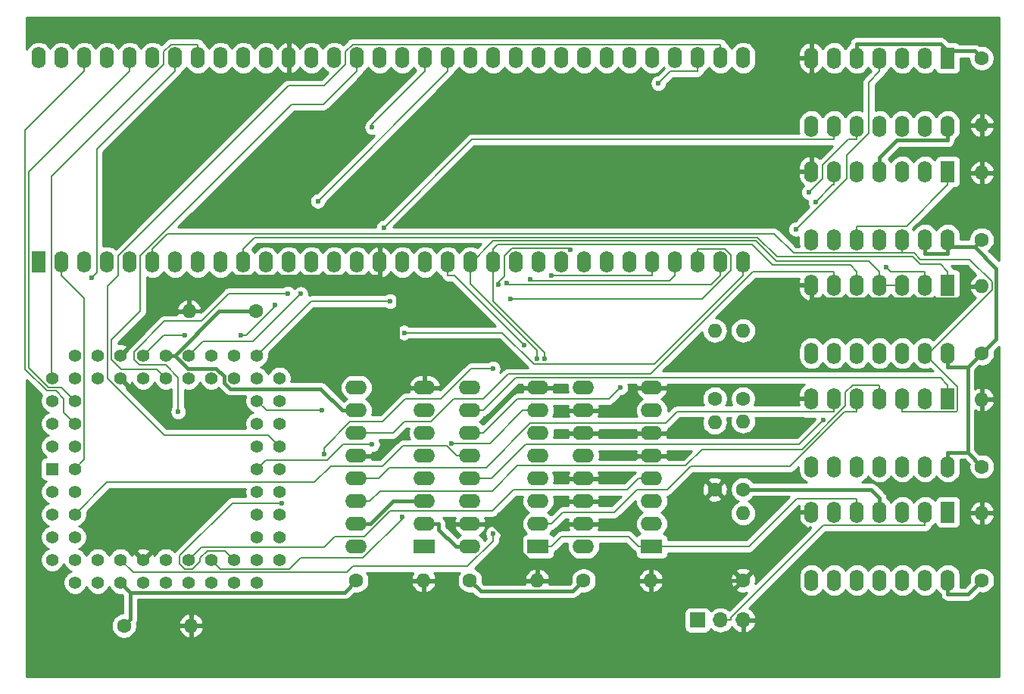
<source format=gbr>
G04 #@! TF.GenerationSoftware,KiCad,Pcbnew,(5.1.2-1)-1*
G04 #@! TF.CreationDate,2019-11-02T15:46:29+00:00*
G04 #@! TF.ProjectId,A500 14Mhz Accelerator,41353030-2031-4344-9d68-7a2041636365,rev?*
G04 #@! TF.SameCoordinates,Original*
G04 #@! TF.FileFunction,Copper,L1,Top*
G04 #@! TF.FilePolarity,Positive*
%FSLAX46Y46*%
G04 Gerber Fmt 4.6, Leading zero omitted, Abs format (unit mm)*
G04 Created by KiCad (PCBNEW (5.1.2-1)-1) date 2019-11-02 15:46:29*
%MOMM*%
%LPD*%
G04 APERTURE LIST*
%ADD10O,1.600000X1.600000*%
%ADD11C,1.600000*%
%ADD12R,1.600000X2.400000*%
%ADD13O,1.600000X2.400000*%
%ADD14R,2.400000X1.600000*%
%ADD15O,2.400000X1.600000*%
%ADD16R,1.700000X1.700000*%
%ADD17O,1.700000X1.700000*%
%ADD18C,1.422400*%
%ADD19R,1.422400X1.422400*%
%ADD20C,0.600000*%
%ADD21C,0.381000*%
%ADD22C,0.200000*%
%ADD23C,0.254000*%
G04 APERTURE END LIST*
D10*
X162560000Y-120650000D03*
D11*
X162560000Y-128270000D03*
D10*
X165735000Y-130810000D03*
D11*
X165735000Y-138430000D03*
D10*
X165735000Y-120650000D03*
D11*
X165735000Y-128270000D03*
D10*
X103816000Y-118500000D03*
D11*
X111316000Y-118500000D03*
D10*
X104020000Y-153670000D03*
D11*
X96520000Y-153670000D03*
D10*
X155407000Y-148619000D03*
D11*
X147907000Y-148619000D03*
D10*
X192434000Y-128374000D03*
D11*
X192434000Y-135874000D03*
D10*
X142707000Y-148619000D03*
D11*
X135207000Y-148619000D03*
D10*
X192441000Y-141079000D03*
D11*
X192441000Y-148579000D03*
D10*
X192416000Y-97671300D03*
D11*
X192416000Y-90171300D03*
D10*
X192421000Y-102987000D03*
D11*
X192421000Y-110487000D03*
D10*
X192428000Y-115686000D03*
D11*
X192428000Y-123186000D03*
D10*
X130007000Y-148619000D03*
D11*
X122507000Y-148619000D03*
D10*
X162560000Y-130930000D03*
D11*
X162560000Y-138430000D03*
D10*
X165735000Y-141090000D03*
D11*
X165735000Y-148590000D03*
D12*
X188606000Y-90171300D03*
D13*
X173366000Y-97791300D03*
X186066000Y-90171300D03*
X175906000Y-97791300D03*
X183526000Y-90171300D03*
X178446000Y-97791300D03*
X180986000Y-90171300D03*
X180986000Y-97791300D03*
X178446000Y-90171300D03*
X183526000Y-97791300D03*
X175906000Y-90171300D03*
X186066000Y-97791300D03*
X173366000Y-90171300D03*
X188606000Y-97791300D03*
X188611000Y-110487000D03*
X173371000Y-102867000D03*
X186071000Y-110487000D03*
X175911000Y-102867000D03*
X183531000Y-110487000D03*
X178451000Y-102867000D03*
X180991000Y-110487000D03*
X180991000Y-102867000D03*
X178451000Y-110487000D03*
X183531000Y-102867000D03*
X175911000Y-110487000D03*
X186071000Y-102867000D03*
X173371000Y-110487000D03*
D12*
X188611000Y-102867000D03*
X188618000Y-115566000D03*
D13*
X173378000Y-123186000D03*
X186078000Y-115566000D03*
X175918000Y-123186000D03*
X183538000Y-115566000D03*
X178458000Y-123186000D03*
X180998000Y-115566000D03*
X180998000Y-123186000D03*
X178458000Y-115566000D03*
X183538000Y-123186000D03*
X175918000Y-115566000D03*
X186078000Y-123186000D03*
X173378000Y-115566000D03*
X188618000Y-123186000D03*
D14*
X130127000Y-144809000D03*
D15*
X122507000Y-127029000D03*
X130127000Y-142269000D03*
X122507000Y-129569000D03*
X130127000Y-139729000D03*
X122507000Y-132109000D03*
X130127000Y-137189000D03*
X122507000Y-134649000D03*
X130127000Y-134649000D03*
X122507000Y-137189000D03*
X130127000Y-132109000D03*
X122507000Y-139729000D03*
X130127000Y-129569000D03*
X122507000Y-142269000D03*
X130127000Y-127029000D03*
X122507000Y-144809000D03*
D13*
X188624000Y-135874000D03*
X173384000Y-128254000D03*
X186084000Y-135874000D03*
X175924000Y-128254000D03*
X183544000Y-135874000D03*
X178464000Y-128254000D03*
X181004000Y-135874000D03*
X181004000Y-128254000D03*
X178464000Y-135874000D03*
X183544000Y-128254000D03*
X175924000Y-135874000D03*
X186084000Y-128254000D03*
X173384000Y-135874000D03*
D12*
X188624000Y-128254000D03*
D16*
X160655000Y-153035000D03*
D17*
X163195000Y-153035000D03*
X165735000Y-153035000D03*
D14*
X142827000Y-144809000D03*
D15*
X135207000Y-127029000D03*
X142827000Y-142269000D03*
X135207000Y-129569000D03*
X142827000Y-139729000D03*
X135207000Y-132109000D03*
X142827000Y-137189000D03*
X135207000Y-134649000D03*
X142827000Y-134649000D03*
X135207000Y-137189000D03*
X142827000Y-132109000D03*
X135207000Y-139729000D03*
X142827000Y-129569000D03*
X135207000Y-142269000D03*
X142827000Y-127029000D03*
X135207000Y-144809000D03*
D14*
X155527000Y-144809000D03*
D15*
X147907000Y-127029000D03*
X155527000Y-142269000D03*
X147907000Y-129569000D03*
X155527000Y-139729000D03*
X147907000Y-132109000D03*
X155527000Y-137189000D03*
X147907000Y-134649000D03*
X155527000Y-134649000D03*
X147907000Y-137189000D03*
X155527000Y-132109000D03*
X147907000Y-139729000D03*
X155527000Y-129569000D03*
X147907000Y-142269000D03*
X155527000Y-127029000D03*
X147907000Y-144809000D03*
D12*
X188631000Y-140959000D03*
D13*
X173391000Y-148579000D03*
X186091000Y-140959000D03*
X175931000Y-148579000D03*
X183551000Y-140959000D03*
X178471000Y-148579000D03*
X181011000Y-140959000D03*
X181011000Y-148579000D03*
X178471000Y-140959000D03*
X183551000Y-148579000D03*
X175931000Y-140959000D03*
X186091000Y-148579000D03*
X173391000Y-140959000D03*
X188631000Y-148579000D03*
D18*
X91053000Y-136146000D03*
X91053000Y-138686000D03*
X91053000Y-141226000D03*
X91053000Y-143766000D03*
X91053000Y-133606000D03*
X91053000Y-131066000D03*
X91053000Y-128526000D03*
X91053000Y-125986000D03*
D19*
X88513000Y-136146000D03*
D18*
X88513000Y-138686000D03*
X88513000Y-141226000D03*
X88513000Y-143766000D03*
X88513000Y-146306000D03*
X88513000Y-133606000D03*
X88513000Y-131066000D03*
X88513000Y-128526000D03*
X91053000Y-146306000D03*
X93593000Y-146306000D03*
X96133000Y-146306000D03*
X98673000Y-146306000D03*
X101213000Y-146306000D03*
X103753000Y-146306000D03*
X106293000Y-146306000D03*
X108833000Y-146306000D03*
X91053000Y-148846000D03*
X93593000Y-148846000D03*
X96133000Y-148846000D03*
X98673000Y-148846000D03*
X101213000Y-148846000D03*
X103753000Y-148846000D03*
X106293000Y-148846000D03*
X108833000Y-148846000D03*
X111373000Y-148846000D03*
X111373000Y-146306000D03*
X111373000Y-143766000D03*
X111373000Y-141226000D03*
X111373000Y-138686000D03*
X111373000Y-136146000D03*
X111373000Y-133606000D03*
X111373000Y-131066000D03*
X111373000Y-128526000D03*
X111373000Y-123446000D03*
X113913000Y-146306000D03*
X113913000Y-143766000D03*
X113913000Y-141226000D03*
X113913000Y-138686000D03*
X113913000Y-136146000D03*
X113913000Y-133606000D03*
X113913000Y-131066000D03*
X113913000Y-128526000D03*
X113913000Y-125986000D03*
X111373000Y-125986000D03*
X108833000Y-125986000D03*
X106293000Y-125986000D03*
X103753000Y-125986000D03*
X101213000Y-125986000D03*
X98673000Y-125986000D03*
X96133000Y-125986000D03*
X93593000Y-125986000D03*
X88513000Y-125986000D03*
X108833000Y-123446000D03*
X106293000Y-123446000D03*
X103753000Y-123446000D03*
X101213000Y-123446000D03*
X98673000Y-123446000D03*
X96133000Y-123446000D03*
X93593000Y-123446000D03*
X91053000Y-123446000D03*
D12*
X87000000Y-113000000D03*
D13*
X165740000Y-90140000D03*
X89540000Y-113000000D03*
X163200000Y-90140000D03*
X92080000Y-113000000D03*
X160660000Y-90140000D03*
X94620000Y-113000000D03*
X158120000Y-90140000D03*
X97160000Y-113000000D03*
X155580000Y-90140000D03*
X99700000Y-113000000D03*
X153040000Y-90140000D03*
X102240000Y-113000000D03*
X150500000Y-90140000D03*
X104780000Y-113000000D03*
X147960000Y-90140000D03*
X107320000Y-113000000D03*
X145420000Y-90140000D03*
X109860000Y-113000000D03*
X142880000Y-90140000D03*
X112400000Y-113000000D03*
X140340000Y-90140000D03*
X114940000Y-113000000D03*
X137800000Y-90140000D03*
X117480000Y-113000000D03*
X135260000Y-90140000D03*
X120020000Y-113000000D03*
X132720000Y-90140000D03*
X122560000Y-113000000D03*
X130180000Y-90140000D03*
X125100000Y-113000000D03*
X127640000Y-90140000D03*
X127640000Y-113000000D03*
X125100000Y-90140000D03*
X130180000Y-113000000D03*
X122560000Y-90140000D03*
X132720000Y-113000000D03*
X120020000Y-90140000D03*
X135260000Y-113000000D03*
X117480000Y-90140000D03*
X137800000Y-113000000D03*
X114940000Y-90140000D03*
X140340000Y-113000000D03*
X112400000Y-90140000D03*
X142880000Y-113000000D03*
X109860000Y-90140000D03*
X145420000Y-113000000D03*
X107320000Y-90140000D03*
X147960000Y-113000000D03*
X104780000Y-90140000D03*
X150500000Y-113000000D03*
X102240000Y-90140000D03*
X153040000Y-113000000D03*
X99700000Y-90140000D03*
X155580000Y-113000000D03*
X97160000Y-90140000D03*
X158120000Y-113000000D03*
X94620000Y-90140000D03*
X160660000Y-113000000D03*
X92080000Y-90140000D03*
X163200000Y-113000000D03*
X89540000Y-90140000D03*
X165740000Y-113000000D03*
X87000000Y-90140000D03*
D20*
X92895500Y-114763800D03*
X103371300Y-121174500D03*
X116271000Y-116540600D03*
X124258100Y-97907100D03*
X109593300Y-121204500D03*
X113400000Y-117791400D03*
X118194100Y-106166200D03*
X126259600Y-117380400D03*
X118641300Y-129588100D03*
X138402800Y-115508700D03*
X146386700Y-111639900D03*
X156267700Y-92996300D03*
X124282600Y-133379000D03*
X127843400Y-120891100D03*
X139324600Y-115377400D03*
X139750000Y-117113300D03*
X141946300Y-114900900D03*
X144333600Y-114500300D03*
X118879600Y-134496400D03*
X137779800Y-124908600D03*
X114148200Y-139956000D03*
X143505800Y-123837000D03*
X142705500Y-123837000D03*
X141263400Y-122298200D03*
X125563900Y-109138200D03*
X102580300Y-129729800D03*
X114862000Y-116491500D03*
X174712700Y-130673900D03*
X181729000Y-113581100D03*
X173080900Y-105193700D03*
X137804400Y-143342400D03*
X173848600Y-106257600D03*
X133164100Y-133252000D03*
X127608200Y-141505200D03*
X152018700Y-127050400D03*
X171648500Y-109313700D03*
D21*
X125100000Y-114590800D02*
X127152600Y-116643400D01*
X127152600Y-116643400D02*
X127152600Y-125645400D01*
X127152600Y-125645400D02*
X128536200Y-127029000D01*
X147907000Y-132109000D02*
X155527000Y-132109000D01*
X142707000Y-147428200D02*
X142707000Y-147268000D01*
X142707000Y-147268000D02*
X137708000Y-142269000D01*
X137708000Y-142269000D02*
X135207000Y-142269000D01*
X192428000Y-115686000D02*
X191237200Y-115686000D01*
X173378000Y-115566000D02*
X173378000Y-117156800D01*
X173378000Y-117156800D02*
X189766400Y-117156800D01*
X189766400Y-117156800D02*
X191237200Y-115686000D01*
X142707000Y-148619000D02*
X142707000Y-147428200D01*
X125100000Y-114590800D02*
X108916000Y-114590800D01*
X108916000Y-114590800D02*
X105006800Y-118500000D01*
X130127000Y-127029000D02*
X128536200Y-127029000D01*
X130007000Y-148619000D02*
X128816200Y-148619000D01*
X128816200Y-148619000D02*
X123765200Y-153670000D01*
X123765200Y-153670000D02*
X104020000Y-153670000D01*
X155407000Y-148619000D02*
X156597800Y-148619000D01*
X165735000Y-148590000D02*
X156626800Y-148590000D01*
X156626800Y-148590000D02*
X156597800Y-148619000D01*
X96133000Y-123446000D02*
X101079000Y-118500000D01*
X101079000Y-118500000D02*
X103816000Y-118500000D01*
X103816000Y-118500000D02*
X105006800Y-118500000D01*
X125100000Y-113000000D02*
X125100000Y-114590800D01*
X130127000Y-142269000D02*
X131717800Y-142269000D01*
X135207000Y-144809000D02*
X133616200Y-144809000D01*
X131717800Y-142269000D02*
X131717800Y-142910600D01*
X131717800Y-142910600D02*
X133616200Y-144809000D01*
X135207000Y-148619000D02*
X136414100Y-149826100D01*
X136414100Y-149826100D02*
X146699900Y-149826100D01*
X146699900Y-149826100D02*
X147907000Y-148619000D01*
X181011000Y-140959000D02*
X181011000Y-139368200D01*
X165735000Y-138430000D02*
X180072800Y-138430000D01*
X180072800Y-138430000D02*
X181011000Y-139368200D01*
X122507000Y-142269000D02*
X124097800Y-142269000D01*
X124097800Y-142269000D02*
X126637800Y-139729000D01*
X126637800Y-139729000D02*
X130127000Y-139729000D01*
X97235600Y-149948600D02*
X96133000Y-148846000D01*
X122507000Y-148619000D02*
X121177400Y-149948600D01*
X121177400Y-149948600D02*
X97235600Y-149948600D01*
X97235600Y-149948600D02*
X97235600Y-152954400D01*
X97235600Y-152954400D02*
X96520000Y-153670000D01*
X188624000Y-135874000D02*
X188624000Y-134283200D01*
X190837200Y-134277200D02*
X190837200Y-124776800D01*
X192434000Y-135874000D02*
X190837200Y-134277200D01*
X188624000Y-134283200D02*
X190831200Y-134283200D01*
X190831200Y-134283200D02*
X190837200Y-134277200D01*
X190837200Y-124776800D02*
X192428000Y-123186000D01*
X188618000Y-124776800D02*
X190837200Y-124776800D01*
X191625600Y-111282400D02*
X192421000Y-110487000D01*
X188611000Y-111282400D02*
X191625600Y-111282400D01*
X192428000Y-123186000D02*
X194043700Y-121570300D01*
X194043700Y-121570300D02*
X194043700Y-113700500D01*
X194043700Y-113700500D02*
X191625600Y-111282400D01*
X188606000Y-89375900D02*
X187810600Y-88580500D01*
X187810600Y-88580500D02*
X178446000Y-88580500D01*
X192416000Y-90171300D02*
X191620600Y-89375900D01*
X191620600Y-89375900D02*
X188606000Y-89375900D01*
X178446000Y-90171300D02*
X178446000Y-88580500D01*
X188606000Y-90171300D02*
X188606000Y-89375900D01*
X180991000Y-102867000D02*
X180991000Y-101276200D01*
X188606000Y-97791300D02*
X188606000Y-99382100D01*
X188606000Y-99382100D02*
X182885100Y-99382100D01*
X182885100Y-99382100D02*
X180991000Y-101276200D01*
X102194400Y-123446000D02*
X101213000Y-123446000D01*
X111316000Y-118500000D02*
X107140400Y-118500000D01*
X107140400Y-118500000D02*
X102194400Y-123446000D01*
X102194400Y-123446000D02*
X103632300Y-124883900D01*
X103632300Y-124883900D02*
X106818700Y-124883900D01*
X106818700Y-124883900D02*
X107730900Y-125796100D01*
X107730900Y-125796100D02*
X107730900Y-126526100D01*
X107730900Y-126526100D02*
X108369500Y-127164700D01*
X108369500Y-127164700D02*
X118511900Y-127164700D01*
X118511900Y-127164700D02*
X120916200Y-129569000D01*
X122507000Y-129569000D02*
X120916200Y-129569000D01*
X188631000Y-148579000D02*
X188631000Y-150169800D01*
X188631000Y-150169800D02*
X190850200Y-150169800D01*
X190850200Y-150169800D02*
X192441000Y-148579000D01*
X188618000Y-123186000D02*
X188618000Y-124776800D01*
X188611000Y-111282400D02*
X188611000Y-112077800D01*
X188611000Y-110487000D02*
X188611000Y-111282400D01*
X186071000Y-110487000D02*
X186071000Y-112077800D01*
X186071000Y-112077800D02*
X188611000Y-112077800D01*
D22*
X92080000Y-90140000D02*
X92080000Y-91640300D01*
X92080000Y-91640300D02*
X85499300Y-98221000D01*
X85499300Y-98221000D02*
X85499300Y-125017200D01*
X85499300Y-125017200D02*
X87880100Y-127398000D01*
X87880100Y-127398000D02*
X88896200Y-127398000D01*
X88896200Y-127398000D02*
X89783000Y-128284800D01*
X89783000Y-128284800D02*
X89783000Y-129796000D01*
X89783000Y-129796000D02*
X91053000Y-131066000D01*
X91053000Y-128526000D02*
X89524600Y-126997600D01*
X89524600Y-126997600D02*
X88061300Y-126997600D01*
X88061300Y-126997600D02*
X85899700Y-124836000D01*
X85899700Y-124836000D02*
X85899700Y-102900600D01*
X85899700Y-102900600D02*
X97160000Y-91640300D01*
X97160000Y-90140000D02*
X97160000Y-91640300D01*
X92895500Y-114763800D02*
X93491700Y-114167600D01*
X93491700Y-114167600D02*
X93491700Y-100388600D01*
X93491700Y-100388600D02*
X102240000Y-91640300D01*
X102240000Y-90140000D02*
X102240000Y-91640300D01*
X104780000Y-90140000D02*
X104780000Y-88639700D01*
X104780000Y-88639700D02*
X101779300Y-88639700D01*
X101779300Y-88639700D02*
X100970000Y-89449000D01*
X100970000Y-89449000D02*
X100970000Y-90848300D01*
X100970000Y-90848300D02*
X88435600Y-103382700D01*
X88435600Y-103382700D02*
X88435600Y-125908600D01*
X88435600Y-125908600D02*
X88513000Y-125986000D01*
X98673000Y-123446000D02*
X100944500Y-121174500D01*
X100944500Y-121174500D02*
X103371300Y-121174500D01*
X101213000Y-125986000D02*
X100201500Y-124974500D01*
X100201500Y-124974500D02*
X96207900Y-124974500D01*
X96207900Y-124974500D02*
X95121400Y-123888000D01*
X95121400Y-123888000D02*
X95121400Y-121734200D01*
X95121400Y-121734200D02*
X98343600Y-118512000D01*
X98343600Y-118512000D02*
X98343600Y-112289800D01*
X98343600Y-112289800D02*
X115265600Y-95367800D01*
X115265600Y-95367800D02*
X118832600Y-95367800D01*
X118832600Y-95367800D02*
X118832600Y-95367700D01*
X118832600Y-95367700D02*
X122560000Y-91640300D01*
X122560000Y-90140000D02*
X122560000Y-91640300D01*
X130180000Y-90140000D02*
X130180000Y-91640300D01*
X116271000Y-116540600D02*
X110971800Y-121839800D01*
X110971800Y-121839800D02*
X105359200Y-121839800D01*
X105359200Y-121839800D02*
X103753000Y-123446000D01*
X130180000Y-91640300D02*
X124258100Y-97562200D01*
X124258100Y-97562200D02*
X124258100Y-97907100D01*
X132720000Y-91640300D02*
X118194100Y-106166200D01*
X113400000Y-117791400D02*
X113400000Y-118008900D01*
X113400000Y-118008900D02*
X110204400Y-121204500D01*
X110204400Y-121204500D02*
X109593300Y-121204500D01*
X132720000Y-90140000D02*
X132720000Y-91640300D01*
X111373000Y-123446000D02*
X117438600Y-117380400D01*
X117438600Y-117380400D02*
X126259600Y-117380400D01*
X111373000Y-128526000D02*
X112435100Y-129588100D01*
X112435100Y-129588100D02*
X118641300Y-129588100D01*
X138402800Y-115508700D02*
X138402800Y-115229800D01*
X138402800Y-115229800D02*
X139018900Y-114613700D01*
X139018900Y-114613700D02*
X139018900Y-112328900D01*
X139018900Y-112328900D02*
X139877100Y-111470700D01*
X139877100Y-111470700D02*
X146217500Y-111470700D01*
X146217500Y-111470700D02*
X146386700Y-111639900D01*
X160660000Y-91640300D02*
X157623700Y-91640300D01*
X157623700Y-91640300D02*
X156267700Y-92996300D01*
X160660000Y-90140000D02*
X160660000Y-91640300D01*
X163200000Y-90140000D02*
X163200000Y-88639700D01*
X163200000Y-88639700D02*
X122085900Y-88639700D01*
X122085900Y-88639700D02*
X121290000Y-89435600D01*
X121290000Y-89435600D02*
X121290000Y-90847500D01*
X121290000Y-90847500D02*
X118872300Y-93265200D01*
X118872300Y-93265200D02*
X114894500Y-93265200D01*
X114894500Y-93265200D02*
X95890000Y-112269700D01*
X95890000Y-112269700D02*
X95890000Y-114500400D01*
X95890000Y-114500400D02*
X94687100Y-115703300D01*
X94687100Y-115703300D02*
X94687100Y-126003300D01*
X94687100Y-126003300D02*
X101019800Y-132336000D01*
X101019800Y-132336000D02*
X112643000Y-132336000D01*
X112643000Y-132336000D02*
X113913000Y-133606000D01*
X124282600Y-133379000D02*
X121026400Y-133379000D01*
X121026400Y-133379000D02*
X119271100Y-135134300D01*
X119271100Y-135134300D02*
X112384700Y-135134300D01*
X112384700Y-135134300D02*
X111373000Y-136146000D01*
X127843400Y-120891100D02*
X138782600Y-120891100D01*
X138782600Y-120891100D02*
X142328800Y-124437300D01*
X142328800Y-124437300D02*
X155803000Y-124437300D01*
X155803000Y-124437300D02*
X165740000Y-114500300D01*
X165740000Y-113000000D02*
X165740000Y-114500300D01*
X139324600Y-115377400D02*
X139456500Y-115509300D01*
X139456500Y-115509300D02*
X162191000Y-115509300D01*
X162191000Y-115509300D02*
X163200000Y-114500300D01*
X163200000Y-113000000D02*
X163200000Y-114500300D01*
X160660000Y-111499700D02*
X163698900Y-111499700D01*
X163698900Y-111499700D02*
X164383600Y-112184400D01*
X164383600Y-112184400D02*
X164383600Y-113890800D01*
X164383600Y-113890800D02*
X161161100Y-117113300D01*
X161161100Y-117113300D02*
X139750000Y-117113300D01*
X160660000Y-113000000D02*
X160660000Y-111499700D01*
X141946300Y-114900900D02*
X142154400Y-115109000D01*
X142154400Y-115109000D02*
X157511300Y-115109000D01*
X157511300Y-115109000D02*
X158120000Y-114500300D01*
X158120000Y-113000000D02*
X158120000Y-114500300D01*
X155580000Y-114500300D02*
X144333600Y-114500300D01*
X155580000Y-113000000D02*
X155580000Y-114500300D01*
X137779800Y-124908600D02*
X135340300Y-124908600D01*
X135340300Y-124908600D02*
X131949900Y-128299000D01*
X131949900Y-128299000D02*
X127983500Y-128299000D01*
X127983500Y-128299000D02*
X125443500Y-130839000D01*
X125443500Y-130839000D02*
X121813100Y-130839000D01*
X121813100Y-130839000D02*
X118879600Y-133772500D01*
X118879600Y-133772500D02*
X118879600Y-134496400D01*
X114148200Y-139956000D02*
X108646900Y-139956000D01*
X108646900Y-139956000D02*
X102740300Y-145862600D01*
X102740300Y-145862600D02*
X102740300Y-146751600D01*
X102740300Y-146751600D02*
X103307100Y-147318400D01*
X103307100Y-147318400D02*
X104189600Y-147318400D01*
X104189600Y-147318400D02*
X105023000Y-146485000D01*
X105023000Y-146485000D02*
X105023000Y-146102900D01*
X105023000Y-146102900D02*
X105831500Y-145294400D01*
X105831500Y-145294400D02*
X107821400Y-145294400D01*
X107821400Y-145294400D02*
X108833000Y-146306000D01*
X137800000Y-113000000D02*
X137800000Y-117391800D01*
X137800000Y-117391800D02*
X143505800Y-123097600D01*
X143505800Y-123097600D02*
X143505800Y-123837000D01*
X178458000Y-115566000D02*
X178458000Y-114065700D01*
X137800000Y-113000000D02*
X137800000Y-111499700D01*
X137800000Y-111499700D02*
X138276600Y-111023100D01*
X138276600Y-111023100D02*
X166743800Y-111023100D01*
X166743800Y-111023100D02*
X169057100Y-113336400D01*
X169057100Y-113336400D02*
X177728700Y-113336400D01*
X177728700Y-113336400D02*
X178458000Y-114065700D01*
X135260000Y-113378300D02*
X135260000Y-115418000D01*
X135260000Y-115418000D02*
X142705500Y-122863500D01*
X142705500Y-122863500D02*
X142705500Y-123837000D01*
X180998000Y-114065700D02*
X179822700Y-112890400D01*
X179822700Y-112890400D02*
X169418500Y-112890400D01*
X169418500Y-112890400D02*
X167150800Y-110622700D01*
X167150800Y-110622700D02*
X137826400Y-110622700D01*
X137826400Y-110622700D02*
X135260000Y-113189100D01*
X180998000Y-115566000D02*
X180998000Y-114065700D01*
X183538000Y-115566000D02*
X180998000Y-115566000D01*
X135260000Y-113189100D02*
X135260000Y-113378300D01*
X135260000Y-113000000D02*
X135260000Y-113189100D01*
X132720000Y-114500300D02*
X133465500Y-114500300D01*
X133465500Y-114500300D02*
X141263400Y-122298200D01*
X132720000Y-113000000D02*
X132720000Y-114500300D01*
X136707300Y-129569000D02*
X140349700Y-125926600D01*
X140349700Y-125926600D02*
X187796900Y-125926600D01*
X187796900Y-125926600D02*
X188624000Y-126753700D01*
X125563900Y-109138200D02*
X135410500Y-99291600D01*
X135410500Y-99291600D02*
X175906000Y-99291600D01*
X175906000Y-97791300D02*
X175906000Y-99291600D01*
X135207000Y-129569000D02*
X136707300Y-129569000D01*
X188624000Y-128254000D02*
X188624000Y-126753700D01*
X114862000Y-116491500D02*
X108282400Y-116491500D01*
X108282400Y-116491500D02*
X105173500Y-119600400D01*
X105173500Y-119600400D02*
X101075000Y-119600400D01*
X101075000Y-119600400D02*
X97657600Y-123017800D01*
X97657600Y-123017800D02*
X97657600Y-123897500D01*
X97657600Y-123897500D02*
X98271000Y-124510900D01*
X98271000Y-124510900D02*
X101180500Y-124510900D01*
X101180500Y-124510900D02*
X102580300Y-125910700D01*
X102580300Y-125910700D02*
X102580300Y-129729800D01*
X188618000Y-114065700D02*
X187787100Y-113234800D01*
X187787100Y-113234800D02*
X185530200Y-113234800D01*
X185530200Y-113234800D02*
X184704200Y-112408800D01*
X184704200Y-112408800D02*
X169537300Y-112408800D01*
X169537300Y-112408800D02*
X167350900Y-110222400D01*
X167350900Y-110222400D02*
X111137300Y-110222400D01*
X111137300Y-110222400D02*
X109860000Y-111499700D01*
X188618000Y-115566000D02*
X188618000Y-114065700D01*
X109860000Y-113000000D02*
X109860000Y-111499700D01*
X174712700Y-130673900D02*
X172007600Y-133379000D01*
X172007600Y-133379000D02*
X141455500Y-133379000D01*
X141455500Y-133379000D02*
X137645500Y-137189000D01*
X137645500Y-137189000D02*
X135207000Y-137189000D01*
X183531000Y-111987300D02*
X171378700Y-111987300D01*
X171378700Y-111987300D02*
X169213000Y-109821600D01*
X169213000Y-109821600D02*
X101378100Y-109821600D01*
X101378100Y-109821600D02*
X99700000Y-111499700D01*
X186260200Y-123437300D02*
X193552800Y-116144700D01*
X193552800Y-116144700D02*
X193552800Y-115184500D01*
X193552800Y-115184500D02*
X191055500Y-112687200D01*
X191055500Y-112687200D02*
X185580100Y-112687200D01*
X185580100Y-112687200D02*
X184880200Y-111987300D01*
X184880200Y-111987300D02*
X183531000Y-111987300D01*
X186078000Y-123619500D02*
X186260200Y-123437300D01*
X186260200Y-123437300D02*
X189724400Y-126901600D01*
X189724400Y-126901600D02*
X189724400Y-129605100D01*
X189724400Y-129605100D02*
X189575200Y-129754300D01*
X189575200Y-129754300D02*
X183544000Y-129754300D01*
X183544000Y-128254000D02*
X183544000Y-129754300D01*
X186078000Y-123186000D02*
X186078000Y-123619500D01*
X183531000Y-110487000D02*
X183531000Y-111987300D01*
X99700000Y-113000000D02*
X99700000Y-111499700D01*
X89540000Y-113000000D02*
X89540000Y-114500300D01*
X89540000Y-114500300D02*
X92103800Y-117064100D01*
X92103800Y-117064100D02*
X92103800Y-135095200D01*
X92103800Y-135095200D02*
X91053000Y-136146000D01*
X181729000Y-113581100D02*
X182213600Y-114065700D01*
X182213600Y-114065700D02*
X186078000Y-114065700D01*
X186078000Y-115566000D02*
X186078000Y-114065700D01*
X181004000Y-126753700D02*
X178000600Y-126753700D01*
X178000600Y-126753700D02*
X177194000Y-127560300D01*
X177194000Y-127560300D02*
X177194000Y-129080900D01*
X177194000Y-129080900D02*
X172337600Y-133937300D01*
X172337600Y-133937300D02*
X161180200Y-133937300D01*
X161180200Y-133937300D02*
X159331300Y-135786200D01*
X159331300Y-135786200D02*
X140523600Y-135786200D01*
X140523600Y-135786200D02*
X137709200Y-138600600D01*
X137709200Y-138600600D02*
X125135700Y-138600600D01*
X125135700Y-138600600D02*
X124007300Y-139729000D01*
X188611000Y-102867000D02*
X188611000Y-104367300D01*
X178451000Y-110487000D02*
X178451000Y-108986700D01*
X178451000Y-108986700D02*
X183991600Y-108986700D01*
X183991600Y-108986700D02*
X188611000Y-104367300D01*
X181004000Y-128254000D02*
X181004000Y-126753700D01*
X122507000Y-139729000D02*
X124007300Y-139729000D01*
X175918000Y-115566000D02*
X175918000Y-114065700D01*
X122507000Y-132109000D02*
X126589300Y-132109000D01*
X126589300Y-132109000D02*
X127859300Y-130839000D01*
X127859300Y-130839000D02*
X130869700Y-130839000D01*
X130869700Y-130839000D02*
X133409700Y-128299000D01*
X133409700Y-128299000D02*
X136707400Y-128299000D01*
X136707400Y-128299000D02*
X139480200Y-125526200D01*
X139480200Y-125526200D02*
X155379800Y-125526200D01*
X155379800Y-125526200D02*
X166840300Y-114065700D01*
X166840300Y-114065700D02*
X175918000Y-114065700D01*
X178446000Y-99291600D02*
X177508300Y-99291600D01*
X177508300Y-99291600D02*
X174641000Y-102158900D01*
X174641000Y-102158900D02*
X174641000Y-103633600D01*
X174641000Y-103633600D02*
X173080900Y-105193700D01*
X178446000Y-97791300D02*
X178446000Y-99291600D01*
X96133000Y-146306000D02*
X97545900Y-147718900D01*
X97545900Y-147718900D02*
X121490900Y-147718900D01*
X121490900Y-147718900D02*
X122168800Y-147041000D01*
X122168800Y-147041000D02*
X134945700Y-147041000D01*
X134945700Y-147041000D02*
X137804400Y-144182300D01*
X137804400Y-144182300D02*
X137804400Y-143342400D01*
X173848600Y-106257600D02*
X175738900Y-104367300D01*
X175738900Y-104367300D02*
X175911000Y-104367300D01*
X175911000Y-102867000D02*
X175911000Y-104367300D01*
X175924000Y-128254000D02*
X175924000Y-129754300D01*
X175924000Y-129754300D02*
X172712000Y-129754300D01*
X172712000Y-129754300D02*
X172658500Y-129700800D01*
X172658500Y-129700800D02*
X158368800Y-129700800D01*
X158368800Y-129700800D02*
X157061000Y-131008600D01*
X157061000Y-131008600D02*
X141950000Y-131008600D01*
X141950000Y-131008600D02*
X136992700Y-135965900D01*
X136992700Y-135965900D02*
X126203200Y-135965900D01*
X126203200Y-135965900D02*
X124980100Y-137189000D01*
X124980100Y-137189000D02*
X124007300Y-137189000D01*
X122507000Y-137189000D02*
X124007300Y-137189000D01*
X154026700Y-137189000D02*
X152756700Y-138459000D01*
X152756700Y-138459000D02*
X140078600Y-138459000D01*
X140078600Y-138459000D02*
X137677200Y-140860400D01*
X137677200Y-140860400D02*
X126236800Y-140860400D01*
X126236800Y-140860400D02*
X123388600Y-143708600D01*
X123388600Y-143708600D02*
X120124400Y-143708600D01*
X120124400Y-143708600D02*
X118938900Y-144894100D01*
X118938900Y-144894100D02*
X105164900Y-144894100D01*
X105164900Y-144894100D02*
X103753000Y-146306000D01*
X155527000Y-137189000D02*
X154026700Y-137189000D01*
X186091000Y-140959000D02*
X186091000Y-142459300D01*
X163195000Y-153035000D02*
X164345300Y-153035000D01*
X164345300Y-153035000D02*
X164345300Y-152794000D01*
X164345300Y-152794000D02*
X174680000Y-142459300D01*
X174680000Y-142459300D02*
X186091000Y-142459300D01*
X106293000Y-146306000D02*
X107305500Y-147318500D01*
X107305500Y-147318500D02*
X115007600Y-147318500D01*
X115007600Y-147318500D02*
X116258200Y-146067900D01*
X116258200Y-146067900D02*
X123266000Y-146067900D01*
X123266000Y-146067900D02*
X127608200Y-141725700D01*
X127608200Y-141725700D02*
X127608200Y-141505200D01*
X142827000Y-129569000D02*
X141118200Y-129569000D01*
X141118200Y-129569000D02*
X137435200Y-133252000D01*
X137435200Y-133252000D02*
X133164100Y-133252000D01*
X91053000Y-141226000D02*
X94637900Y-137641100D01*
X94637900Y-137641100D02*
X94637900Y-137641000D01*
X94637900Y-137641000D02*
X117842000Y-137641000D01*
X117842000Y-137641000D02*
X119652600Y-135830400D01*
X119652600Y-135830400D02*
X125427800Y-135830400D01*
X125427800Y-135830400D02*
X127710100Y-133548100D01*
X127710100Y-133548100D02*
X132605800Y-133548100D01*
X132605800Y-133548100D02*
X133706700Y-134649000D01*
X135207000Y-134649000D02*
X133706700Y-134649000D01*
X135207000Y-132109000D02*
X136707300Y-132109000D01*
X136707300Y-132109000D02*
X140517300Y-128299000D01*
X140517300Y-128299000D02*
X150770100Y-128299000D01*
X150770100Y-128299000D02*
X152018700Y-127050400D01*
X178464000Y-128254000D02*
X178464000Y-129754300D01*
X142827000Y-142269000D02*
X144327300Y-142269000D01*
X144327300Y-142269000D02*
X145597300Y-140999000D01*
X145597300Y-140999000D02*
X151341500Y-140999000D01*
X151341500Y-140999000D02*
X153881500Y-138459000D01*
X153881500Y-138459000D02*
X157224900Y-138459000D01*
X157224900Y-138459000D02*
X159850200Y-135833700D01*
X159850200Y-135833700D02*
X171007600Y-135833700D01*
X171007600Y-135833700D02*
X177087000Y-129754300D01*
X177087000Y-129754300D02*
X178464000Y-129754300D01*
X142827000Y-144809000D02*
X144327300Y-144809000D01*
X155527000Y-144809000D02*
X154026700Y-144809000D01*
X154026700Y-144809000D02*
X152926400Y-143708700D01*
X152926400Y-143708700D02*
X145427600Y-143708700D01*
X145427600Y-143708700D02*
X144327300Y-144809000D01*
X178471000Y-139458700D02*
X171755600Y-139458700D01*
X171755600Y-139458700D02*
X166405300Y-144809000D01*
X166405300Y-144809000D02*
X155527000Y-144809000D01*
X178471000Y-140959000D02*
X178471000Y-139458700D01*
X180986000Y-91671600D02*
X179773200Y-92884400D01*
X179773200Y-92884400D02*
X179773200Y-98590600D01*
X179773200Y-98590600D02*
X177317200Y-101046600D01*
X177317200Y-101046600D02*
X177317200Y-103645000D01*
X177317200Y-103645000D02*
X171648500Y-109313700D01*
X180986000Y-90171300D02*
X180986000Y-91671600D01*
D23*
G36*
X194340001Y-159340000D02*
G01*
X85660000Y-159340000D01*
X85660000Y-126217346D01*
X87324409Y-127881756D01*
X87320013Y-127888335D01*
X87218533Y-128133328D01*
X87166800Y-128393411D01*
X87166800Y-128658589D01*
X87218533Y-128918672D01*
X87320013Y-129163665D01*
X87467338Y-129384153D01*
X87654847Y-129571662D01*
X87875335Y-129718987D01*
X88061260Y-129796000D01*
X87875335Y-129873013D01*
X87654847Y-130020338D01*
X87467338Y-130207847D01*
X87320013Y-130428335D01*
X87218533Y-130673328D01*
X87166800Y-130933411D01*
X87166800Y-131198589D01*
X87218533Y-131458672D01*
X87320013Y-131703665D01*
X87467338Y-131924153D01*
X87654847Y-132111662D01*
X87875335Y-132258987D01*
X88061260Y-132336000D01*
X87875335Y-132413013D01*
X87654847Y-132560338D01*
X87467338Y-132747847D01*
X87320013Y-132968335D01*
X87218533Y-133213328D01*
X87166800Y-133473411D01*
X87166800Y-133738589D01*
X87218533Y-133998672D01*
X87320013Y-134243665D01*
X87467338Y-134464153D01*
X87654847Y-134651662D01*
X87871954Y-134796728D01*
X87801800Y-134796728D01*
X87677318Y-134808988D01*
X87557620Y-134845298D01*
X87447306Y-134904263D01*
X87350615Y-134983615D01*
X87271263Y-135080306D01*
X87212298Y-135190620D01*
X87175988Y-135310318D01*
X87163728Y-135434800D01*
X87163728Y-136857200D01*
X87175988Y-136981682D01*
X87212298Y-137101380D01*
X87271263Y-137211694D01*
X87350615Y-137308385D01*
X87447306Y-137387737D01*
X87557620Y-137446702D01*
X87677318Y-137483012D01*
X87801800Y-137495272D01*
X87871954Y-137495272D01*
X87654847Y-137640338D01*
X87467338Y-137827847D01*
X87320013Y-138048335D01*
X87218533Y-138293328D01*
X87166800Y-138553411D01*
X87166800Y-138818589D01*
X87218533Y-139078672D01*
X87320013Y-139323665D01*
X87467338Y-139544153D01*
X87654847Y-139731662D01*
X87875335Y-139878987D01*
X88061260Y-139956000D01*
X87875335Y-140033013D01*
X87654847Y-140180338D01*
X87467338Y-140367847D01*
X87320013Y-140588335D01*
X87218533Y-140833328D01*
X87166800Y-141093411D01*
X87166800Y-141358589D01*
X87218533Y-141618672D01*
X87320013Y-141863665D01*
X87467338Y-142084153D01*
X87654847Y-142271662D01*
X87875335Y-142418987D01*
X88061260Y-142496000D01*
X87875335Y-142573013D01*
X87654847Y-142720338D01*
X87467338Y-142907847D01*
X87320013Y-143128335D01*
X87218533Y-143373328D01*
X87166800Y-143633411D01*
X87166800Y-143898589D01*
X87218533Y-144158672D01*
X87320013Y-144403665D01*
X87467338Y-144624153D01*
X87654847Y-144811662D01*
X87875335Y-144958987D01*
X88061260Y-145036000D01*
X87875335Y-145113013D01*
X87654847Y-145260338D01*
X87467338Y-145447847D01*
X87320013Y-145668335D01*
X87218533Y-145913328D01*
X87166800Y-146173411D01*
X87166800Y-146438589D01*
X87218533Y-146698672D01*
X87320013Y-146943665D01*
X87467338Y-147164153D01*
X87654847Y-147351662D01*
X87875335Y-147498987D01*
X88120328Y-147600467D01*
X88380411Y-147652200D01*
X88645589Y-147652200D01*
X88905672Y-147600467D01*
X89150665Y-147498987D01*
X89371153Y-147351662D01*
X89558662Y-147164153D01*
X89705987Y-146943665D01*
X89783000Y-146757740D01*
X89860013Y-146943665D01*
X90007338Y-147164153D01*
X90194847Y-147351662D01*
X90415335Y-147498987D01*
X90601260Y-147576000D01*
X90415335Y-147653013D01*
X90194847Y-147800338D01*
X90007338Y-147987847D01*
X89860013Y-148208335D01*
X89758533Y-148453328D01*
X89706800Y-148713411D01*
X89706800Y-148978589D01*
X89758533Y-149238672D01*
X89860013Y-149483665D01*
X90007338Y-149704153D01*
X90194847Y-149891662D01*
X90415335Y-150038987D01*
X90660328Y-150140467D01*
X90920411Y-150192200D01*
X91185589Y-150192200D01*
X91445672Y-150140467D01*
X91690665Y-150038987D01*
X91911153Y-149891662D01*
X92098662Y-149704153D01*
X92245987Y-149483665D01*
X92323000Y-149297740D01*
X92400013Y-149483665D01*
X92547338Y-149704153D01*
X92734847Y-149891662D01*
X92955335Y-150038987D01*
X93200328Y-150140467D01*
X93460411Y-150192200D01*
X93725589Y-150192200D01*
X93985672Y-150140467D01*
X94230665Y-150038987D01*
X94451153Y-149891662D01*
X94638662Y-149704153D01*
X94785987Y-149483665D01*
X94863000Y-149297740D01*
X94940013Y-149483665D01*
X95087338Y-149704153D01*
X95274847Y-149891662D01*
X95495335Y-150038987D01*
X95740328Y-150140467D01*
X96000411Y-150192200D01*
X96265589Y-150192200D01*
X96304105Y-150184539D01*
X96410100Y-150290534D01*
X96410101Y-152235000D01*
X96378665Y-152235000D01*
X96101426Y-152290147D01*
X95840273Y-152398320D01*
X95605241Y-152555363D01*
X95405363Y-152755241D01*
X95248320Y-152990273D01*
X95140147Y-153251426D01*
X95085000Y-153528665D01*
X95085000Y-153811335D01*
X95140147Y-154088574D01*
X95248320Y-154349727D01*
X95405363Y-154584759D01*
X95605241Y-154784637D01*
X95840273Y-154941680D01*
X96101426Y-155049853D01*
X96378665Y-155105000D01*
X96661335Y-155105000D01*
X96938574Y-155049853D01*
X97199727Y-154941680D01*
X97434759Y-154784637D01*
X97634637Y-154584759D01*
X97791680Y-154349727D01*
X97899853Y-154088574D01*
X97913684Y-154019039D01*
X102628096Y-154019039D01*
X102668754Y-154153087D01*
X102788963Y-154407420D01*
X102956481Y-154633414D01*
X103164869Y-154822385D01*
X103406119Y-154967070D01*
X103670960Y-155061909D01*
X103893000Y-154940624D01*
X103893000Y-153797000D01*
X104147000Y-153797000D01*
X104147000Y-154940624D01*
X104369040Y-155061909D01*
X104633881Y-154967070D01*
X104875131Y-154822385D01*
X105083519Y-154633414D01*
X105251037Y-154407420D01*
X105371246Y-154153087D01*
X105411904Y-154019039D01*
X105289915Y-153797000D01*
X104147000Y-153797000D01*
X103893000Y-153797000D01*
X102750085Y-153797000D01*
X102628096Y-154019039D01*
X97913684Y-154019039D01*
X97955000Y-153811335D01*
X97955000Y-153528665D01*
X97930502Y-153405508D01*
X97972941Y-153326111D01*
X97975693Y-153320961D01*
X102628096Y-153320961D01*
X102750085Y-153543000D01*
X103893000Y-153543000D01*
X103893000Y-152399376D01*
X104147000Y-152399376D01*
X104147000Y-153543000D01*
X105289915Y-153543000D01*
X105411904Y-153320961D01*
X105371246Y-153186913D01*
X105251037Y-152932580D01*
X105083519Y-152706586D01*
X104875131Y-152517615D01*
X104633881Y-152372930D01*
X104369040Y-152278091D01*
X104147000Y-152399376D01*
X103893000Y-152399376D01*
X103670960Y-152278091D01*
X103406119Y-152372930D01*
X103164869Y-152517615D01*
X102956481Y-152706586D01*
X102788963Y-152932580D01*
X102668754Y-153186913D01*
X102628096Y-153320961D01*
X97975693Y-153320961D01*
X98001953Y-153271834D01*
X98049156Y-153116226D01*
X98061100Y-152994953D01*
X98061100Y-152994951D01*
X98065094Y-152954401D01*
X98061100Y-152913850D01*
X98061100Y-150774100D01*
X121136850Y-150774100D01*
X121177400Y-150778094D01*
X121217950Y-150774100D01*
X121217953Y-150774100D01*
X121339226Y-150762156D01*
X121494834Y-150714953D01*
X121638242Y-150638299D01*
X121763941Y-150535141D01*
X121789798Y-150503634D01*
X122260376Y-150033056D01*
X122365665Y-150054000D01*
X122648335Y-150054000D01*
X122925574Y-149998853D01*
X123186727Y-149890680D01*
X123421759Y-149733637D01*
X123621637Y-149533759D01*
X123778680Y-149298727D01*
X123886853Y-149037574D01*
X123900684Y-148968039D01*
X128615096Y-148968039D01*
X128655754Y-149102087D01*
X128775963Y-149356420D01*
X128943481Y-149582414D01*
X129151869Y-149771385D01*
X129393119Y-149916070D01*
X129657960Y-150010909D01*
X129880000Y-149889624D01*
X129880000Y-148746000D01*
X130134000Y-148746000D01*
X130134000Y-149889624D01*
X130356040Y-150010909D01*
X130620881Y-149916070D01*
X130862131Y-149771385D01*
X131070519Y-149582414D01*
X131238037Y-149356420D01*
X131358246Y-149102087D01*
X131398904Y-148968039D01*
X131276915Y-148746000D01*
X130134000Y-148746000D01*
X129880000Y-148746000D01*
X128737085Y-148746000D01*
X128615096Y-148968039D01*
X123900684Y-148968039D01*
X123942000Y-148760335D01*
X123942000Y-148477665D01*
X123886853Y-148200426D01*
X123778680Y-147939273D01*
X123669585Y-147776000D01*
X128854224Y-147776000D01*
X128775963Y-147881580D01*
X128655754Y-148135913D01*
X128615096Y-148269961D01*
X128737085Y-148492000D01*
X129880000Y-148492000D01*
X129880000Y-148472000D01*
X130134000Y-148472000D01*
X130134000Y-148492000D01*
X131276915Y-148492000D01*
X131398904Y-148269961D01*
X131358246Y-148135913D01*
X131238037Y-147881580D01*
X131159776Y-147776000D01*
X134044415Y-147776000D01*
X133935320Y-147939273D01*
X133827147Y-148200426D01*
X133772000Y-148477665D01*
X133772000Y-148760335D01*
X133827147Y-149037574D01*
X133935320Y-149298727D01*
X134092363Y-149533759D01*
X134292241Y-149733637D01*
X134527273Y-149890680D01*
X134788426Y-149998853D01*
X135065665Y-150054000D01*
X135348335Y-150054000D01*
X135453624Y-150033056D01*
X135801706Y-150381139D01*
X135827559Y-150412641D01*
X135891696Y-150465277D01*
X135953257Y-150515799D01*
X136037805Y-150560991D01*
X136096666Y-150592453D01*
X136252274Y-150639656D01*
X136373547Y-150651600D01*
X136373549Y-150651600D01*
X136414099Y-150655594D01*
X136454650Y-150651600D01*
X146659350Y-150651600D01*
X146699900Y-150655594D01*
X146740450Y-150651600D01*
X146740453Y-150651600D01*
X146861726Y-150639656D01*
X147017334Y-150592453D01*
X147160742Y-150515799D01*
X147286441Y-150412641D01*
X147312298Y-150381134D01*
X147660376Y-150033056D01*
X147765665Y-150054000D01*
X148048335Y-150054000D01*
X148325574Y-149998853D01*
X148586727Y-149890680D01*
X148821759Y-149733637D01*
X149021637Y-149533759D01*
X149178680Y-149298727D01*
X149286853Y-149037574D01*
X149300684Y-148968039D01*
X154015096Y-148968039D01*
X154055754Y-149102087D01*
X154175963Y-149356420D01*
X154343481Y-149582414D01*
X154551869Y-149771385D01*
X154793119Y-149916070D01*
X155057960Y-150010909D01*
X155280000Y-149889624D01*
X155280000Y-148746000D01*
X155534000Y-148746000D01*
X155534000Y-149889624D01*
X155756040Y-150010909D01*
X156020881Y-149916070D01*
X156262131Y-149771385D01*
X156470519Y-149582414D01*
X156638037Y-149356420D01*
X156758246Y-149102087D01*
X156798904Y-148968039D01*
X156676915Y-148746000D01*
X155534000Y-148746000D01*
X155280000Y-148746000D01*
X154137085Y-148746000D01*
X154015096Y-148968039D01*
X149300684Y-148968039D01*
X149342000Y-148760335D01*
X149342000Y-148660512D01*
X164294783Y-148660512D01*
X164336213Y-148940130D01*
X164431397Y-149206292D01*
X164498329Y-149331514D01*
X164742298Y-149403097D01*
X165555395Y-148590000D01*
X164742298Y-147776903D01*
X164498329Y-147848486D01*
X164377429Y-148103996D01*
X164308700Y-148378184D01*
X164294783Y-148660512D01*
X149342000Y-148660512D01*
X149342000Y-148477665D01*
X149300685Y-148269961D01*
X154015096Y-148269961D01*
X154137085Y-148492000D01*
X155280000Y-148492000D01*
X155280000Y-147348376D01*
X155534000Y-147348376D01*
X155534000Y-148492000D01*
X156676915Y-148492000D01*
X156798904Y-148269961D01*
X156758246Y-148135913D01*
X156638037Y-147881580D01*
X156470519Y-147655586D01*
X156406242Y-147597298D01*
X164921903Y-147597298D01*
X165735000Y-148410395D01*
X166548097Y-147597298D01*
X166476514Y-147353329D01*
X166221004Y-147232429D01*
X165946816Y-147163700D01*
X165664488Y-147149783D01*
X165384870Y-147191213D01*
X165118708Y-147286397D01*
X164993486Y-147353329D01*
X164921903Y-147597298D01*
X156406242Y-147597298D01*
X156262131Y-147466615D01*
X156020881Y-147321930D01*
X155756040Y-147227091D01*
X155534000Y-147348376D01*
X155280000Y-147348376D01*
X155057960Y-147227091D01*
X154793119Y-147321930D01*
X154551869Y-147466615D01*
X154343481Y-147655586D01*
X154175963Y-147881580D01*
X154055754Y-148135913D01*
X154015096Y-148269961D01*
X149300685Y-148269961D01*
X149286853Y-148200426D01*
X149178680Y-147939273D01*
X149021637Y-147704241D01*
X148821759Y-147504363D01*
X148586727Y-147347320D01*
X148325574Y-147239147D01*
X148048335Y-147184000D01*
X147765665Y-147184000D01*
X147488426Y-147239147D01*
X147227273Y-147347320D01*
X146992241Y-147504363D01*
X146792363Y-147704241D01*
X146635320Y-147939273D01*
X146527147Y-148200426D01*
X146472000Y-148477665D01*
X146472000Y-148760335D01*
X146492944Y-148865624D01*
X146357968Y-149000600D01*
X144089028Y-149000600D01*
X144098904Y-148968039D01*
X143976915Y-148746000D01*
X142834000Y-148746000D01*
X142834000Y-148766000D01*
X142580000Y-148766000D01*
X142580000Y-148746000D01*
X141437085Y-148746000D01*
X141315096Y-148968039D01*
X141324972Y-149000600D01*
X136756033Y-149000600D01*
X136621056Y-148865624D01*
X136642000Y-148760335D01*
X136642000Y-148477665D01*
X136600685Y-148269961D01*
X141315096Y-148269961D01*
X141437085Y-148492000D01*
X142580000Y-148492000D01*
X142580000Y-147348376D01*
X142834000Y-147348376D01*
X142834000Y-148492000D01*
X143976915Y-148492000D01*
X144098904Y-148269961D01*
X144058246Y-148135913D01*
X143938037Y-147881580D01*
X143770519Y-147655586D01*
X143562131Y-147466615D01*
X143320881Y-147321930D01*
X143056040Y-147227091D01*
X142834000Y-147348376D01*
X142580000Y-147348376D01*
X142357960Y-147227091D01*
X142093119Y-147321930D01*
X141851869Y-147466615D01*
X141643481Y-147655586D01*
X141475963Y-147881580D01*
X141355754Y-148135913D01*
X141315096Y-148269961D01*
X136600685Y-148269961D01*
X136586853Y-148200426D01*
X136478680Y-147939273D01*
X136321637Y-147704241D01*
X136121759Y-147504363D01*
X135886727Y-147347320D01*
X135739719Y-147286427D01*
X138298597Y-144727550D01*
X138326637Y-144704538D01*
X138349650Y-144676497D01*
X138349653Y-144676494D01*
X138401914Y-144612813D01*
X138418487Y-144592620D01*
X138486737Y-144464933D01*
X138528765Y-144326385D01*
X138539400Y-144218405D01*
X138539400Y-144218396D01*
X138542955Y-144182301D01*
X138539400Y-144146206D01*
X138539400Y-143925351D01*
X138632986Y-143785289D01*
X138703468Y-143615129D01*
X138739400Y-143434489D01*
X138739400Y-143250311D01*
X138703468Y-143069671D01*
X138632986Y-142899511D01*
X138530662Y-142746372D01*
X138400428Y-142616138D01*
X138247289Y-142513814D01*
X138077129Y-142443332D01*
X137896489Y-142407400D01*
X137712311Y-142407400D01*
X137531671Y-142443332D01*
X137361511Y-142513814D01*
X137208372Y-142616138D01*
X137078138Y-142746372D01*
X136975814Y-142899511D01*
X136905332Y-143069671D01*
X136869400Y-143250311D01*
X136869400Y-143434489D01*
X136905332Y-143615129D01*
X136975814Y-143785289D01*
X137050375Y-143896878D01*
X136852407Y-144094847D01*
X136805932Y-144007899D01*
X136626608Y-143789392D01*
X136408101Y-143610068D01*
X136280259Y-143541735D01*
X136509839Y-143391601D01*
X136711500Y-143193895D01*
X136870715Y-142960646D01*
X136981367Y-142700818D01*
X136998904Y-142618039D01*
X136876915Y-142396000D01*
X135334000Y-142396000D01*
X135334000Y-142416000D01*
X135080000Y-142416000D01*
X135080000Y-142396000D01*
X133537085Y-142396000D01*
X133415096Y-142618039D01*
X133432633Y-142700818D01*
X133543285Y-142960646D01*
X133702500Y-143193895D01*
X133904161Y-143391601D01*
X134133741Y-143541735D01*
X134005899Y-143610068D01*
X133787392Y-143789392D01*
X133776859Y-143802226D01*
X132543300Y-142568668D01*
X132543300Y-142309553D01*
X132547294Y-142269000D01*
X132531356Y-142107174D01*
X132484153Y-141951566D01*
X132407499Y-141808158D01*
X132304341Y-141682459D01*
X132198259Y-141595400D01*
X133535600Y-141595400D01*
X133432633Y-141837182D01*
X133415096Y-141919961D01*
X133537085Y-142142000D01*
X135080000Y-142142000D01*
X135080000Y-142122000D01*
X135334000Y-142122000D01*
X135334000Y-142142000D01*
X136876915Y-142142000D01*
X136998904Y-141919961D01*
X136981367Y-141837182D01*
X136878400Y-141595400D01*
X137641095Y-141595400D01*
X137677200Y-141598956D01*
X137713305Y-141595400D01*
X137821285Y-141584765D01*
X137959833Y-141542737D01*
X138087520Y-141474487D01*
X138199438Y-141382638D01*
X138222459Y-141354588D01*
X140383047Y-139194000D01*
X141089719Y-139194000D01*
X141012764Y-139447691D01*
X140985057Y-139729000D01*
X141012764Y-140010309D01*
X141094818Y-140280808D01*
X141228068Y-140530101D01*
X141407392Y-140748608D01*
X141625899Y-140927932D01*
X141758858Y-140999000D01*
X141625899Y-141070068D01*
X141407392Y-141249392D01*
X141228068Y-141467899D01*
X141094818Y-141717192D01*
X141012764Y-141987691D01*
X140985057Y-142269000D01*
X141012764Y-142550309D01*
X141094818Y-142820808D01*
X141228068Y-143070101D01*
X141407392Y-143288608D01*
X141520482Y-143381419D01*
X141502518Y-143383188D01*
X141382820Y-143419498D01*
X141272506Y-143478463D01*
X141175815Y-143557815D01*
X141096463Y-143654506D01*
X141037498Y-143764820D01*
X141001188Y-143884518D01*
X140988928Y-144009000D01*
X140988928Y-145609000D01*
X141001188Y-145733482D01*
X141037498Y-145853180D01*
X141096463Y-145963494D01*
X141175815Y-146060185D01*
X141272506Y-146139537D01*
X141382820Y-146198502D01*
X141502518Y-146234812D01*
X141627000Y-146247072D01*
X144027000Y-146247072D01*
X144151482Y-146234812D01*
X144271180Y-146198502D01*
X144381494Y-146139537D01*
X144478185Y-146060185D01*
X144557537Y-145963494D01*
X144616502Y-145853180D01*
X144652812Y-145733482D01*
X144665072Y-145609000D01*
X144665072Y-145461865D01*
X144737620Y-145423087D01*
X144849538Y-145331238D01*
X144872558Y-145303188D01*
X145732047Y-144443700D01*
X146118242Y-144443700D01*
X146092764Y-144527691D01*
X146065057Y-144809000D01*
X146092764Y-145090309D01*
X146174818Y-145360808D01*
X146308068Y-145610101D01*
X146487392Y-145828608D01*
X146705899Y-146007932D01*
X146955192Y-146141182D01*
X147225691Y-146223236D01*
X147436508Y-146244000D01*
X148377492Y-146244000D01*
X148588309Y-146223236D01*
X148858808Y-146141182D01*
X149108101Y-146007932D01*
X149326608Y-145828608D01*
X149505932Y-145610101D01*
X149639182Y-145360808D01*
X149721236Y-145090309D01*
X149748943Y-144809000D01*
X149721236Y-144527691D01*
X149695758Y-144443700D01*
X152621954Y-144443700D01*
X153481446Y-145303193D01*
X153504462Y-145331238D01*
X153616380Y-145423087D01*
X153688928Y-145461865D01*
X153688928Y-145609000D01*
X153701188Y-145733482D01*
X153737498Y-145853180D01*
X153796463Y-145963494D01*
X153875815Y-146060185D01*
X153972506Y-146139537D01*
X154082820Y-146198502D01*
X154202518Y-146234812D01*
X154327000Y-146247072D01*
X156727000Y-146247072D01*
X156851482Y-146234812D01*
X156971180Y-146198502D01*
X157081494Y-146139537D01*
X157178185Y-146060185D01*
X157257537Y-145963494D01*
X157316502Y-145853180D01*
X157352812Y-145733482D01*
X157365072Y-145609000D01*
X157365072Y-145544000D01*
X166369195Y-145544000D01*
X166405300Y-145547556D01*
X166441405Y-145544000D01*
X166549385Y-145533365D01*
X166687933Y-145491337D01*
X166815620Y-145423087D01*
X166927538Y-145331238D01*
X166950559Y-145303187D01*
X171987213Y-140266533D01*
X171956000Y-140432000D01*
X171956000Y-140832000D01*
X173264000Y-140832000D01*
X173264000Y-140812000D01*
X173518000Y-140812000D01*
X173518000Y-140832000D01*
X173538000Y-140832000D01*
X173538000Y-141086000D01*
X173518000Y-141086000D01*
X173518000Y-141106000D01*
X173264000Y-141106000D01*
X173264000Y-141086000D01*
X171956000Y-141086000D01*
X171956000Y-141486000D01*
X172008350Y-141763514D01*
X172113834Y-142025483D01*
X172268399Y-142261839D01*
X172466105Y-142463500D01*
X172699354Y-142622715D01*
X172959182Y-142733367D01*
X173041961Y-142750904D01*
X173263998Y-142628916D01*
X173263998Y-142794000D01*
X173305853Y-142794000D01*
X167115559Y-148984294D01*
X167161300Y-148801816D01*
X167175217Y-148519488D01*
X167133787Y-148239870D01*
X167038603Y-147973708D01*
X166971671Y-147848486D01*
X166727702Y-147776903D01*
X165914605Y-148590000D01*
X165928748Y-148604143D01*
X165749143Y-148783748D01*
X165735000Y-148769605D01*
X164921903Y-149582702D01*
X164993486Y-149826671D01*
X165248996Y-149947571D01*
X165523184Y-150016300D01*
X165805512Y-150030217D01*
X166085130Y-149988787D01*
X166125506Y-149974348D01*
X164178652Y-151921202D01*
X164024014Y-151794294D01*
X163766034Y-151656401D01*
X163486111Y-151571487D01*
X163267950Y-151550000D01*
X163122050Y-151550000D01*
X162903889Y-151571487D01*
X162623966Y-151656401D01*
X162365986Y-151794294D01*
X162139866Y-151979866D01*
X162115393Y-152009687D01*
X162094502Y-151940820D01*
X162035537Y-151830506D01*
X161956185Y-151733815D01*
X161859494Y-151654463D01*
X161749180Y-151595498D01*
X161629482Y-151559188D01*
X161505000Y-151546928D01*
X159805000Y-151546928D01*
X159680518Y-151559188D01*
X159560820Y-151595498D01*
X159450506Y-151654463D01*
X159353815Y-151733815D01*
X159274463Y-151830506D01*
X159215498Y-151940820D01*
X159179188Y-152060518D01*
X159166928Y-152185000D01*
X159166928Y-153885000D01*
X159179188Y-154009482D01*
X159215498Y-154129180D01*
X159274463Y-154239494D01*
X159353815Y-154336185D01*
X159450506Y-154415537D01*
X159560820Y-154474502D01*
X159680518Y-154510812D01*
X159805000Y-154523072D01*
X161505000Y-154523072D01*
X161629482Y-154510812D01*
X161749180Y-154474502D01*
X161859494Y-154415537D01*
X161956185Y-154336185D01*
X162035537Y-154239494D01*
X162094502Y-154129180D01*
X162115393Y-154060313D01*
X162139866Y-154090134D01*
X162365986Y-154275706D01*
X162623966Y-154413599D01*
X162903889Y-154498513D01*
X163122050Y-154520000D01*
X163267950Y-154520000D01*
X163486111Y-154498513D01*
X163766034Y-154413599D01*
X164024014Y-154275706D01*
X164250134Y-154090134D01*
X164435706Y-153864014D01*
X164470201Y-153799477D01*
X164539822Y-153916355D01*
X164734731Y-154132588D01*
X164968080Y-154306641D01*
X165230901Y-154431825D01*
X165378110Y-154476476D01*
X165608000Y-154355155D01*
X165608000Y-153162000D01*
X165862000Y-153162000D01*
X165862000Y-154355155D01*
X166091890Y-154476476D01*
X166239099Y-154431825D01*
X166501920Y-154306641D01*
X166735269Y-154132588D01*
X166930178Y-153916355D01*
X167079157Y-153666252D01*
X167176481Y-153391891D01*
X167055814Y-153162000D01*
X165862000Y-153162000D01*
X165608000Y-153162000D01*
X165588000Y-153162000D01*
X165588000Y-152908000D01*
X165608000Y-152908000D01*
X165608000Y-152888000D01*
X165862000Y-152888000D01*
X165862000Y-152908000D01*
X167055814Y-152908000D01*
X167176481Y-152678109D01*
X167079157Y-152403748D01*
X166930178Y-152153645D01*
X166735269Y-151937412D01*
X166501920Y-151763359D01*
X166443306Y-151735440D01*
X170070238Y-148108508D01*
X171956000Y-148108508D01*
X171956000Y-149049491D01*
X171976764Y-149260308D01*
X172058818Y-149530807D01*
X172192068Y-149780100D01*
X172371392Y-149998607D01*
X172589899Y-150177932D01*
X172839192Y-150311182D01*
X173109691Y-150393236D01*
X173391000Y-150420943D01*
X173672308Y-150393236D01*
X173942807Y-150311182D01*
X174192100Y-150177932D01*
X174410607Y-149998608D01*
X174589932Y-149780101D01*
X174661000Y-149647142D01*
X174732068Y-149780100D01*
X174911392Y-149998607D01*
X175129899Y-150177932D01*
X175379192Y-150311182D01*
X175649691Y-150393236D01*
X175931000Y-150420943D01*
X176212308Y-150393236D01*
X176482807Y-150311182D01*
X176732100Y-150177932D01*
X176950607Y-149998608D01*
X177129932Y-149780101D01*
X177201000Y-149647142D01*
X177272068Y-149780100D01*
X177451392Y-149998607D01*
X177669899Y-150177932D01*
X177919192Y-150311182D01*
X178189691Y-150393236D01*
X178471000Y-150420943D01*
X178752308Y-150393236D01*
X179022807Y-150311182D01*
X179272100Y-150177932D01*
X179490607Y-149998608D01*
X179669932Y-149780101D01*
X179741000Y-149647142D01*
X179812068Y-149780100D01*
X179991392Y-149998607D01*
X180209899Y-150177932D01*
X180459192Y-150311182D01*
X180729691Y-150393236D01*
X181011000Y-150420943D01*
X181292308Y-150393236D01*
X181562807Y-150311182D01*
X181812100Y-150177932D01*
X182030607Y-149998608D01*
X182209932Y-149780101D01*
X182281000Y-149647142D01*
X182352068Y-149780100D01*
X182531392Y-149998607D01*
X182749899Y-150177932D01*
X182999192Y-150311182D01*
X183269691Y-150393236D01*
X183551000Y-150420943D01*
X183832308Y-150393236D01*
X184102807Y-150311182D01*
X184352100Y-150177932D01*
X184570607Y-149998608D01*
X184749932Y-149780101D01*
X184821000Y-149647142D01*
X184892068Y-149780100D01*
X185071392Y-149998607D01*
X185289899Y-150177932D01*
X185539192Y-150311182D01*
X185809691Y-150393236D01*
X186091000Y-150420943D01*
X186372308Y-150393236D01*
X186642807Y-150311182D01*
X186892100Y-150177932D01*
X187110607Y-149998608D01*
X187289932Y-149780101D01*
X187361000Y-149647142D01*
X187432068Y-149780100D01*
X187611392Y-149998607D01*
X187802888Y-150155765D01*
X187801506Y-150169800D01*
X187817444Y-150331626D01*
X187864647Y-150487234D01*
X187941301Y-150630642D01*
X188044459Y-150756341D01*
X188170158Y-150859499D01*
X188313566Y-150936153D01*
X188469174Y-150983356D01*
X188590447Y-150995300D01*
X188631000Y-150999294D01*
X188671553Y-150995300D01*
X190809650Y-150995300D01*
X190850200Y-150999294D01*
X190890750Y-150995300D01*
X190890753Y-150995300D01*
X191012026Y-150983356D01*
X191167634Y-150936153D01*
X191311042Y-150859499D01*
X191436741Y-150756341D01*
X191462598Y-150724834D01*
X192194376Y-149993056D01*
X192299665Y-150014000D01*
X192582335Y-150014000D01*
X192859574Y-149958853D01*
X193120727Y-149850680D01*
X193355759Y-149693637D01*
X193555637Y-149493759D01*
X193712680Y-149258727D01*
X193820853Y-148997574D01*
X193876000Y-148720335D01*
X193876000Y-148437665D01*
X193820853Y-148160426D01*
X193712680Y-147899273D01*
X193555637Y-147664241D01*
X193355759Y-147464363D01*
X193120727Y-147307320D01*
X192859574Y-147199147D01*
X192582335Y-147144000D01*
X192299665Y-147144000D01*
X192022426Y-147199147D01*
X191761273Y-147307320D01*
X191526241Y-147464363D01*
X191326363Y-147664241D01*
X191169320Y-147899273D01*
X191061147Y-148160426D01*
X191006000Y-148437665D01*
X191006000Y-148720335D01*
X191026944Y-148825624D01*
X190508268Y-149344300D01*
X190019758Y-149344300D01*
X190045236Y-149260309D01*
X190066000Y-149049492D01*
X190066000Y-148108509D01*
X190045236Y-147897691D01*
X189963182Y-147627192D01*
X189829932Y-147377899D01*
X189650608Y-147159392D01*
X189432101Y-146980068D01*
X189182808Y-146846818D01*
X188912309Y-146764764D01*
X188631000Y-146737057D01*
X188349692Y-146764764D01*
X188079193Y-146846818D01*
X187829900Y-146980068D01*
X187611393Y-147159392D01*
X187432068Y-147377899D01*
X187361000Y-147510858D01*
X187289932Y-147377899D01*
X187110608Y-147159392D01*
X186892101Y-146980068D01*
X186642808Y-146846818D01*
X186372309Y-146764764D01*
X186091000Y-146737057D01*
X185809692Y-146764764D01*
X185539193Y-146846818D01*
X185289900Y-146980068D01*
X185071393Y-147159392D01*
X184892068Y-147377899D01*
X184821000Y-147510858D01*
X184749932Y-147377899D01*
X184570608Y-147159392D01*
X184352101Y-146980068D01*
X184102808Y-146846818D01*
X183832309Y-146764764D01*
X183551000Y-146737057D01*
X183269692Y-146764764D01*
X182999193Y-146846818D01*
X182749900Y-146980068D01*
X182531393Y-147159392D01*
X182352068Y-147377899D01*
X182281000Y-147510858D01*
X182209932Y-147377899D01*
X182030608Y-147159392D01*
X181812101Y-146980068D01*
X181562808Y-146846818D01*
X181292309Y-146764764D01*
X181011000Y-146737057D01*
X180729692Y-146764764D01*
X180459193Y-146846818D01*
X180209900Y-146980068D01*
X179991393Y-147159392D01*
X179812068Y-147377899D01*
X179741000Y-147510858D01*
X179669932Y-147377899D01*
X179490608Y-147159392D01*
X179272101Y-146980068D01*
X179022808Y-146846818D01*
X178752309Y-146764764D01*
X178471000Y-146737057D01*
X178189692Y-146764764D01*
X177919193Y-146846818D01*
X177669900Y-146980068D01*
X177451393Y-147159392D01*
X177272068Y-147377899D01*
X177201000Y-147510858D01*
X177129932Y-147377899D01*
X176950608Y-147159392D01*
X176732101Y-146980068D01*
X176482808Y-146846818D01*
X176212309Y-146764764D01*
X175931000Y-146737057D01*
X175649692Y-146764764D01*
X175379193Y-146846818D01*
X175129900Y-146980068D01*
X174911393Y-147159392D01*
X174732068Y-147377899D01*
X174661000Y-147510858D01*
X174589932Y-147377899D01*
X174410608Y-147159392D01*
X174192101Y-146980068D01*
X173942808Y-146846818D01*
X173672309Y-146764764D01*
X173391000Y-146737057D01*
X173109692Y-146764764D01*
X172839193Y-146846818D01*
X172589900Y-146980068D01*
X172371393Y-147159392D01*
X172192068Y-147377899D01*
X172058818Y-147627192D01*
X171976764Y-147897691D01*
X171956000Y-148108508D01*
X170070238Y-148108508D01*
X174984447Y-143194300D01*
X186054895Y-143194300D01*
X186091000Y-143197856D01*
X186127105Y-143194300D01*
X186235085Y-143183665D01*
X186373633Y-143141637D01*
X186501320Y-143073387D01*
X186613238Y-142981538D01*
X186705087Y-142869620D01*
X186773337Y-142741933D01*
X186815365Y-142603385D01*
X186815826Y-142598701D01*
X186892100Y-142557932D01*
X187110607Y-142378608D01*
X187203419Y-142265517D01*
X187205188Y-142283482D01*
X187241498Y-142403180D01*
X187300463Y-142513494D01*
X187379815Y-142610185D01*
X187476506Y-142689537D01*
X187586820Y-142748502D01*
X187706518Y-142784812D01*
X187831000Y-142797072D01*
X189431000Y-142797072D01*
X189555482Y-142784812D01*
X189675180Y-142748502D01*
X189785494Y-142689537D01*
X189882185Y-142610185D01*
X189961537Y-142513494D01*
X190020502Y-142403180D01*
X190056812Y-142283482D01*
X190069072Y-142159000D01*
X190069072Y-141428040D01*
X191049091Y-141428040D01*
X191143930Y-141692881D01*
X191288615Y-141934131D01*
X191477586Y-142142519D01*
X191703580Y-142310037D01*
X191957913Y-142430246D01*
X192091961Y-142470904D01*
X192314000Y-142348915D01*
X192314000Y-141206000D01*
X192568000Y-141206000D01*
X192568000Y-142348915D01*
X192790039Y-142470904D01*
X192924087Y-142430246D01*
X193178420Y-142310037D01*
X193404414Y-142142519D01*
X193593385Y-141934131D01*
X193738070Y-141692881D01*
X193832909Y-141428040D01*
X193711624Y-141206000D01*
X192568000Y-141206000D01*
X192314000Y-141206000D01*
X191170376Y-141206000D01*
X191049091Y-141428040D01*
X190069072Y-141428040D01*
X190069072Y-140729960D01*
X191049091Y-140729960D01*
X191170376Y-140952000D01*
X192314000Y-140952000D01*
X192314000Y-139809085D01*
X192568000Y-139809085D01*
X192568000Y-140952000D01*
X193711624Y-140952000D01*
X193832909Y-140729960D01*
X193738070Y-140465119D01*
X193593385Y-140223869D01*
X193404414Y-140015481D01*
X193178420Y-139847963D01*
X192924087Y-139727754D01*
X192790039Y-139687096D01*
X192568000Y-139809085D01*
X192314000Y-139809085D01*
X192091961Y-139687096D01*
X191957913Y-139727754D01*
X191703580Y-139847963D01*
X191477586Y-140015481D01*
X191288615Y-140223869D01*
X191143930Y-140465119D01*
X191049091Y-140729960D01*
X190069072Y-140729960D01*
X190069072Y-139759000D01*
X190056812Y-139634518D01*
X190020502Y-139514820D01*
X189961537Y-139404506D01*
X189882185Y-139307815D01*
X189785494Y-139228463D01*
X189675180Y-139169498D01*
X189555482Y-139133188D01*
X189431000Y-139120928D01*
X187831000Y-139120928D01*
X187706518Y-139133188D01*
X187586820Y-139169498D01*
X187476506Y-139228463D01*
X187379815Y-139307815D01*
X187300463Y-139404506D01*
X187241498Y-139514820D01*
X187205188Y-139634518D01*
X187203419Y-139652482D01*
X187110608Y-139539392D01*
X186892101Y-139360068D01*
X186642808Y-139226818D01*
X186372309Y-139144764D01*
X186091000Y-139117057D01*
X185809692Y-139144764D01*
X185539193Y-139226818D01*
X185289900Y-139360068D01*
X185071393Y-139539392D01*
X184892068Y-139757899D01*
X184821000Y-139890858D01*
X184749932Y-139757899D01*
X184570608Y-139539392D01*
X184352101Y-139360068D01*
X184102808Y-139226818D01*
X183832309Y-139144764D01*
X183551000Y-139117057D01*
X183269692Y-139144764D01*
X182999193Y-139226818D01*
X182749900Y-139360068D01*
X182531393Y-139539392D01*
X182352068Y-139757899D01*
X182281000Y-139890858D01*
X182209932Y-139757899D01*
X182030608Y-139539392D01*
X181839112Y-139382235D01*
X181840494Y-139368199D01*
X181835216Y-139314615D01*
X181824556Y-139206374D01*
X181777353Y-139050766D01*
X181740189Y-138981237D01*
X181700699Y-138907357D01*
X181649206Y-138844613D01*
X181597541Y-138781659D01*
X181566039Y-138755806D01*
X180685198Y-137874966D01*
X180659341Y-137843459D01*
X180533642Y-137740301D01*
X180390234Y-137663647D01*
X180234626Y-137616444D01*
X180113353Y-137604500D01*
X180113350Y-137604500D01*
X180072800Y-137600506D01*
X180032250Y-137604500D01*
X179018954Y-137604500D01*
X179265100Y-137472932D01*
X179483607Y-137293608D01*
X179662932Y-137075101D01*
X179734000Y-136942142D01*
X179805068Y-137075100D01*
X179984392Y-137293607D01*
X180202899Y-137472932D01*
X180452192Y-137606182D01*
X180722691Y-137688236D01*
X181004000Y-137715943D01*
X181285308Y-137688236D01*
X181555807Y-137606182D01*
X181805100Y-137472932D01*
X182023607Y-137293608D01*
X182202932Y-137075101D01*
X182274000Y-136942142D01*
X182345068Y-137075100D01*
X182524392Y-137293607D01*
X182742899Y-137472932D01*
X182992192Y-137606182D01*
X183262691Y-137688236D01*
X183544000Y-137715943D01*
X183825308Y-137688236D01*
X184095807Y-137606182D01*
X184345100Y-137472932D01*
X184563607Y-137293608D01*
X184742932Y-137075101D01*
X184814000Y-136942142D01*
X184885068Y-137075100D01*
X185064392Y-137293607D01*
X185282899Y-137472932D01*
X185532192Y-137606182D01*
X185802691Y-137688236D01*
X186084000Y-137715943D01*
X186365308Y-137688236D01*
X186635807Y-137606182D01*
X186885100Y-137472932D01*
X187103607Y-137293608D01*
X187282932Y-137075101D01*
X187354000Y-136942142D01*
X187425068Y-137075100D01*
X187604392Y-137293607D01*
X187822899Y-137472932D01*
X188072192Y-137606182D01*
X188342691Y-137688236D01*
X188624000Y-137715943D01*
X188905308Y-137688236D01*
X189175807Y-137606182D01*
X189425100Y-137472932D01*
X189643607Y-137293608D01*
X189822932Y-137075101D01*
X189956182Y-136825808D01*
X190038236Y-136555309D01*
X190059000Y-136344492D01*
X190059000Y-135403509D01*
X190038236Y-135192691D01*
X190012758Y-135108700D01*
X190501268Y-135108700D01*
X191019944Y-135627376D01*
X190999000Y-135732665D01*
X190999000Y-136015335D01*
X191054147Y-136292574D01*
X191162320Y-136553727D01*
X191319363Y-136788759D01*
X191519241Y-136988637D01*
X191754273Y-137145680D01*
X192015426Y-137253853D01*
X192292665Y-137309000D01*
X192575335Y-137309000D01*
X192852574Y-137253853D01*
X193113727Y-137145680D01*
X193348759Y-136988637D01*
X193548637Y-136788759D01*
X193705680Y-136553727D01*
X193813853Y-136292574D01*
X193869000Y-136015335D01*
X193869000Y-135732665D01*
X193813853Y-135455426D01*
X193705680Y-135194273D01*
X193548637Y-134959241D01*
X193348759Y-134759363D01*
X193113727Y-134602320D01*
X192852574Y-134494147D01*
X192575335Y-134439000D01*
X192292665Y-134439000D01*
X192187376Y-134459944D01*
X191662700Y-133935268D01*
X191662700Y-129579923D01*
X191696580Y-129605037D01*
X191950913Y-129725246D01*
X192084961Y-129765904D01*
X192307000Y-129643915D01*
X192307000Y-128501000D01*
X192561000Y-128501000D01*
X192561000Y-129643915D01*
X192783039Y-129765904D01*
X192917087Y-129725246D01*
X193171420Y-129605037D01*
X193397414Y-129437519D01*
X193586385Y-129229131D01*
X193731070Y-128987881D01*
X193825909Y-128723040D01*
X193704624Y-128501000D01*
X192561000Y-128501000D01*
X192307000Y-128501000D01*
X192287000Y-128501000D01*
X192287000Y-128247000D01*
X192307000Y-128247000D01*
X192307000Y-127104085D01*
X192561000Y-127104085D01*
X192561000Y-128247000D01*
X193704624Y-128247000D01*
X193825909Y-128024960D01*
X193731070Y-127760119D01*
X193586385Y-127518869D01*
X193397414Y-127310481D01*
X193171420Y-127142963D01*
X192917087Y-127022754D01*
X192783039Y-126982096D01*
X192561000Y-127104085D01*
X192307000Y-127104085D01*
X192084961Y-126982096D01*
X191950913Y-127022754D01*
X191696580Y-127142963D01*
X191662700Y-127168077D01*
X191662700Y-125118732D01*
X192181376Y-124600056D01*
X192286665Y-124621000D01*
X192569335Y-124621000D01*
X192846574Y-124565853D01*
X193107727Y-124457680D01*
X193342759Y-124300637D01*
X193542637Y-124100759D01*
X193699680Y-123865727D01*
X193807853Y-123604574D01*
X193863000Y-123327335D01*
X193863000Y-123044665D01*
X193842057Y-122939376D01*
X194340000Y-122441433D01*
X194340001Y-159340000D01*
X194340001Y-159340000D01*
G37*
X194340001Y-159340000D02*
X85660000Y-159340000D01*
X85660000Y-126217346D01*
X87324409Y-127881756D01*
X87320013Y-127888335D01*
X87218533Y-128133328D01*
X87166800Y-128393411D01*
X87166800Y-128658589D01*
X87218533Y-128918672D01*
X87320013Y-129163665D01*
X87467338Y-129384153D01*
X87654847Y-129571662D01*
X87875335Y-129718987D01*
X88061260Y-129796000D01*
X87875335Y-129873013D01*
X87654847Y-130020338D01*
X87467338Y-130207847D01*
X87320013Y-130428335D01*
X87218533Y-130673328D01*
X87166800Y-130933411D01*
X87166800Y-131198589D01*
X87218533Y-131458672D01*
X87320013Y-131703665D01*
X87467338Y-131924153D01*
X87654847Y-132111662D01*
X87875335Y-132258987D01*
X88061260Y-132336000D01*
X87875335Y-132413013D01*
X87654847Y-132560338D01*
X87467338Y-132747847D01*
X87320013Y-132968335D01*
X87218533Y-133213328D01*
X87166800Y-133473411D01*
X87166800Y-133738589D01*
X87218533Y-133998672D01*
X87320013Y-134243665D01*
X87467338Y-134464153D01*
X87654847Y-134651662D01*
X87871954Y-134796728D01*
X87801800Y-134796728D01*
X87677318Y-134808988D01*
X87557620Y-134845298D01*
X87447306Y-134904263D01*
X87350615Y-134983615D01*
X87271263Y-135080306D01*
X87212298Y-135190620D01*
X87175988Y-135310318D01*
X87163728Y-135434800D01*
X87163728Y-136857200D01*
X87175988Y-136981682D01*
X87212298Y-137101380D01*
X87271263Y-137211694D01*
X87350615Y-137308385D01*
X87447306Y-137387737D01*
X87557620Y-137446702D01*
X87677318Y-137483012D01*
X87801800Y-137495272D01*
X87871954Y-137495272D01*
X87654847Y-137640338D01*
X87467338Y-137827847D01*
X87320013Y-138048335D01*
X87218533Y-138293328D01*
X87166800Y-138553411D01*
X87166800Y-138818589D01*
X87218533Y-139078672D01*
X87320013Y-139323665D01*
X87467338Y-139544153D01*
X87654847Y-139731662D01*
X87875335Y-139878987D01*
X88061260Y-139956000D01*
X87875335Y-140033013D01*
X87654847Y-140180338D01*
X87467338Y-140367847D01*
X87320013Y-140588335D01*
X87218533Y-140833328D01*
X87166800Y-141093411D01*
X87166800Y-141358589D01*
X87218533Y-141618672D01*
X87320013Y-141863665D01*
X87467338Y-142084153D01*
X87654847Y-142271662D01*
X87875335Y-142418987D01*
X88061260Y-142496000D01*
X87875335Y-142573013D01*
X87654847Y-142720338D01*
X87467338Y-142907847D01*
X87320013Y-143128335D01*
X87218533Y-143373328D01*
X87166800Y-143633411D01*
X87166800Y-143898589D01*
X87218533Y-144158672D01*
X87320013Y-144403665D01*
X87467338Y-144624153D01*
X87654847Y-144811662D01*
X87875335Y-144958987D01*
X88061260Y-145036000D01*
X87875335Y-145113013D01*
X87654847Y-145260338D01*
X87467338Y-145447847D01*
X87320013Y-145668335D01*
X87218533Y-145913328D01*
X87166800Y-146173411D01*
X87166800Y-146438589D01*
X87218533Y-146698672D01*
X87320013Y-146943665D01*
X87467338Y-147164153D01*
X87654847Y-147351662D01*
X87875335Y-147498987D01*
X88120328Y-147600467D01*
X88380411Y-147652200D01*
X88645589Y-147652200D01*
X88905672Y-147600467D01*
X89150665Y-147498987D01*
X89371153Y-147351662D01*
X89558662Y-147164153D01*
X89705987Y-146943665D01*
X89783000Y-146757740D01*
X89860013Y-146943665D01*
X90007338Y-147164153D01*
X90194847Y-147351662D01*
X90415335Y-147498987D01*
X90601260Y-147576000D01*
X90415335Y-147653013D01*
X90194847Y-147800338D01*
X90007338Y-147987847D01*
X89860013Y-148208335D01*
X89758533Y-148453328D01*
X89706800Y-148713411D01*
X89706800Y-148978589D01*
X89758533Y-149238672D01*
X89860013Y-149483665D01*
X90007338Y-149704153D01*
X90194847Y-149891662D01*
X90415335Y-150038987D01*
X90660328Y-150140467D01*
X90920411Y-150192200D01*
X91185589Y-150192200D01*
X91445672Y-150140467D01*
X91690665Y-150038987D01*
X91911153Y-149891662D01*
X92098662Y-149704153D01*
X92245987Y-149483665D01*
X92323000Y-149297740D01*
X92400013Y-149483665D01*
X92547338Y-149704153D01*
X92734847Y-149891662D01*
X92955335Y-150038987D01*
X93200328Y-150140467D01*
X93460411Y-150192200D01*
X93725589Y-150192200D01*
X93985672Y-150140467D01*
X94230665Y-150038987D01*
X94451153Y-149891662D01*
X94638662Y-149704153D01*
X94785987Y-149483665D01*
X94863000Y-149297740D01*
X94940013Y-149483665D01*
X95087338Y-149704153D01*
X95274847Y-149891662D01*
X95495335Y-150038987D01*
X95740328Y-150140467D01*
X96000411Y-150192200D01*
X96265589Y-150192200D01*
X96304105Y-150184539D01*
X96410100Y-150290534D01*
X96410101Y-152235000D01*
X96378665Y-152235000D01*
X96101426Y-152290147D01*
X95840273Y-152398320D01*
X95605241Y-152555363D01*
X95405363Y-152755241D01*
X95248320Y-152990273D01*
X95140147Y-153251426D01*
X95085000Y-153528665D01*
X95085000Y-153811335D01*
X95140147Y-154088574D01*
X95248320Y-154349727D01*
X95405363Y-154584759D01*
X95605241Y-154784637D01*
X95840273Y-154941680D01*
X96101426Y-155049853D01*
X96378665Y-155105000D01*
X96661335Y-155105000D01*
X96938574Y-155049853D01*
X97199727Y-154941680D01*
X97434759Y-154784637D01*
X97634637Y-154584759D01*
X97791680Y-154349727D01*
X97899853Y-154088574D01*
X97913684Y-154019039D01*
X102628096Y-154019039D01*
X102668754Y-154153087D01*
X102788963Y-154407420D01*
X102956481Y-154633414D01*
X103164869Y-154822385D01*
X103406119Y-154967070D01*
X103670960Y-155061909D01*
X103893000Y-154940624D01*
X103893000Y-153797000D01*
X104147000Y-153797000D01*
X104147000Y-154940624D01*
X104369040Y-155061909D01*
X104633881Y-154967070D01*
X104875131Y-154822385D01*
X105083519Y-154633414D01*
X105251037Y-154407420D01*
X105371246Y-154153087D01*
X105411904Y-154019039D01*
X105289915Y-153797000D01*
X104147000Y-153797000D01*
X103893000Y-153797000D01*
X102750085Y-153797000D01*
X102628096Y-154019039D01*
X97913684Y-154019039D01*
X97955000Y-153811335D01*
X97955000Y-153528665D01*
X97930502Y-153405508D01*
X97972941Y-153326111D01*
X97975693Y-153320961D01*
X102628096Y-153320961D01*
X102750085Y-153543000D01*
X103893000Y-153543000D01*
X103893000Y-152399376D01*
X104147000Y-152399376D01*
X104147000Y-153543000D01*
X105289915Y-153543000D01*
X105411904Y-153320961D01*
X105371246Y-153186913D01*
X105251037Y-152932580D01*
X105083519Y-152706586D01*
X104875131Y-152517615D01*
X104633881Y-152372930D01*
X104369040Y-152278091D01*
X104147000Y-152399376D01*
X103893000Y-152399376D01*
X103670960Y-152278091D01*
X103406119Y-152372930D01*
X103164869Y-152517615D01*
X102956481Y-152706586D01*
X102788963Y-152932580D01*
X102668754Y-153186913D01*
X102628096Y-153320961D01*
X97975693Y-153320961D01*
X98001953Y-153271834D01*
X98049156Y-153116226D01*
X98061100Y-152994953D01*
X98061100Y-152994951D01*
X98065094Y-152954401D01*
X98061100Y-152913850D01*
X98061100Y-150774100D01*
X121136850Y-150774100D01*
X121177400Y-150778094D01*
X121217950Y-150774100D01*
X121217953Y-150774100D01*
X121339226Y-150762156D01*
X121494834Y-150714953D01*
X121638242Y-150638299D01*
X121763941Y-150535141D01*
X121789798Y-150503634D01*
X122260376Y-150033056D01*
X122365665Y-150054000D01*
X122648335Y-150054000D01*
X122925574Y-149998853D01*
X123186727Y-149890680D01*
X123421759Y-149733637D01*
X123621637Y-149533759D01*
X123778680Y-149298727D01*
X123886853Y-149037574D01*
X123900684Y-148968039D01*
X128615096Y-148968039D01*
X128655754Y-149102087D01*
X128775963Y-149356420D01*
X128943481Y-149582414D01*
X129151869Y-149771385D01*
X129393119Y-149916070D01*
X129657960Y-150010909D01*
X129880000Y-149889624D01*
X129880000Y-148746000D01*
X130134000Y-148746000D01*
X130134000Y-149889624D01*
X130356040Y-150010909D01*
X130620881Y-149916070D01*
X130862131Y-149771385D01*
X131070519Y-149582414D01*
X131238037Y-149356420D01*
X131358246Y-149102087D01*
X131398904Y-148968039D01*
X131276915Y-148746000D01*
X130134000Y-148746000D01*
X129880000Y-148746000D01*
X128737085Y-148746000D01*
X128615096Y-148968039D01*
X123900684Y-148968039D01*
X123942000Y-148760335D01*
X123942000Y-148477665D01*
X123886853Y-148200426D01*
X123778680Y-147939273D01*
X123669585Y-147776000D01*
X128854224Y-147776000D01*
X128775963Y-147881580D01*
X128655754Y-148135913D01*
X128615096Y-148269961D01*
X128737085Y-148492000D01*
X129880000Y-148492000D01*
X129880000Y-148472000D01*
X130134000Y-148472000D01*
X130134000Y-148492000D01*
X131276915Y-148492000D01*
X131398904Y-148269961D01*
X131358246Y-148135913D01*
X131238037Y-147881580D01*
X131159776Y-147776000D01*
X134044415Y-147776000D01*
X133935320Y-147939273D01*
X133827147Y-148200426D01*
X133772000Y-148477665D01*
X133772000Y-148760335D01*
X133827147Y-149037574D01*
X133935320Y-149298727D01*
X134092363Y-149533759D01*
X134292241Y-149733637D01*
X134527273Y-149890680D01*
X134788426Y-149998853D01*
X135065665Y-150054000D01*
X135348335Y-150054000D01*
X135453624Y-150033056D01*
X135801706Y-150381139D01*
X135827559Y-150412641D01*
X135891696Y-150465277D01*
X135953257Y-150515799D01*
X136037805Y-150560991D01*
X136096666Y-150592453D01*
X136252274Y-150639656D01*
X136373547Y-150651600D01*
X136373549Y-150651600D01*
X136414099Y-150655594D01*
X136454650Y-150651600D01*
X146659350Y-150651600D01*
X146699900Y-150655594D01*
X146740450Y-150651600D01*
X146740453Y-150651600D01*
X146861726Y-150639656D01*
X147017334Y-150592453D01*
X147160742Y-150515799D01*
X147286441Y-150412641D01*
X147312298Y-150381134D01*
X147660376Y-150033056D01*
X147765665Y-150054000D01*
X148048335Y-150054000D01*
X148325574Y-149998853D01*
X148586727Y-149890680D01*
X148821759Y-149733637D01*
X149021637Y-149533759D01*
X149178680Y-149298727D01*
X149286853Y-149037574D01*
X149300684Y-148968039D01*
X154015096Y-148968039D01*
X154055754Y-149102087D01*
X154175963Y-149356420D01*
X154343481Y-149582414D01*
X154551869Y-149771385D01*
X154793119Y-149916070D01*
X155057960Y-150010909D01*
X155280000Y-149889624D01*
X155280000Y-148746000D01*
X155534000Y-148746000D01*
X155534000Y-149889624D01*
X155756040Y-150010909D01*
X156020881Y-149916070D01*
X156262131Y-149771385D01*
X156470519Y-149582414D01*
X156638037Y-149356420D01*
X156758246Y-149102087D01*
X156798904Y-148968039D01*
X156676915Y-148746000D01*
X155534000Y-148746000D01*
X155280000Y-148746000D01*
X154137085Y-148746000D01*
X154015096Y-148968039D01*
X149300684Y-148968039D01*
X149342000Y-148760335D01*
X149342000Y-148660512D01*
X164294783Y-148660512D01*
X164336213Y-148940130D01*
X164431397Y-149206292D01*
X164498329Y-149331514D01*
X164742298Y-149403097D01*
X165555395Y-148590000D01*
X164742298Y-147776903D01*
X164498329Y-147848486D01*
X164377429Y-148103996D01*
X164308700Y-148378184D01*
X164294783Y-148660512D01*
X149342000Y-148660512D01*
X149342000Y-148477665D01*
X149300685Y-148269961D01*
X154015096Y-148269961D01*
X154137085Y-148492000D01*
X155280000Y-148492000D01*
X155280000Y-147348376D01*
X155534000Y-147348376D01*
X155534000Y-148492000D01*
X156676915Y-148492000D01*
X156798904Y-148269961D01*
X156758246Y-148135913D01*
X156638037Y-147881580D01*
X156470519Y-147655586D01*
X156406242Y-147597298D01*
X164921903Y-147597298D01*
X165735000Y-148410395D01*
X166548097Y-147597298D01*
X166476514Y-147353329D01*
X166221004Y-147232429D01*
X165946816Y-147163700D01*
X165664488Y-147149783D01*
X165384870Y-147191213D01*
X165118708Y-147286397D01*
X164993486Y-147353329D01*
X164921903Y-147597298D01*
X156406242Y-147597298D01*
X156262131Y-147466615D01*
X156020881Y-147321930D01*
X155756040Y-147227091D01*
X155534000Y-147348376D01*
X155280000Y-147348376D01*
X155057960Y-147227091D01*
X154793119Y-147321930D01*
X154551869Y-147466615D01*
X154343481Y-147655586D01*
X154175963Y-147881580D01*
X154055754Y-148135913D01*
X154015096Y-148269961D01*
X149300685Y-148269961D01*
X149286853Y-148200426D01*
X149178680Y-147939273D01*
X149021637Y-147704241D01*
X148821759Y-147504363D01*
X148586727Y-147347320D01*
X148325574Y-147239147D01*
X148048335Y-147184000D01*
X147765665Y-147184000D01*
X147488426Y-147239147D01*
X147227273Y-147347320D01*
X146992241Y-147504363D01*
X146792363Y-147704241D01*
X146635320Y-147939273D01*
X146527147Y-148200426D01*
X146472000Y-148477665D01*
X146472000Y-148760335D01*
X146492944Y-148865624D01*
X146357968Y-149000600D01*
X144089028Y-149000600D01*
X144098904Y-148968039D01*
X143976915Y-148746000D01*
X142834000Y-148746000D01*
X142834000Y-148766000D01*
X142580000Y-148766000D01*
X142580000Y-148746000D01*
X141437085Y-148746000D01*
X141315096Y-148968039D01*
X141324972Y-149000600D01*
X136756033Y-149000600D01*
X136621056Y-148865624D01*
X136642000Y-148760335D01*
X136642000Y-148477665D01*
X136600685Y-148269961D01*
X141315096Y-148269961D01*
X141437085Y-148492000D01*
X142580000Y-148492000D01*
X142580000Y-147348376D01*
X142834000Y-147348376D01*
X142834000Y-148492000D01*
X143976915Y-148492000D01*
X144098904Y-148269961D01*
X144058246Y-148135913D01*
X143938037Y-147881580D01*
X143770519Y-147655586D01*
X143562131Y-147466615D01*
X143320881Y-147321930D01*
X143056040Y-147227091D01*
X142834000Y-147348376D01*
X142580000Y-147348376D01*
X142357960Y-147227091D01*
X142093119Y-147321930D01*
X141851869Y-147466615D01*
X141643481Y-147655586D01*
X141475963Y-147881580D01*
X141355754Y-148135913D01*
X141315096Y-148269961D01*
X136600685Y-148269961D01*
X136586853Y-148200426D01*
X136478680Y-147939273D01*
X136321637Y-147704241D01*
X136121759Y-147504363D01*
X135886727Y-147347320D01*
X135739719Y-147286427D01*
X138298597Y-144727550D01*
X138326637Y-144704538D01*
X138349650Y-144676497D01*
X138349653Y-144676494D01*
X138401914Y-144612813D01*
X138418487Y-144592620D01*
X138486737Y-144464933D01*
X138528765Y-144326385D01*
X138539400Y-144218405D01*
X138539400Y-144218396D01*
X138542955Y-144182301D01*
X138539400Y-144146206D01*
X138539400Y-143925351D01*
X138632986Y-143785289D01*
X138703468Y-143615129D01*
X138739400Y-143434489D01*
X138739400Y-143250311D01*
X138703468Y-143069671D01*
X138632986Y-142899511D01*
X138530662Y-142746372D01*
X138400428Y-142616138D01*
X138247289Y-142513814D01*
X138077129Y-142443332D01*
X137896489Y-142407400D01*
X137712311Y-142407400D01*
X137531671Y-142443332D01*
X137361511Y-142513814D01*
X137208372Y-142616138D01*
X137078138Y-142746372D01*
X136975814Y-142899511D01*
X136905332Y-143069671D01*
X136869400Y-143250311D01*
X136869400Y-143434489D01*
X136905332Y-143615129D01*
X136975814Y-143785289D01*
X137050375Y-143896878D01*
X136852407Y-144094847D01*
X136805932Y-144007899D01*
X136626608Y-143789392D01*
X136408101Y-143610068D01*
X136280259Y-143541735D01*
X136509839Y-143391601D01*
X136711500Y-143193895D01*
X136870715Y-142960646D01*
X136981367Y-142700818D01*
X136998904Y-142618039D01*
X136876915Y-142396000D01*
X135334000Y-142396000D01*
X135334000Y-142416000D01*
X135080000Y-142416000D01*
X135080000Y-142396000D01*
X133537085Y-142396000D01*
X133415096Y-142618039D01*
X133432633Y-142700818D01*
X133543285Y-142960646D01*
X133702500Y-143193895D01*
X133904161Y-143391601D01*
X134133741Y-143541735D01*
X134005899Y-143610068D01*
X133787392Y-143789392D01*
X133776859Y-143802226D01*
X132543300Y-142568668D01*
X132543300Y-142309553D01*
X132547294Y-142269000D01*
X132531356Y-142107174D01*
X132484153Y-141951566D01*
X132407499Y-141808158D01*
X132304341Y-141682459D01*
X132198259Y-141595400D01*
X133535600Y-141595400D01*
X133432633Y-141837182D01*
X133415096Y-141919961D01*
X133537085Y-142142000D01*
X135080000Y-142142000D01*
X135080000Y-142122000D01*
X135334000Y-142122000D01*
X135334000Y-142142000D01*
X136876915Y-142142000D01*
X136998904Y-141919961D01*
X136981367Y-141837182D01*
X136878400Y-141595400D01*
X137641095Y-141595400D01*
X137677200Y-141598956D01*
X137713305Y-141595400D01*
X137821285Y-141584765D01*
X137959833Y-141542737D01*
X138087520Y-141474487D01*
X138199438Y-141382638D01*
X138222459Y-141354588D01*
X140383047Y-139194000D01*
X141089719Y-139194000D01*
X141012764Y-139447691D01*
X140985057Y-139729000D01*
X141012764Y-140010309D01*
X141094818Y-140280808D01*
X141228068Y-140530101D01*
X141407392Y-140748608D01*
X141625899Y-140927932D01*
X141758858Y-140999000D01*
X141625899Y-141070068D01*
X141407392Y-141249392D01*
X141228068Y-141467899D01*
X141094818Y-141717192D01*
X141012764Y-141987691D01*
X140985057Y-142269000D01*
X141012764Y-142550309D01*
X141094818Y-142820808D01*
X141228068Y-143070101D01*
X141407392Y-143288608D01*
X141520482Y-143381419D01*
X141502518Y-143383188D01*
X141382820Y-143419498D01*
X141272506Y-143478463D01*
X141175815Y-143557815D01*
X141096463Y-143654506D01*
X141037498Y-143764820D01*
X141001188Y-143884518D01*
X140988928Y-144009000D01*
X140988928Y-145609000D01*
X141001188Y-145733482D01*
X141037498Y-145853180D01*
X141096463Y-145963494D01*
X141175815Y-146060185D01*
X141272506Y-146139537D01*
X141382820Y-146198502D01*
X141502518Y-146234812D01*
X141627000Y-146247072D01*
X144027000Y-146247072D01*
X144151482Y-146234812D01*
X144271180Y-146198502D01*
X144381494Y-146139537D01*
X144478185Y-146060185D01*
X144557537Y-145963494D01*
X144616502Y-145853180D01*
X144652812Y-145733482D01*
X144665072Y-145609000D01*
X144665072Y-145461865D01*
X144737620Y-145423087D01*
X144849538Y-145331238D01*
X144872558Y-145303188D01*
X145732047Y-144443700D01*
X146118242Y-144443700D01*
X146092764Y-144527691D01*
X146065057Y-144809000D01*
X146092764Y-145090309D01*
X146174818Y-145360808D01*
X146308068Y-145610101D01*
X146487392Y-145828608D01*
X146705899Y-146007932D01*
X146955192Y-146141182D01*
X147225691Y-146223236D01*
X147436508Y-146244000D01*
X148377492Y-146244000D01*
X148588309Y-146223236D01*
X148858808Y-146141182D01*
X149108101Y-146007932D01*
X149326608Y-145828608D01*
X149505932Y-145610101D01*
X149639182Y-145360808D01*
X149721236Y-145090309D01*
X149748943Y-144809000D01*
X149721236Y-144527691D01*
X149695758Y-144443700D01*
X152621954Y-144443700D01*
X153481446Y-145303193D01*
X153504462Y-145331238D01*
X153616380Y-145423087D01*
X153688928Y-145461865D01*
X153688928Y-145609000D01*
X153701188Y-145733482D01*
X153737498Y-145853180D01*
X153796463Y-145963494D01*
X153875815Y-146060185D01*
X153972506Y-146139537D01*
X154082820Y-146198502D01*
X154202518Y-146234812D01*
X154327000Y-146247072D01*
X156727000Y-146247072D01*
X156851482Y-146234812D01*
X156971180Y-146198502D01*
X157081494Y-146139537D01*
X157178185Y-146060185D01*
X157257537Y-145963494D01*
X157316502Y-145853180D01*
X157352812Y-145733482D01*
X157365072Y-145609000D01*
X157365072Y-145544000D01*
X166369195Y-145544000D01*
X166405300Y-145547556D01*
X166441405Y-145544000D01*
X166549385Y-145533365D01*
X166687933Y-145491337D01*
X166815620Y-145423087D01*
X166927538Y-145331238D01*
X166950559Y-145303187D01*
X171987213Y-140266533D01*
X171956000Y-140432000D01*
X171956000Y-140832000D01*
X173264000Y-140832000D01*
X173264000Y-140812000D01*
X173518000Y-140812000D01*
X173518000Y-140832000D01*
X173538000Y-140832000D01*
X173538000Y-141086000D01*
X173518000Y-141086000D01*
X173518000Y-141106000D01*
X173264000Y-141106000D01*
X173264000Y-141086000D01*
X171956000Y-141086000D01*
X171956000Y-141486000D01*
X172008350Y-141763514D01*
X172113834Y-142025483D01*
X172268399Y-142261839D01*
X172466105Y-142463500D01*
X172699354Y-142622715D01*
X172959182Y-142733367D01*
X173041961Y-142750904D01*
X173263998Y-142628916D01*
X173263998Y-142794000D01*
X173305853Y-142794000D01*
X167115559Y-148984294D01*
X167161300Y-148801816D01*
X167175217Y-148519488D01*
X167133787Y-148239870D01*
X167038603Y-147973708D01*
X166971671Y-147848486D01*
X166727702Y-147776903D01*
X165914605Y-148590000D01*
X165928748Y-148604143D01*
X165749143Y-148783748D01*
X165735000Y-148769605D01*
X164921903Y-149582702D01*
X164993486Y-149826671D01*
X165248996Y-149947571D01*
X165523184Y-150016300D01*
X165805512Y-150030217D01*
X166085130Y-149988787D01*
X166125506Y-149974348D01*
X164178652Y-151921202D01*
X164024014Y-151794294D01*
X163766034Y-151656401D01*
X163486111Y-151571487D01*
X163267950Y-151550000D01*
X163122050Y-151550000D01*
X162903889Y-151571487D01*
X162623966Y-151656401D01*
X162365986Y-151794294D01*
X162139866Y-151979866D01*
X162115393Y-152009687D01*
X162094502Y-151940820D01*
X162035537Y-151830506D01*
X161956185Y-151733815D01*
X161859494Y-151654463D01*
X161749180Y-151595498D01*
X161629482Y-151559188D01*
X161505000Y-151546928D01*
X159805000Y-151546928D01*
X159680518Y-151559188D01*
X159560820Y-151595498D01*
X159450506Y-151654463D01*
X159353815Y-151733815D01*
X159274463Y-151830506D01*
X159215498Y-151940820D01*
X159179188Y-152060518D01*
X159166928Y-152185000D01*
X159166928Y-153885000D01*
X159179188Y-154009482D01*
X159215498Y-154129180D01*
X159274463Y-154239494D01*
X159353815Y-154336185D01*
X159450506Y-154415537D01*
X159560820Y-154474502D01*
X159680518Y-154510812D01*
X159805000Y-154523072D01*
X161505000Y-154523072D01*
X161629482Y-154510812D01*
X161749180Y-154474502D01*
X161859494Y-154415537D01*
X161956185Y-154336185D01*
X162035537Y-154239494D01*
X162094502Y-154129180D01*
X162115393Y-154060313D01*
X162139866Y-154090134D01*
X162365986Y-154275706D01*
X162623966Y-154413599D01*
X162903889Y-154498513D01*
X163122050Y-154520000D01*
X163267950Y-154520000D01*
X163486111Y-154498513D01*
X163766034Y-154413599D01*
X164024014Y-154275706D01*
X164250134Y-154090134D01*
X164435706Y-153864014D01*
X164470201Y-153799477D01*
X164539822Y-153916355D01*
X164734731Y-154132588D01*
X164968080Y-154306641D01*
X165230901Y-154431825D01*
X165378110Y-154476476D01*
X165608000Y-154355155D01*
X165608000Y-153162000D01*
X165862000Y-153162000D01*
X165862000Y-154355155D01*
X166091890Y-154476476D01*
X166239099Y-154431825D01*
X166501920Y-154306641D01*
X166735269Y-154132588D01*
X166930178Y-153916355D01*
X167079157Y-153666252D01*
X167176481Y-153391891D01*
X167055814Y-153162000D01*
X165862000Y-153162000D01*
X165608000Y-153162000D01*
X165588000Y-153162000D01*
X165588000Y-152908000D01*
X165608000Y-152908000D01*
X165608000Y-152888000D01*
X165862000Y-152888000D01*
X165862000Y-152908000D01*
X167055814Y-152908000D01*
X167176481Y-152678109D01*
X167079157Y-152403748D01*
X166930178Y-152153645D01*
X166735269Y-151937412D01*
X166501920Y-151763359D01*
X166443306Y-151735440D01*
X170070238Y-148108508D01*
X171956000Y-148108508D01*
X171956000Y-149049491D01*
X171976764Y-149260308D01*
X172058818Y-149530807D01*
X172192068Y-149780100D01*
X172371392Y-149998607D01*
X172589899Y-150177932D01*
X172839192Y-150311182D01*
X173109691Y-150393236D01*
X173391000Y-150420943D01*
X173672308Y-150393236D01*
X173942807Y-150311182D01*
X174192100Y-150177932D01*
X174410607Y-149998608D01*
X174589932Y-149780101D01*
X174661000Y-149647142D01*
X174732068Y-149780100D01*
X174911392Y-149998607D01*
X175129899Y-150177932D01*
X175379192Y-150311182D01*
X175649691Y-150393236D01*
X175931000Y-150420943D01*
X176212308Y-150393236D01*
X176482807Y-150311182D01*
X176732100Y-150177932D01*
X176950607Y-149998608D01*
X177129932Y-149780101D01*
X177201000Y-149647142D01*
X177272068Y-149780100D01*
X177451392Y-149998607D01*
X177669899Y-150177932D01*
X177919192Y-150311182D01*
X178189691Y-150393236D01*
X178471000Y-150420943D01*
X178752308Y-150393236D01*
X179022807Y-150311182D01*
X179272100Y-150177932D01*
X179490607Y-149998608D01*
X179669932Y-149780101D01*
X179741000Y-149647142D01*
X179812068Y-149780100D01*
X179991392Y-149998607D01*
X180209899Y-150177932D01*
X180459192Y-150311182D01*
X180729691Y-150393236D01*
X181011000Y-150420943D01*
X181292308Y-150393236D01*
X181562807Y-150311182D01*
X181812100Y-150177932D01*
X182030607Y-149998608D01*
X182209932Y-149780101D01*
X182281000Y-149647142D01*
X182352068Y-149780100D01*
X182531392Y-149998607D01*
X182749899Y-150177932D01*
X182999192Y-150311182D01*
X183269691Y-150393236D01*
X183551000Y-150420943D01*
X183832308Y-150393236D01*
X184102807Y-150311182D01*
X184352100Y-150177932D01*
X184570607Y-149998608D01*
X184749932Y-149780101D01*
X184821000Y-149647142D01*
X184892068Y-149780100D01*
X185071392Y-149998607D01*
X185289899Y-150177932D01*
X185539192Y-150311182D01*
X185809691Y-150393236D01*
X186091000Y-150420943D01*
X186372308Y-150393236D01*
X186642807Y-150311182D01*
X186892100Y-150177932D01*
X187110607Y-149998608D01*
X187289932Y-149780101D01*
X187361000Y-149647142D01*
X187432068Y-149780100D01*
X187611392Y-149998607D01*
X187802888Y-150155765D01*
X187801506Y-150169800D01*
X187817444Y-150331626D01*
X187864647Y-150487234D01*
X187941301Y-150630642D01*
X188044459Y-150756341D01*
X188170158Y-150859499D01*
X188313566Y-150936153D01*
X188469174Y-150983356D01*
X188590447Y-150995300D01*
X188631000Y-150999294D01*
X188671553Y-150995300D01*
X190809650Y-150995300D01*
X190850200Y-150999294D01*
X190890750Y-150995300D01*
X190890753Y-150995300D01*
X191012026Y-150983356D01*
X191167634Y-150936153D01*
X191311042Y-150859499D01*
X191436741Y-150756341D01*
X191462598Y-150724834D01*
X192194376Y-149993056D01*
X192299665Y-150014000D01*
X192582335Y-150014000D01*
X192859574Y-149958853D01*
X193120727Y-149850680D01*
X193355759Y-149693637D01*
X193555637Y-149493759D01*
X193712680Y-149258727D01*
X193820853Y-148997574D01*
X193876000Y-148720335D01*
X193876000Y-148437665D01*
X193820853Y-148160426D01*
X193712680Y-147899273D01*
X193555637Y-147664241D01*
X193355759Y-147464363D01*
X193120727Y-147307320D01*
X192859574Y-147199147D01*
X192582335Y-147144000D01*
X192299665Y-147144000D01*
X192022426Y-147199147D01*
X191761273Y-147307320D01*
X191526241Y-147464363D01*
X191326363Y-147664241D01*
X191169320Y-147899273D01*
X191061147Y-148160426D01*
X191006000Y-148437665D01*
X191006000Y-148720335D01*
X191026944Y-148825624D01*
X190508268Y-149344300D01*
X190019758Y-149344300D01*
X190045236Y-149260309D01*
X190066000Y-149049492D01*
X190066000Y-148108509D01*
X190045236Y-147897691D01*
X189963182Y-147627192D01*
X189829932Y-147377899D01*
X189650608Y-147159392D01*
X189432101Y-146980068D01*
X189182808Y-146846818D01*
X188912309Y-146764764D01*
X188631000Y-146737057D01*
X188349692Y-146764764D01*
X188079193Y-146846818D01*
X187829900Y-146980068D01*
X187611393Y-147159392D01*
X187432068Y-147377899D01*
X187361000Y-147510858D01*
X187289932Y-147377899D01*
X187110608Y-147159392D01*
X186892101Y-146980068D01*
X186642808Y-146846818D01*
X186372309Y-146764764D01*
X186091000Y-146737057D01*
X185809692Y-146764764D01*
X185539193Y-146846818D01*
X185289900Y-146980068D01*
X185071393Y-147159392D01*
X184892068Y-147377899D01*
X184821000Y-147510858D01*
X184749932Y-147377899D01*
X184570608Y-147159392D01*
X184352101Y-146980068D01*
X184102808Y-146846818D01*
X183832309Y-146764764D01*
X183551000Y-146737057D01*
X183269692Y-146764764D01*
X182999193Y-146846818D01*
X182749900Y-146980068D01*
X182531393Y-147159392D01*
X182352068Y-147377899D01*
X182281000Y-147510858D01*
X182209932Y-147377899D01*
X182030608Y-147159392D01*
X181812101Y-146980068D01*
X181562808Y-146846818D01*
X181292309Y-146764764D01*
X181011000Y-146737057D01*
X180729692Y-146764764D01*
X180459193Y-146846818D01*
X180209900Y-146980068D01*
X179991393Y-147159392D01*
X179812068Y-147377899D01*
X179741000Y-147510858D01*
X179669932Y-147377899D01*
X179490608Y-147159392D01*
X179272101Y-146980068D01*
X179022808Y-146846818D01*
X178752309Y-146764764D01*
X178471000Y-146737057D01*
X178189692Y-146764764D01*
X177919193Y-146846818D01*
X177669900Y-146980068D01*
X177451393Y-147159392D01*
X177272068Y-147377899D01*
X177201000Y-147510858D01*
X177129932Y-147377899D01*
X176950608Y-147159392D01*
X176732101Y-146980068D01*
X176482808Y-146846818D01*
X176212309Y-146764764D01*
X175931000Y-146737057D01*
X175649692Y-146764764D01*
X175379193Y-146846818D01*
X175129900Y-146980068D01*
X174911393Y-147159392D01*
X174732068Y-147377899D01*
X174661000Y-147510858D01*
X174589932Y-147377899D01*
X174410608Y-147159392D01*
X174192101Y-146980068D01*
X173942808Y-146846818D01*
X173672309Y-146764764D01*
X173391000Y-146737057D01*
X173109692Y-146764764D01*
X172839193Y-146846818D01*
X172589900Y-146980068D01*
X172371393Y-147159392D01*
X172192068Y-147377899D01*
X172058818Y-147627192D01*
X171976764Y-147897691D01*
X171956000Y-148108508D01*
X170070238Y-148108508D01*
X174984447Y-143194300D01*
X186054895Y-143194300D01*
X186091000Y-143197856D01*
X186127105Y-143194300D01*
X186235085Y-143183665D01*
X186373633Y-143141637D01*
X186501320Y-143073387D01*
X186613238Y-142981538D01*
X186705087Y-142869620D01*
X186773337Y-142741933D01*
X186815365Y-142603385D01*
X186815826Y-142598701D01*
X186892100Y-142557932D01*
X187110607Y-142378608D01*
X187203419Y-142265517D01*
X187205188Y-142283482D01*
X187241498Y-142403180D01*
X187300463Y-142513494D01*
X187379815Y-142610185D01*
X187476506Y-142689537D01*
X187586820Y-142748502D01*
X187706518Y-142784812D01*
X187831000Y-142797072D01*
X189431000Y-142797072D01*
X189555482Y-142784812D01*
X189675180Y-142748502D01*
X189785494Y-142689537D01*
X189882185Y-142610185D01*
X189961537Y-142513494D01*
X190020502Y-142403180D01*
X190056812Y-142283482D01*
X190069072Y-142159000D01*
X190069072Y-141428040D01*
X191049091Y-141428040D01*
X191143930Y-141692881D01*
X191288615Y-141934131D01*
X191477586Y-142142519D01*
X191703580Y-142310037D01*
X191957913Y-142430246D01*
X192091961Y-142470904D01*
X192314000Y-142348915D01*
X192314000Y-141206000D01*
X192568000Y-141206000D01*
X192568000Y-142348915D01*
X192790039Y-142470904D01*
X192924087Y-142430246D01*
X193178420Y-142310037D01*
X193404414Y-142142519D01*
X193593385Y-141934131D01*
X193738070Y-141692881D01*
X193832909Y-141428040D01*
X193711624Y-141206000D01*
X192568000Y-141206000D01*
X192314000Y-141206000D01*
X191170376Y-141206000D01*
X191049091Y-141428040D01*
X190069072Y-141428040D01*
X190069072Y-140729960D01*
X191049091Y-140729960D01*
X191170376Y-140952000D01*
X192314000Y-140952000D01*
X192314000Y-139809085D01*
X192568000Y-139809085D01*
X192568000Y-140952000D01*
X193711624Y-140952000D01*
X193832909Y-140729960D01*
X193738070Y-140465119D01*
X193593385Y-140223869D01*
X193404414Y-140015481D01*
X193178420Y-139847963D01*
X192924087Y-139727754D01*
X192790039Y-139687096D01*
X192568000Y-139809085D01*
X192314000Y-139809085D01*
X192091961Y-139687096D01*
X191957913Y-139727754D01*
X191703580Y-139847963D01*
X191477586Y-140015481D01*
X191288615Y-140223869D01*
X191143930Y-140465119D01*
X191049091Y-140729960D01*
X190069072Y-140729960D01*
X190069072Y-139759000D01*
X190056812Y-139634518D01*
X190020502Y-139514820D01*
X189961537Y-139404506D01*
X189882185Y-139307815D01*
X189785494Y-139228463D01*
X189675180Y-139169498D01*
X189555482Y-139133188D01*
X189431000Y-139120928D01*
X187831000Y-139120928D01*
X187706518Y-139133188D01*
X187586820Y-139169498D01*
X187476506Y-139228463D01*
X187379815Y-139307815D01*
X187300463Y-139404506D01*
X187241498Y-139514820D01*
X187205188Y-139634518D01*
X187203419Y-139652482D01*
X187110608Y-139539392D01*
X186892101Y-139360068D01*
X186642808Y-139226818D01*
X186372309Y-139144764D01*
X186091000Y-139117057D01*
X185809692Y-139144764D01*
X185539193Y-139226818D01*
X185289900Y-139360068D01*
X185071393Y-139539392D01*
X184892068Y-139757899D01*
X184821000Y-139890858D01*
X184749932Y-139757899D01*
X184570608Y-139539392D01*
X184352101Y-139360068D01*
X184102808Y-139226818D01*
X183832309Y-139144764D01*
X183551000Y-139117057D01*
X183269692Y-139144764D01*
X182999193Y-139226818D01*
X182749900Y-139360068D01*
X182531393Y-139539392D01*
X182352068Y-139757899D01*
X182281000Y-139890858D01*
X182209932Y-139757899D01*
X182030608Y-139539392D01*
X181839112Y-139382235D01*
X181840494Y-139368199D01*
X181835216Y-139314615D01*
X181824556Y-139206374D01*
X181777353Y-139050766D01*
X181740189Y-138981237D01*
X181700699Y-138907357D01*
X181649206Y-138844613D01*
X181597541Y-138781659D01*
X181566039Y-138755806D01*
X180685198Y-137874966D01*
X180659341Y-137843459D01*
X180533642Y-137740301D01*
X180390234Y-137663647D01*
X180234626Y-137616444D01*
X180113353Y-137604500D01*
X180113350Y-137604500D01*
X180072800Y-137600506D01*
X180032250Y-137604500D01*
X179018954Y-137604500D01*
X179265100Y-137472932D01*
X179483607Y-137293608D01*
X179662932Y-137075101D01*
X179734000Y-136942142D01*
X179805068Y-137075100D01*
X179984392Y-137293607D01*
X180202899Y-137472932D01*
X180452192Y-137606182D01*
X180722691Y-137688236D01*
X181004000Y-137715943D01*
X181285308Y-137688236D01*
X181555807Y-137606182D01*
X181805100Y-137472932D01*
X182023607Y-137293608D01*
X182202932Y-137075101D01*
X182274000Y-136942142D01*
X182345068Y-137075100D01*
X182524392Y-137293607D01*
X182742899Y-137472932D01*
X182992192Y-137606182D01*
X183262691Y-137688236D01*
X183544000Y-137715943D01*
X183825308Y-137688236D01*
X184095807Y-137606182D01*
X184345100Y-137472932D01*
X184563607Y-137293608D01*
X184742932Y-137075101D01*
X184814000Y-136942142D01*
X184885068Y-137075100D01*
X185064392Y-137293607D01*
X185282899Y-137472932D01*
X185532192Y-137606182D01*
X185802691Y-137688236D01*
X186084000Y-137715943D01*
X186365308Y-137688236D01*
X186635807Y-137606182D01*
X186885100Y-137472932D01*
X187103607Y-137293608D01*
X187282932Y-137075101D01*
X187354000Y-136942142D01*
X187425068Y-137075100D01*
X187604392Y-137293607D01*
X187822899Y-137472932D01*
X188072192Y-137606182D01*
X188342691Y-137688236D01*
X188624000Y-137715943D01*
X188905308Y-137688236D01*
X189175807Y-137606182D01*
X189425100Y-137472932D01*
X189643607Y-137293608D01*
X189822932Y-137075101D01*
X189956182Y-136825808D01*
X190038236Y-136555309D01*
X190059000Y-136344492D01*
X190059000Y-135403509D01*
X190038236Y-135192691D01*
X190012758Y-135108700D01*
X190501268Y-135108700D01*
X191019944Y-135627376D01*
X190999000Y-135732665D01*
X190999000Y-136015335D01*
X191054147Y-136292574D01*
X191162320Y-136553727D01*
X191319363Y-136788759D01*
X191519241Y-136988637D01*
X191754273Y-137145680D01*
X192015426Y-137253853D01*
X192292665Y-137309000D01*
X192575335Y-137309000D01*
X192852574Y-137253853D01*
X193113727Y-137145680D01*
X193348759Y-136988637D01*
X193548637Y-136788759D01*
X193705680Y-136553727D01*
X193813853Y-136292574D01*
X193869000Y-136015335D01*
X193869000Y-135732665D01*
X193813853Y-135455426D01*
X193705680Y-135194273D01*
X193548637Y-134959241D01*
X193348759Y-134759363D01*
X193113727Y-134602320D01*
X192852574Y-134494147D01*
X192575335Y-134439000D01*
X192292665Y-134439000D01*
X192187376Y-134459944D01*
X191662700Y-133935268D01*
X191662700Y-129579923D01*
X191696580Y-129605037D01*
X191950913Y-129725246D01*
X192084961Y-129765904D01*
X192307000Y-129643915D01*
X192307000Y-128501000D01*
X192561000Y-128501000D01*
X192561000Y-129643915D01*
X192783039Y-129765904D01*
X192917087Y-129725246D01*
X193171420Y-129605037D01*
X193397414Y-129437519D01*
X193586385Y-129229131D01*
X193731070Y-128987881D01*
X193825909Y-128723040D01*
X193704624Y-128501000D01*
X192561000Y-128501000D01*
X192307000Y-128501000D01*
X192287000Y-128501000D01*
X192287000Y-128247000D01*
X192307000Y-128247000D01*
X192307000Y-127104085D01*
X192561000Y-127104085D01*
X192561000Y-128247000D01*
X193704624Y-128247000D01*
X193825909Y-128024960D01*
X193731070Y-127760119D01*
X193586385Y-127518869D01*
X193397414Y-127310481D01*
X193171420Y-127142963D01*
X192917087Y-127022754D01*
X192783039Y-126982096D01*
X192561000Y-127104085D01*
X192307000Y-127104085D01*
X192084961Y-126982096D01*
X191950913Y-127022754D01*
X191696580Y-127142963D01*
X191662700Y-127168077D01*
X191662700Y-125118732D01*
X192181376Y-124600056D01*
X192286665Y-124621000D01*
X192569335Y-124621000D01*
X192846574Y-124565853D01*
X193107727Y-124457680D01*
X193342759Y-124300637D01*
X193542637Y-124100759D01*
X193699680Y-123865727D01*
X193807853Y-123604574D01*
X193863000Y-123327335D01*
X193863000Y-123044665D01*
X193842057Y-122939376D01*
X194340000Y-122441433D01*
X194340001Y-159340000D01*
G36*
X98866748Y-148831858D02*
G01*
X98852605Y-148846000D01*
X98866748Y-148860143D01*
X98687143Y-149039748D01*
X98673000Y-149025605D01*
X98658858Y-149039748D01*
X98479253Y-148860143D01*
X98493395Y-148846000D01*
X98479253Y-148831858D01*
X98658858Y-148652253D01*
X98673000Y-148666395D01*
X98687143Y-148652253D01*
X98866748Y-148831858D01*
X98866748Y-148831858D01*
G37*
X98866748Y-148831858D02*
X98852605Y-148846000D01*
X98866748Y-148860143D01*
X98687143Y-149039748D01*
X98673000Y-149025605D01*
X98658858Y-149039748D01*
X98479253Y-148860143D01*
X98493395Y-148846000D01*
X98479253Y-148831858D01*
X98658858Y-148652253D01*
X98673000Y-148666395D01*
X98687143Y-148652253D01*
X98866748Y-148831858D01*
G36*
X110026800Y-138553411D02*
G01*
X110026800Y-138818589D01*
X110078533Y-139078672D01*
X110137488Y-139221000D01*
X108683005Y-139221000D01*
X108646900Y-139217444D01*
X108610795Y-139221000D01*
X108502815Y-139231635D01*
X108364267Y-139273663D01*
X108236580Y-139341913D01*
X108124662Y-139433762D01*
X108101646Y-139461807D01*
X102246108Y-145317346D01*
X102218062Y-145340363D01*
X102187914Y-145377099D01*
X102071153Y-145260338D01*
X101850665Y-145113013D01*
X101605672Y-145011533D01*
X101345589Y-144959800D01*
X101080411Y-144959800D01*
X100820328Y-145011533D01*
X100575335Y-145113013D01*
X100354847Y-145260338D01*
X100167338Y-145447847D01*
X100020013Y-145668335D01*
X99942031Y-145856600D01*
X99892542Y-145720720D01*
X99837183Y-145617152D01*
X99602273Y-145556332D01*
X98852605Y-146306000D01*
X98866748Y-146320143D01*
X98687143Y-146499748D01*
X98673000Y-146485605D01*
X98658858Y-146499748D01*
X98479253Y-146320143D01*
X98493395Y-146306000D01*
X97743727Y-145556332D01*
X97508817Y-145617152D01*
X97400794Y-145848934D01*
X97325987Y-145668335D01*
X97178662Y-145447847D01*
X97107542Y-145376727D01*
X97923332Y-145376727D01*
X98673000Y-146126395D01*
X99422668Y-145376727D01*
X99361848Y-145141817D01*
X99121491Y-145029798D01*
X98863898Y-144966824D01*
X98598970Y-144955313D01*
X98336887Y-144995709D01*
X98087720Y-145086458D01*
X97984152Y-145141817D01*
X97923332Y-145376727D01*
X97107542Y-145376727D01*
X96991153Y-145260338D01*
X96770665Y-145113013D01*
X96525672Y-145011533D01*
X96265589Y-144959800D01*
X96000411Y-144959800D01*
X95740328Y-145011533D01*
X95495335Y-145113013D01*
X95274847Y-145260338D01*
X95087338Y-145447847D01*
X94940013Y-145668335D01*
X94863000Y-145854260D01*
X94785987Y-145668335D01*
X94638662Y-145447847D01*
X94451153Y-145260338D01*
X94230665Y-145113013D01*
X93985672Y-145011533D01*
X93725589Y-144959800D01*
X93460411Y-144959800D01*
X93200328Y-145011533D01*
X92955335Y-145113013D01*
X92734847Y-145260338D01*
X92547338Y-145447847D01*
X92400013Y-145668335D01*
X92323000Y-145854260D01*
X92245987Y-145668335D01*
X92098662Y-145447847D01*
X91911153Y-145260338D01*
X91690665Y-145113013D01*
X91504740Y-145036000D01*
X91690665Y-144958987D01*
X91911153Y-144811662D01*
X92098662Y-144624153D01*
X92245987Y-144403665D01*
X92347467Y-144158672D01*
X92399200Y-143898589D01*
X92399200Y-143633411D01*
X92347467Y-143373328D01*
X92245987Y-143128335D01*
X92098662Y-142907847D01*
X91911153Y-142720338D01*
X91690665Y-142573013D01*
X91504740Y-142496000D01*
X91690665Y-142418987D01*
X91911153Y-142271662D01*
X92098662Y-142084153D01*
X92245987Y-141863665D01*
X92347467Y-141618672D01*
X92399200Y-141358589D01*
X92399200Y-141093411D01*
X92370305Y-140948142D01*
X94942447Y-138376000D01*
X110062089Y-138376000D01*
X110026800Y-138553411D01*
X110026800Y-138553411D01*
G37*
X110026800Y-138553411D02*
X110026800Y-138818589D01*
X110078533Y-139078672D01*
X110137488Y-139221000D01*
X108683005Y-139221000D01*
X108646900Y-139217444D01*
X108610795Y-139221000D01*
X108502815Y-139231635D01*
X108364267Y-139273663D01*
X108236580Y-139341913D01*
X108124662Y-139433762D01*
X108101646Y-139461807D01*
X102246108Y-145317346D01*
X102218062Y-145340363D01*
X102187914Y-145377099D01*
X102071153Y-145260338D01*
X101850665Y-145113013D01*
X101605672Y-145011533D01*
X101345589Y-144959800D01*
X101080411Y-144959800D01*
X100820328Y-145011533D01*
X100575335Y-145113013D01*
X100354847Y-145260338D01*
X100167338Y-145447847D01*
X100020013Y-145668335D01*
X99942031Y-145856600D01*
X99892542Y-145720720D01*
X99837183Y-145617152D01*
X99602273Y-145556332D01*
X98852605Y-146306000D01*
X98866748Y-146320143D01*
X98687143Y-146499748D01*
X98673000Y-146485605D01*
X98658858Y-146499748D01*
X98479253Y-146320143D01*
X98493395Y-146306000D01*
X97743727Y-145556332D01*
X97508817Y-145617152D01*
X97400794Y-145848934D01*
X97325987Y-145668335D01*
X97178662Y-145447847D01*
X97107542Y-145376727D01*
X97923332Y-145376727D01*
X98673000Y-146126395D01*
X99422668Y-145376727D01*
X99361848Y-145141817D01*
X99121491Y-145029798D01*
X98863898Y-144966824D01*
X98598970Y-144955313D01*
X98336887Y-144995709D01*
X98087720Y-145086458D01*
X97984152Y-145141817D01*
X97923332Y-145376727D01*
X97107542Y-145376727D01*
X96991153Y-145260338D01*
X96770665Y-145113013D01*
X96525672Y-145011533D01*
X96265589Y-144959800D01*
X96000411Y-144959800D01*
X95740328Y-145011533D01*
X95495335Y-145113013D01*
X95274847Y-145260338D01*
X95087338Y-145447847D01*
X94940013Y-145668335D01*
X94863000Y-145854260D01*
X94785987Y-145668335D01*
X94638662Y-145447847D01*
X94451153Y-145260338D01*
X94230665Y-145113013D01*
X93985672Y-145011533D01*
X93725589Y-144959800D01*
X93460411Y-144959800D01*
X93200328Y-145011533D01*
X92955335Y-145113013D01*
X92734847Y-145260338D01*
X92547338Y-145447847D01*
X92400013Y-145668335D01*
X92323000Y-145854260D01*
X92245987Y-145668335D01*
X92098662Y-145447847D01*
X91911153Y-145260338D01*
X91690665Y-145113013D01*
X91504740Y-145036000D01*
X91690665Y-144958987D01*
X91911153Y-144811662D01*
X92098662Y-144624153D01*
X92245987Y-144403665D01*
X92347467Y-144158672D01*
X92399200Y-143898589D01*
X92399200Y-143633411D01*
X92347467Y-143373328D01*
X92245987Y-143128335D01*
X92098662Y-142907847D01*
X91911153Y-142720338D01*
X91690665Y-142573013D01*
X91504740Y-142496000D01*
X91690665Y-142418987D01*
X91911153Y-142271662D01*
X92098662Y-142084153D01*
X92245987Y-141863665D01*
X92347467Y-141618672D01*
X92399200Y-141358589D01*
X92399200Y-141093411D01*
X92370305Y-140948142D01*
X94942447Y-138376000D01*
X110062089Y-138376000D01*
X110026800Y-138553411D01*
G36*
X171949000Y-136344491D02*
G01*
X171969764Y-136555308D01*
X172051818Y-136825807D01*
X172185068Y-137075100D01*
X172364392Y-137293607D01*
X172582899Y-137472932D01*
X172829045Y-137604500D01*
X166909278Y-137604500D01*
X166849637Y-137515241D01*
X166649759Y-137315363D01*
X166414727Y-137158320D01*
X166153574Y-137050147D01*
X165876335Y-136995000D01*
X165593665Y-136995000D01*
X165316426Y-137050147D01*
X165055273Y-137158320D01*
X164820241Y-137315363D01*
X164620363Y-137515241D01*
X164463320Y-137750273D01*
X164355147Y-138011426D01*
X164300000Y-138288665D01*
X164300000Y-138571335D01*
X164355147Y-138848574D01*
X164463320Y-139109727D01*
X164620363Y-139344759D01*
X164820241Y-139544637D01*
X165055273Y-139701680D01*
X165187585Y-139756485D01*
X165183192Y-139757818D01*
X164933899Y-139891068D01*
X164715392Y-140070392D01*
X164536068Y-140288899D01*
X164402818Y-140538192D01*
X164320764Y-140808691D01*
X164293057Y-141090000D01*
X164320764Y-141371309D01*
X164402818Y-141641808D01*
X164536068Y-141891101D01*
X164715392Y-142109608D01*
X164933899Y-142288932D01*
X165183192Y-142422182D01*
X165453691Y-142504236D01*
X165664508Y-142525000D01*
X165805492Y-142525000D01*
X166016309Y-142504236D01*
X166286808Y-142422182D01*
X166536101Y-142288932D01*
X166754608Y-142109608D01*
X166933932Y-141891101D01*
X167067182Y-141641808D01*
X167149236Y-141371309D01*
X167176943Y-141090000D01*
X167149236Y-140808691D01*
X167067182Y-140538192D01*
X166933932Y-140288899D01*
X166754608Y-140070392D01*
X166536101Y-139891068D01*
X166286808Y-139757818D01*
X166282415Y-139756485D01*
X166414727Y-139701680D01*
X166649759Y-139544637D01*
X166849637Y-139344759D01*
X166909278Y-139255500D01*
X170919353Y-139255500D01*
X166100854Y-144074000D01*
X157365072Y-144074000D01*
X157365072Y-144009000D01*
X157352812Y-143884518D01*
X157316502Y-143764820D01*
X157257537Y-143654506D01*
X157178185Y-143557815D01*
X157081494Y-143478463D01*
X156971180Y-143419498D01*
X156851482Y-143383188D01*
X156833518Y-143381419D01*
X156946608Y-143288608D01*
X157125932Y-143070101D01*
X157259182Y-142820808D01*
X157341236Y-142550309D01*
X157368943Y-142269000D01*
X157341236Y-141987691D01*
X157259182Y-141717192D01*
X157125932Y-141467899D01*
X156946608Y-141249392D01*
X156728101Y-141070068D01*
X156595142Y-140999000D01*
X156728101Y-140927932D01*
X156946608Y-140748608D01*
X157125932Y-140530101D01*
X157259182Y-140280808D01*
X157341236Y-140010309D01*
X157368943Y-139729000D01*
X157341236Y-139447691D01*
X157333656Y-139422702D01*
X161746903Y-139422702D01*
X161818486Y-139666671D01*
X162073996Y-139787571D01*
X162348184Y-139856300D01*
X162630512Y-139870217D01*
X162910130Y-139828787D01*
X163176292Y-139733603D01*
X163301514Y-139666671D01*
X163373097Y-139422702D01*
X162560000Y-138609605D01*
X161746903Y-139422702D01*
X157333656Y-139422702D01*
X157264186Y-139193687D01*
X157368985Y-139183365D01*
X157507533Y-139141337D01*
X157635220Y-139073087D01*
X157747138Y-138981238D01*
X157770159Y-138953188D01*
X158222835Y-138500512D01*
X161119783Y-138500512D01*
X161161213Y-138780130D01*
X161256397Y-139046292D01*
X161323329Y-139171514D01*
X161567298Y-139243097D01*
X162380395Y-138430000D01*
X162739605Y-138430000D01*
X163552702Y-139243097D01*
X163796671Y-139171514D01*
X163917571Y-138916004D01*
X163986300Y-138641816D01*
X164000217Y-138359488D01*
X163958787Y-138079870D01*
X163863603Y-137813708D01*
X163796671Y-137688486D01*
X163552702Y-137616903D01*
X162739605Y-138430000D01*
X162380395Y-138430000D01*
X161567298Y-137616903D01*
X161323329Y-137688486D01*
X161202429Y-137943996D01*
X161133700Y-138218184D01*
X161119783Y-138500512D01*
X158222835Y-138500512D01*
X159286049Y-137437298D01*
X161746903Y-137437298D01*
X162560000Y-138250395D01*
X163373097Y-137437298D01*
X163301514Y-137193329D01*
X163046004Y-137072429D01*
X162771816Y-137003700D01*
X162489488Y-136989783D01*
X162209870Y-137031213D01*
X161943708Y-137126397D01*
X161818486Y-137193329D01*
X161746903Y-137437298D01*
X159286049Y-137437298D01*
X160154647Y-136568700D01*
X170971495Y-136568700D01*
X171007600Y-136572256D01*
X171043705Y-136568700D01*
X171151685Y-136558065D01*
X171290233Y-136516037D01*
X171417920Y-136447787D01*
X171529838Y-136355938D01*
X171552859Y-136327887D01*
X171949000Y-135931746D01*
X171949000Y-136344491D01*
X171949000Y-136344491D01*
G37*
X171949000Y-136344491D02*
X171969764Y-136555308D01*
X172051818Y-136825807D01*
X172185068Y-137075100D01*
X172364392Y-137293607D01*
X172582899Y-137472932D01*
X172829045Y-137604500D01*
X166909278Y-137604500D01*
X166849637Y-137515241D01*
X166649759Y-137315363D01*
X166414727Y-137158320D01*
X166153574Y-137050147D01*
X165876335Y-136995000D01*
X165593665Y-136995000D01*
X165316426Y-137050147D01*
X165055273Y-137158320D01*
X164820241Y-137315363D01*
X164620363Y-137515241D01*
X164463320Y-137750273D01*
X164355147Y-138011426D01*
X164300000Y-138288665D01*
X164300000Y-138571335D01*
X164355147Y-138848574D01*
X164463320Y-139109727D01*
X164620363Y-139344759D01*
X164820241Y-139544637D01*
X165055273Y-139701680D01*
X165187585Y-139756485D01*
X165183192Y-139757818D01*
X164933899Y-139891068D01*
X164715392Y-140070392D01*
X164536068Y-140288899D01*
X164402818Y-140538192D01*
X164320764Y-140808691D01*
X164293057Y-141090000D01*
X164320764Y-141371309D01*
X164402818Y-141641808D01*
X164536068Y-141891101D01*
X164715392Y-142109608D01*
X164933899Y-142288932D01*
X165183192Y-142422182D01*
X165453691Y-142504236D01*
X165664508Y-142525000D01*
X165805492Y-142525000D01*
X166016309Y-142504236D01*
X166286808Y-142422182D01*
X166536101Y-142288932D01*
X166754608Y-142109608D01*
X166933932Y-141891101D01*
X167067182Y-141641808D01*
X167149236Y-141371309D01*
X167176943Y-141090000D01*
X167149236Y-140808691D01*
X167067182Y-140538192D01*
X166933932Y-140288899D01*
X166754608Y-140070392D01*
X166536101Y-139891068D01*
X166286808Y-139757818D01*
X166282415Y-139756485D01*
X166414727Y-139701680D01*
X166649759Y-139544637D01*
X166849637Y-139344759D01*
X166909278Y-139255500D01*
X170919353Y-139255500D01*
X166100854Y-144074000D01*
X157365072Y-144074000D01*
X157365072Y-144009000D01*
X157352812Y-143884518D01*
X157316502Y-143764820D01*
X157257537Y-143654506D01*
X157178185Y-143557815D01*
X157081494Y-143478463D01*
X156971180Y-143419498D01*
X156851482Y-143383188D01*
X156833518Y-143381419D01*
X156946608Y-143288608D01*
X157125932Y-143070101D01*
X157259182Y-142820808D01*
X157341236Y-142550309D01*
X157368943Y-142269000D01*
X157341236Y-141987691D01*
X157259182Y-141717192D01*
X157125932Y-141467899D01*
X156946608Y-141249392D01*
X156728101Y-141070068D01*
X156595142Y-140999000D01*
X156728101Y-140927932D01*
X156946608Y-140748608D01*
X157125932Y-140530101D01*
X157259182Y-140280808D01*
X157341236Y-140010309D01*
X157368943Y-139729000D01*
X157341236Y-139447691D01*
X157333656Y-139422702D01*
X161746903Y-139422702D01*
X161818486Y-139666671D01*
X162073996Y-139787571D01*
X162348184Y-139856300D01*
X162630512Y-139870217D01*
X162910130Y-139828787D01*
X163176292Y-139733603D01*
X163301514Y-139666671D01*
X163373097Y-139422702D01*
X162560000Y-138609605D01*
X161746903Y-139422702D01*
X157333656Y-139422702D01*
X157264186Y-139193687D01*
X157368985Y-139183365D01*
X157507533Y-139141337D01*
X157635220Y-139073087D01*
X157747138Y-138981238D01*
X157770159Y-138953188D01*
X158222835Y-138500512D01*
X161119783Y-138500512D01*
X161161213Y-138780130D01*
X161256397Y-139046292D01*
X161323329Y-139171514D01*
X161567298Y-139243097D01*
X162380395Y-138430000D01*
X162739605Y-138430000D01*
X163552702Y-139243097D01*
X163796671Y-139171514D01*
X163917571Y-138916004D01*
X163986300Y-138641816D01*
X164000217Y-138359488D01*
X163958787Y-138079870D01*
X163863603Y-137813708D01*
X163796671Y-137688486D01*
X163552702Y-137616903D01*
X162739605Y-138430000D01*
X162380395Y-138430000D01*
X161567298Y-137616903D01*
X161323329Y-137688486D01*
X161202429Y-137943996D01*
X161133700Y-138218184D01*
X161119783Y-138500512D01*
X158222835Y-138500512D01*
X159286049Y-137437298D01*
X161746903Y-137437298D01*
X162560000Y-138250395D01*
X163373097Y-137437298D01*
X163301514Y-137193329D01*
X163046004Y-137072429D01*
X162771816Y-137003700D01*
X162489488Y-136989783D01*
X162209870Y-137031213D01*
X161943708Y-137126397D01*
X161818486Y-137193329D01*
X161746903Y-137437298D01*
X159286049Y-137437298D01*
X160154647Y-136568700D01*
X170971495Y-136568700D01*
X171007600Y-136572256D01*
X171043705Y-136568700D01*
X171151685Y-136558065D01*
X171290233Y-136516037D01*
X171417920Y-136447787D01*
X171529838Y-136355938D01*
X171552859Y-136327887D01*
X171949000Y-135931746D01*
X171949000Y-136344491D01*
G36*
X153685057Y-139729000D02*
G01*
X153712764Y-140010309D01*
X153794818Y-140280808D01*
X153928068Y-140530101D01*
X154107392Y-140748608D01*
X154325899Y-140927932D01*
X154458858Y-140999000D01*
X154325899Y-141070068D01*
X154107392Y-141249392D01*
X153928068Y-141467899D01*
X153794818Y-141717192D01*
X153712764Y-141987691D01*
X153685057Y-142269000D01*
X153712764Y-142550309D01*
X153794818Y-142820808D01*
X153928068Y-143070101D01*
X154107392Y-143288608D01*
X154220482Y-143381419D01*
X154202518Y-143383188D01*
X154082820Y-143419498D01*
X153972506Y-143478463D01*
X153875815Y-143557815D01*
X153848385Y-143591239D01*
X153471658Y-143214512D01*
X153448638Y-143186462D01*
X153336720Y-143094613D01*
X153209033Y-143026363D01*
X153070485Y-142984335D01*
X152962505Y-142973700D01*
X152926400Y-142970144D01*
X152890295Y-142973700D01*
X149561804Y-142973700D01*
X149570715Y-142960646D01*
X149681367Y-142700818D01*
X149698904Y-142618039D01*
X149576915Y-142396000D01*
X148034000Y-142396000D01*
X148034000Y-142416000D01*
X147780000Y-142416000D01*
X147780000Y-142396000D01*
X146237085Y-142396000D01*
X146115096Y-142618039D01*
X146132633Y-142700818D01*
X146243285Y-142960646D01*
X146252196Y-142973700D01*
X145463696Y-142973700D01*
X145427599Y-142970145D01*
X145391502Y-142973700D01*
X145391495Y-142973700D01*
X145297732Y-142982935D01*
X145283514Y-142984335D01*
X145253747Y-142993365D01*
X145144967Y-143026363D01*
X145017280Y-143094613D01*
X144905362Y-143186462D01*
X144882346Y-143214507D01*
X144505615Y-143591239D01*
X144478185Y-143557815D01*
X144381494Y-143478463D01*
X144271180Y-143419498D01*
X144151482Y-143383188D01*
X144133518Y-143381419D01*
X144246608Y-143288608D01*
X144425932Y-143070101D01*
X144466702Y-142993826D01*
X144471385Y-142993365D01*
X144609933Y-142951337D01*
X144737620Y-142883087D01*
X144849538Y-142791238D01*
X144872558Y-142763188D01*
X145901747Y-141734000D01*
X146176575Y-141734000D01*
X146132633Y-141837182D01*
X146115096Y-141919961D01*
X146237085Y-142142000D01*
X147780000Y-142142000D01*
X147780000Y-142122000D01*
X148034000Y-142122000D01*
X148034000Y-142142000D01*
X149576915Y-142142000D01*
X149698904Y-141919961D01*
X149681367Y-141837182D01*
X149637425Y-141734000D01*
X151305395Y-141734000D01*
X151341500Y-141737556D01*
X151377605Y-141734000D01*
X151485585Y-141723365D01*
X151624133Y-141681337D01*
X151751820Y-141613087D01*
X151863738Y-141521238D01*
X151886759Y-141493188D01*
X153688784Y-139691163D01*
X153685057Y-139729000D01*
X153685057Y-139729000D01*
G37*
X153685057Y-139729000D02*
X153712764Y-140010309D01*
X153794818Y-140280808D01*
X153928068Y-140530101D01*
X154107392Y-140748608D01*
X154325899Y-140927932D01*
X154458858Y-140999000D01*
X154325899Y-141070068D01*
X154107392Y-141249392D01*
X153928068Y-141467899D01*
X153794818Y-141717192D01*
X153712764Y-141987691D01*
X153685057Y-142269000D01*
X153712764Y-142550309D01*
X153794818Y-142820808D01*
X153928068Y-143070101D01*
X154107392Y-143288608D01*
X154220482Y-143381419D01*
X154202518Y-143383188D01*
X154082820Y-143419498D01*
X153972506Y-143478463D01*
X153875815Y-143557815D01*
X153848385Y-143591239D01*
X153471658Y-143214512D01*
X153448638Y-143186462D01*
X153336720Y-143094613D01*
X153209033Y-143026363D01*
X153070485Y-142984335D01*
X152962505Y-142973700D01*
X152926400Y-142970144D01*
X152890295Y-142973700D01*
X149561804Y-142973700D01*
X149570715Y-142960646D01*
X149681367Y-142700818D01*
X149698904Y-142618039D01*
X149576915Y-142396000D01*
X148034000Y-142396000D01*
X148034000Y-142416000D01*
X147780000Y-142416000D01*
X147780000Y-142396000D01*
X146237085Y-142396000D01*
X146115096Y-142618039D01*
X146132633Y-142700818D01*
X146243285Y-142960646D01*
X146252196Y-142973700D01*
X145463696Y-142973700D01*
X145427599Y-142970145D01*
X145391502Y-142973700D01*
X145391495Y-142973700D01*
X145297732Y-142982935D01*
X145283514Y-142984335D01*
X145253747Y-142993365D01*
X145144967Y-143026363D01*
X145017280Y-143094613D01*
X144905362Y-143186462D01*
X144882346Y-143214507D01*
X144505615Y-143591239D01*
X144478185Y-143557815D01*
X144381494Y-143478463D01*
X144271180Y-143419498D01*
X144151482Y-143383188D01*
X144133518Y-143381419D01*
X144246608Y-143288608D01*
X144425932Y-143070101D01*
X144466702Y-142993826D01*
X144471385Y-142993365D01*
X144609933Y-142951337D01*
X144737620Y-142883087D01*
X144849538Y-142791238D01*
X144872558Y-142763188D01*
X145901747Y-141734000D01*
X146176575Y-141734000D01*
X146132633Y-141837182D01*
X146115096Y-141919961D01*
X146237085Y-142142000D01*
X147780000Y-142142000D01*
X147780000Y-142122000D01*
X148034000Y-142122000D01*
X148034000Y-142142000D01*
X149576915Y-142142000D01*
X149698904Y-141919961D01*
X149681367Y-141837182D01*
X149637425Y-141734000D01*
X151305395Y-141734000D01*
X151341500Y-141737556D01*
X151377605Y-141734000D01*
X151485585Y-141723365D01*
X151624133Y-141681337D01*
X151751820Y-141613087D01*
X151863738Y-141521238D01*
X151886759Y-141493188D01*
X153688784Y-139691163D01*
X153685057Y-139729000D01*
G36*
X146132633Y-139297182D02*
G01*
X146115096Y-139379961D01*
X146237085Y-139602000D01*
X147780000Y-139602000D01*
X147780000Y-139582000D01*
X148034000Y-139582000D01*
X148034000Y-139602000D01*
X149576915Y-139602000D01*
X149698904Y-139379961D01*
X149681367Y-139297182D01*
X149637425Y-139194000D01*
X152107053Y-139194000D01*
X151037054Y-140264000D01*
X149637425Y-140264000D01*
X149681367Y-140160818D01*
X149698904Y-140078039D01*
X149576915Y-139856000D01*
X148034000Y-139856000D01*
X148034000Y-139876000D01*
X147780000Y-139876000D01*
X147780000Y-139856000D01*
X146237085Y-139856000D01*
X146115096Y-140078039D01*
X146132633Y-140160818D01*
X146176575Y-140264000D01*
X145633394Y-140264000D01*
X145597299Y-140260445D01*
X145561204Y-140264000D01*
X145561195Y-140264000D01*
X145453215Y-140274635D01*
X145314667Y-140316663D01*
X145186980Y-140384913D01*
X145075062Y-140476762D01*
X145052046Y-140504807D01*
X144274038Y-141282816D01*
X144246608Y-141249392D01*
X144028101Y-141070068D01*
X143895142Y-140999000D01*
X144028101Y-140927932D01*
X144246608Y-140748608D01*
X144425932Y-140530101D01*
X144559182Y-140280808D01*
X144641236Y-140010309D01*
X144668943Y-139729000D01*
X144641236Y-139447691D01*
X144564281Y-139194000D01*
X146176575Y-139194000D01*
X146132633Y-139297182D01*
X146132633Y-139297182D01*
G37*
X146132633Y-139297182D02*
X146115096Y-139379961D01*
X146237085Y-139602000D01*
X147780000Y-139602000D01*
X147780000Y-139582000D01*
X148034000Y-139582000D01*
X148034000Y-139602000D01*
X149576915Y-139602000D01*
X149698904Y-139379961D01*
X149681367Y-139297182D01*
X149637425Y-139194000D01*
X152107053Y-139194000D01*
X151037054Y-140264000D01*
X149637425Y-140264000D01*
X149681367Y-140160818D01*
X149698904Y-140078039D01*
X149576915Y-139856000D01*
X148034000Y-139856000D01*
X148034000Y-139876000D01*
X147780000Y-139876000D01*
X147780000Y-139856000D01*
X146237085Y-139856000D01*
X146115096Y-140078039D01*
X146132633Y-140160818D01*
X146176575Y-140264000D01*
X145633394Y-140264000D01*
X145597299Y-140260445D01*
X145561204Y-140264000D01*
X145561195Y-140264000D01*
X145453215Y-140274635D01*
X145314667Y-140316663D01*
X145186980Y-140384913D01*
X145075062Y-140476762D01*
X145052046Y-140504807D01*
X144274038Y-141282816D01*
X144246608Y-141249392D01*
X144028101Y-141070068D01*
X143895142Y-140999000D01*
X144028101Y-140927932D01*
X144246608Y-140748608D01*
X144425932Y-140530101D01*
X144559182Y-140280808D01*
X144641236Y-140010309D01*
X144668943Y-139729000D01*
X144641236Y-139447691D01*
X144564281Y-139194000D01*
X146176575Y-139194000D01*
X146132633Y-139297182D01*
G36*
X146132633Y-136757182D02*
G01*
X146115096Y-136839961D01*
X146237085Y-137062000D01*
X147780000Y-137062000D01*
X147780000Y-137042000D01*
X148034000Y-137042000D01*
X148034000Y-137062000D01*
X149576915Y-137062000D01*
X149698904Y-136839961D01*
X149681367Y-136757182D01*
X149580870Y-136521200D01*
X153716870Y-136521200D01*
X153616380Y-136574913D01*
X153504462Y-136666762D01*
X153481446Y-136694807D01*
X152452254Y-137724000D01*
X149637425Y-137724000D01*
X149681367Y-137620818D01*
X149698904Y-137538039D01*
X149576915Y-137316000D01*
X148034000Y-137316000D01*
X148034000Y-137336000D01*
X147780000Y-137336000D01*
X147780000Y-137316000D01*
X146237085Y-137316000D01*
X146115096Y-137538039D01*
X146132633Y-137620818D01*
X146176575Y-137724000D01*
X144564281Y-137724000D01*
X144641236Y-137470309D01*
X144668943Y-137189000D01*
X144641236Y-136907691D01*
X144559182Y-136637192D01*
X144497183Y-136521200D01*
X146233130Y-136521200D01*
X146132633Y-136757182D01*
X146132633Y-136757182D01*
G37*
X146132633Y-136757182D02*
X146115096Y-136839961D01*
X146237085Y-137062000D01*
X147780000Y-137062000D01*
X147780000Y-137042000D01*
X148034000Y-137042000D01*
X148034000Y-137062000D01*
X149576915Y-137062000D01*
X149698904Y-136839961D01*
X149681367Y-136757182D01*
X149580870Y-136521200D01*
X153716870Y-136521200D01*
X153616380Y-136574913D01*
X153504462Y-136666762D01*
X153481446Y-136694807D01*
X152452254Y-137724000D01*
X149637425Y-137724000D01*
X149681367Y-137620818D01*
X149698904Y-137538039D01*
X149576915Y-137316000D01*
X148034000Y-137316000D01*
X148034000Y-137336000D01*
X147780000Y-137336000D01*
X147780000Y-137316000D01*
X146237085Y-137316000D01*
X146115096Y-137538039D01*
X146132633Y-137620818D01*
X146176575Y-137724000D01*
X144564281Y-137724000D01*
X144641236Y-137470309D01*
X144668943Y-137189000D01*
X144641236Y-136907691D01*
X144559182Y-136637192D01*
X144497183Y-136521200D01*
X146233130Y-136521200D01*
X146132633Y-136757182D01*
G36*
X128312764Y-131827691D02*
G01*
X128285057Y-132109000D01*
X128312764Y-132390309D01*
X128394818Y-132660808D01*
X128476220Y-132813100D01*
X127746205Y-132813100D01*
X127710100Y-132809544D01*
X127566015Y-132823735D01*
X127427466Y-132865763D01*
X127344516Y-132910101D01*
X127299780Y-132934013D01*
X127187862Y-133025862D01*
X127164846Y-133053907D01*
X125123354Y-135095400D01*
X124275157Y-135095400D01*
X124281367Y-135080818D01*
X124298904Y-134998039D01*
X124176915Y-134776000D01*
X122634000Y-134776000D01*
X122634000Y-134796000D01*
X122380000Y-134796000D01*
X122380000Y-134776000D01*
X122360000Y-134776000D01*
X122360000Y-134522000D01*
X122380000Y-134522000D01*
X122380000Y-134502000D01*
X122634000Y-134502000D01*
X122634000Y-134522000D01*
X124176915Y-134522000D01*
X124291191Y-134314000D01*
X124374689Y-134314000D01*
X124555329Y-134278068D01*
X124725489Y-134207586D01*
X124878628Y-134105262D01*
X125008862Y-133975028D01*
X125111186Y-133821889D01*
X125181668Y-133651729D01*
X125217600Y-133471089D01*
X125217600Y-133286911D01*
X125181668Y-133106271D01*
X125111186Y-132936111D01*
X125049640Y-132844000D01*
X126553195Y-132844000D01*
X126589300Y-132847556D01*
X126625405Y-132844000D01*
X126733385Y-132833365D01*
X126871933Y-132791337D01*
X126999620Y-132723087D01*
X127111538Y-132631238D01*
X127134558Y-132603188D01*
X128163747Y-131574000D01*
X128389719Y-131574000D01*
X128312764Y-131827691D01*
X128312764Y-131827691D01*
G37*
X128312764Y-131827691D02*
X128285057Y-132109000D01*
X128312764Y-132390309D01*
X128394818Y-132660808D01*
X128476220Y-132813100D01*
X127746205Y-132813100D01*
X127710100Y-132809544D01*
X127566015Y-132823735D01*
X127427466Y-132865763D01*
X127344516Y-132910101D01*
X127299780Y-132934013D01*
X127187862Y-133025862D01*
X127164846Y-133053907D01*
X125123354Y-135095400D01*
X124275157Y-135095400D01*
X124281367Y-135080818D01*
X124298904Y-134998039D01*
X124176915Y-134776000D01*
X122634000Y-134776000D01*
X122634000Y-134796000D01*
X122380000Y-134796000D01*
X122380000Y-134776000D01*
X122360000Y-134776000D01*
X122360000Y-134522000D01*
X122380000Y-134522000D01*
X122380000Y-134502000D01*
X122634000Y-134502000D01*
X122634000Y-134522000D01*
X124176915Y-134522000D01*
X124291191Y-134314000D01*
X124374689Y-134314000D01*
X124555329Y-134278068D01*
X124725489Y-134207586D01*
X124878628Y-134105262D01*
X125008862Y-133975028D01*
X125111186Y-133821889D01*
X125181668Y-133651729D01*
X125217600Y-133471089D01*
X125217600Y-133286911D01*
X125181668Y-133106271D01*
X125111186Y-132936111D01*
X125049640Y-132844000D01*
X126553195Y-132844000D01*
X126589300Y-132847556D01*
X126625405Y-132844000D01*
X126733385Y-132833365D01*
X126871933Y-132791337D01*
X126999620Y-132723087D01*
X127111538Y-132631238D01*
X127134558Y-132603188D01*
X128163747Y-131574000D01*
X128389719Y-131574000D01*
X128312764Y-131827691D01*
G36*
X153752633Y-134217182D02*
G01*
X153735096Y-134299961D01*
X153857085Y-134522000D01*
X155400000Y-134522000D01*
X155400000Y-134502000D01*
X155654000Y-134502000D01*
X155654000Y-134522000D01*
X157196915Y-134522000D01*
X157318904Y-134299961D01*
X157301367Y-134217182D01*
X157257425Y-134114000D01*
X159964053Y-134114000D01*
X159026854Y-135051200D01*
X157307642Y-135051200D01*
X157318904Y-134998039D01*
X157196915Y-134776000D01*
X155654000Y-134776000D01*
X155654000Y-134796000D01*
X155400000Y-134796000D01*
X155400000Y-134776000D01*
X153857085Y-134776000D01*
X153735096Y-134998039D01*
X153746358Y-135051200D01*
X149684565Y-135051200D01*
X149721236Y-134930309D01*
X149748943Y-134649000D01*
X149721236Y-134367691D01*
X149644281Y-134114000D01*
X153796575Y-134114000D01*
X153752633Y-134217182D01*
X153752633Y-134217182D01*
G37*
X153752633Y-134217182D02*
X153735096Y-134299961D01*
X153857085Y-134522000D01*
X155400000Y-134522000D01*
X155400000Y-134502000D01*
X155654000Y-134502000D01*
X155654000Y-134522000D01*
X157196915Y-134522000D01*
X157318904Y-134299961D01*
X157301367Y-134217182D01*
X157257425Y-134114000D01*
X159964053Y-134114000D01*
X159026854Y-135051200D01*
X157307642Y-135051200D01*
X157318904Y-134998039D01*
X157196915Y-134776000D01*
X155654000Y-134776000D01*
X155654000Y-134796000D01*
X155400000Y-134796000D01*
X155400000Y-134776000D01*
X153857085Y-134776000D01*
X153735096Y-134998039D01*
X153746358Y-135051200D01*
X149684565Y-135051200D01*
X149721236Y-134930309D01*
X149748943Y-134649000D01*
X149721236Y-134367691D01*
X149644281Y-134114000D01*
X153796575Y-134114000D01*
X153752633Y-134217182D01*
G36*
X161145764Y-130648691D02*
G01*
X161118057Y-130930000D01*
X161145764Y-131211309D01*
X161227818Y-131481808D01*
X161361068Y-131731101D01*
X161540392Y-131949608D01*
X161758899Y-132128932D01*
X162008192Y-132262182D01*
X162278691Y-132344236D01*
X162489508Y-132365000D01*
X162630492Y-132365000D01*
X162841309Y-132344236D01*
X163111808Y-132262182D01*
X163361101Y-132128932D01*
X163579608Y-131949608D01*
X163758932Y-131731101D01*
X163892182Y-131481808D01*
X163974236Y-131211309D01*
X164001943Y-130930000D01*
X163974236Y-130648691D01*
X163909657Y-130435800D01*
X164348942Y-130435800D01*
X164320764Y-130528691D01*
X164293057Y-130810000D01*
X164320764Y-131091309D01*
X164402818Y-131361808D01*
X164536068Y-131611101D01*
X164715392Y-131829608D01*
X164933899Y-132008932D01*
X165183192Y-132142182D01*
X165453691Y-132224236D01*
X165664508Y-132245000D01*
X165805492Y-132245000D01*
X166016309Y-132224236D01*
X166286808Y-132142182D01*
X166536101Y-132008932D01*
X166754608Y-131829608D01*
X166933932Y-131611101D01*
X167067182Y-131361808D01*
X167149236Y-131091309D01*
X167176943Y-130810000D01*
X167149236Y-130528691D01*
X167121058Y-130435800D01*
X172427801Y-130435800D01*
X172429367Y-130436637D01*
X172567915Y-130478665D01*
X172675895Y-130489300D01*
X172675904Y-130489300D01*
X172711999Y-130492855D01*
X172748094Y-130489300D01*
X173796102Y-130489300D01*
X173780769Y-130566385D01*
X171703154Y-132644000D01*
X157257425Y-132644000D01*
X157301367Y-132540818D01*
X157318904Y-132458039D01*
X157196915Y-132236000D01*
X155654000Y-132236000D01*
X155654000Y-132256000D01*
X155400000Y-132256000D01*
X155400000Y-132236000D01*
X153857085Y-132236000D01*
X153735096Y-132458039D01*
X153752633Y-132540818D01*
X153796575Y-132644000D01*
X149637425Y-132644000D01*
X149681367Y-132540818D01*
X149698904Y-132458039D01*
X149576915Y-132236000D01*
X148034000Y-132236000D01*
X148034000Y-132256000D01*
X147780000Y-132256000D01*
X147780000Y-132236000D01*
X146237085Y-132236000D01*
X146115096Y-132458039D01*
X146132633Y-132540818D01*
X146176575Y-132644000D01*
X144564281Y-132644000D01*
X144641236Y-132390309D01*
X144668943Y-132109000D01*
X144641236Y-131827691D01*
X144615728Y-131743600D01*
X146118562Y-131743600D01*
X146115096Y-131759961D01*
X146237085Y-131982000D01*
X147780000Y-131982000D01*
X147780000Y-131962000D01*
X148034000Y-131962000D01*
X148034000Y-131982000D01*
X149576915Y-131982000D01*
X149698904Y-131759961D01*
X149695438Y-131743600D01*
X153738562Y-131743600D01*
X153735096Y-131759961D01*
X153857085Y-131982000D01*
X155400000Y-131982000D01*
X155400000Y-131962000D01*
X155654000Y-131962000D01*
X155654000Y-131982000D01*
X157196915Y-131982000D01*
X157318904Y-131759961D01*
X157306657Y-131702153D01*
X157343633Y-131690937D01*
X157471320Y-131622687D01*
X157583238Y-131530838D01*
X157606258Y-131502788D01*
X158673247Y-130435800D01*
X161210343Y-130435800D01*
X161145764Y-130648691D01*
X161145764Y-130648691D01*
G37*
X161145764Y-130648691D02*
X161118057Y-130930000D01*
X161145764Y-131211309D01*
X161227818Y-131481808D01*
X161361068Y-131731101D01*
X161540392Y-131949608D01*
X161758899Y-132128932D01*
X162008192Y-132262182D01*
X162278691Y-132344236D01*
X162489508Y-132365000D01*
X162630492Y-132365000D01*
X162841309Y-132344236D01*
X163111808Y-132262182D01*
X163361101Y-132128932D01*
X163579608Y-131949608D01*
X163758932Y-131731101D01*
X163892182Y-131481808D01*
X163974236Y-131211309D01*
X164001943Y-130930000D01*
X163974236Y-130648691D01*
X163909657Y-130435800D01*
X164348942Y-130435800D01*
X164320764Y-130528691D01*
X164293057Y-130810000D01*
X164320764Y-131091309D01*
X164402818Y-131361808D01*
X164536068Y-131611101D01*
X164715392Y-131829608D01*
X164933899Y-132008932D01*
X165183192Y-132142182D01*
X165453691Y-132224236D01*
X165664508Y-132245000D01*
X165805492Y-132245000D01*
X166016309Y-132224236D01*
X166286808Y-132142182D01*
X166536101Y-132008932D01*
X166754608Y-131829608D01*
X166933932Y-131611101D01*
X167067182Y-131361808D01*
X167149236Y-131091309D01*
X167176943Y-130810000D01*
X167149236Y-130528691D01*
X167121058Y-130435800D01*
X172427801Y-130435800D01*
X172429367Y-130436637D01*
X172567915Y-130478665D01*
X172675895Y-130489300D01*
X172675904Y-130489300D01*
X172711999Y-130492855D01*
X172748094Y-130489300D01*
X173796102Y-130489300D01*
X173780769Y-130566385D01*
X171703154Y-132644000D01*
X157257425Y-132644000D01*
X157301367Y-132540818D01*
X157318904Y-132458039D01*
X157196915Y-132236000D01*
X155654000Y-132236000D01*
X155654000Y-132256000D01*
X155400000Y-132256000D01*
X155400000Y-132236000D01*
X153857085Y-132236000D01*
X153735096Y-132458039D01*
X153752633Y-132540818D01*
X153796575Y-132644000D01*
X149637425Y-132644000D01*
X149681367Y-132540818D01*
X149698904Y-132458039D01*
X149576915Y-132236000D01*
X148034000Y-132236000D01*
X148034000Y-132256000D01*
X147780000Y-132256000D01*
X147780000Y-132236000D01*
X146237085Y-132236000D01*
X146115096Y-132458039D01*
X146132633Y-132540818D01*
X146176575Y-132644000D01*
X144564281Y-132644000D01*
X144641236Y-132390309D01*
X144668943Y-132109000D01*
X144641236Y-131827691D01*
X144615728Y-131743600D01*
X146118562Y-131743600D01*
X146115096Y-131759961D01*
X146237085Y-131982000D01*
X147780000Y-131982000D01*
X147780000Y-131962000D01*
X148034000Y-131962000D01*
X148034000Y-131982000D01*
X149576915Y-131982000D01*
X149698904Y-131759961D01*
X149695438Y-131743600D01*
X153738562Y-131743600D01*
X153735096Y-131759961D01*
X153857085Y-131982000D01*
X155400000Y-131982000D01*
X155400000Y-131962000D01*
X155654000Y-131962000D01*
X155654000Y-131982000D01*
X157196915Y-131982000D01*
X157318904Y-131759961D01*
X157306657Y-131702153D01*
X157343633Y-131690937D01*
X157471320Y-131622687D01*
X157583238Y-131530838D01*
X157606258Y-131502788D01*
X158673247Y-130435800D01*
X161210343Y-130435800D01*
X161145764Y-130648691D01*
G36*
X96326748Y-125971858D02*
G01*
X96312605Y-125986000D01*
X97062273Y-126735668D01*
X97297183Y-126674848D01*
X97405206Y-126443066D01*
X97480013Y-126623665D01*
X97627338Y-126844153D01*
X97814847Y-127031662D01*
X98035335Y-127178987D01*
X98280328Y-127280467D01*
X98540411Y-127332200D01*
X98805589Y-127332200D01*
X99065672Y-127280467D01*
X99310665Y-127178987D01*
X99531153Y-127031662D01*
X99718662Y-126844153D01*
X99865987Y-126623665D01*
X99943000Y-126437740D01*
X100020013Y-126623665D01*
X100167338Y-126844153D01*
X100354847Y-127031662D01*
X100575335Y-127178987D01*
X100820328Y-127280467D01*
X101080411Y-127332200D01*
X101345589Y-127332200D01*
X101605672Y-127280467D01*
X101845300Y-127181209D01*
X101845301Y-129146848D01*
X101751714Y-129286911D01*
X101681232Y-129457071D01*
X101645300Y-129637711D01*
X101645300Y-129821889D01*
X101681232Y-130002529D01*
X101751714Y-130172689D01*
X101854038Y-130325828D01*
X101984272Y-130456062D01*
X102137411Y-130558386D01*
X102307571Y-130628868D01*
X102488211Y-130664800D01*
X102672389Y-130664800D01*
X102853029Y-130628868D01*
X103023189Y-130558386D01*
X103176328Y-130456062D01*
X103306562Y-130325828D01*
X103408886Y-130172689D01*
X103479368Y-130002529D01*
X103515300Y-129821889D01*
X103515300Y-129637711D01*
X103479368Y-129457071D01*
X103408886Y-129286911D01*
X103315300Y-129146849D01*
X103315300Y-127261816D01*
X103360328Y-127280467D01*
X103620411Y-127332200D01*
X103885589Y-127332200D01*
X104145672Y-127280467D01*
X104390665Y-127178987D01*
X104611153Y-127031662D01*
X104798662Y-126844153D01*
X104945987Y-126623665D01*
X105023000Y-126437740D01*
X105100013Y-126623665D01*
X105247338Y-126844153D01*
X105434847Y-127031662D01*
X105655335Y-127178987D01*
X105900328Y-127280467D01*
X106160411Y-127332200D01*
X106425589Y-127332200D01*
X106685672Y-127280467D01*
X106930665Y-127178987D01*
X107103844Y-127063272D01*
X107144360Y-127112641D01*
X107175861Y-127138493D01*
X107757110Y-127719744D01*
X107782959Y-127751241D01*
X107814455Y-127777089D01*
X107814458Y-127777092D01*
X107908657Y-127854399D01*
X108016260Y-127911914D01*
X108052066Y-127931053D01*
X108207674Y-127978256D01*
X108328947Y-127990200D01*
X108328949Y-127990200D01*
X108369500Y-127994194D01*
X108410050Y-127990200D01*
X110137819Y-127990200D01*
X110078533Y-128133328D01*
X110026800Y-128393411D01*
X110026800Y-128658589D01*
X110078533Y-128918672D01*
X110180013Y-129163665D01*
X110327338Y-129384153D01*
X110514847Y-129571662D01*
X110735335Y-129718987D01*
X110921260Y-129796000D01*
X110735335Y-129873013D01*
X110514847Y-130020338D01*
X110327338Y-130207847D01*
X110180013Y-130428335D01*
X110078533Y-130673328D01*
X110026800Y-130933411D01*
X110026800Y-131198589D01*
X110078533Y-131458672D01*
X110137488Y-131601000D01*
X101324247Y-131601000D01*
X96832456Y-127109210D01*
X96882668Y-126915273D01*
X96133000Y-126165605D01*
X96118858Y-126179748D01*
X95939253Y-126000143D01*
X95953395Y-125986000D01*
X95939253Y-125971858D01*
X96118858Y-125792253D01*
X96133000Y-125806395D01*
X96147143Y-125792253D01*
X96326748Y-125971858D01*
X96326748Y-125971858D01*
G37*
X96326748Y-125971858D02*
X96312605Y-125986000D01*
X97062273Y-126735668D01*
X97297183Y-126674848D01*
X97405206Y-126443066D01*
X97480013Y-126623665D01*
X97627338Y-126844153D01*
X97814847Y-127031662D01*
X98035335Y-127178987D01*
X98280328Y-127280467D01*
X98540411Y-127332200D01*
X98805589Y-127332200D01*
X99065672Y-127280467D01*
X99310665Y-127178987D01*
X99531153Y-127031662D01*
X99718662Y-126844153D01*
X99865987Y-126623665D01*
X99943000Y-126437740D01*
X100020013Y-126623665D01*
X100167338Y-126844153D01*
X100354847Y-127031662D01*
X100575335Y-127178987D01*
X100820328Y-127280467D01*
X101080411Y-127332200D01*
X101345589Y-127332200D01*
X101605672Y-127280467D01*
X101845300Y-127181209D01*
X101845301Y-129146848D01*
X101751714Y-129286911D01*
X101681232Y-129457071D01*
X101645300Y-129637711D01*
X101645300Y-129821889D01*
X101681232Y-130002529D01*
X101751714Y-130172689D01*
X101854038Y-130325828D01*
X101984272Y-130456062D01*
X102137411Y-130558386D01*
X102307571Y-130628868D01*
X102488211Y-130664800D01*
X102672389Y-130664800D01*
X102853029Y-130628868D01*
X103023189Y-130558386D01*
X103176328Y-130456062D01*
X103306562Y-130325828D01*
X103408886Y-130172689D01*
X103479368Y-130002529D01*
X103515300Y-129821889D01*
X103515300Y-129637711D01*
X103479368Y-129457071D01*
X103408886Y-129286911D01*
X103315300Y-129146849D01*
X103315300Y-127261816D01*
X103360328Y-127280467D01*
X103620411Y-127332200D01*
X103885589Y-127332200D01*
X104145672Y-127280467D01*
X104390665Y-127178987D01*
X104611153Y-127031662D01*
X104798662Y-126844153D01*
X104945987Y-126623665D01*
X105023000Y-126437740D01*
X105100013Y-126623665D01*
X105247338Y-126844153D01*
X105434847Y-127031662D01*
X105655335Y-127178987D01*
X105900328Y-127280467D01*
X106160411Y-127332200D01*
X106425589Y-127332200D01*
X106685672Y-127280467D01*
X106930665Y-127178987D01*
X107103844Y-127063272D01*
X107144360Y-127112641D01*
X107175861Y-127138493D01*
X107757110Y-127719744D01*
X107782959Y-127751241D01*
X107814455Y-127777089D01*
X107814458Y-127777092D01*
X107908657Y-127854399D01*
X108016260Y-127911914D01*
X108052066Y-127931053D01*
X108207674Y-127978256D01*
X108328947Y-127990200D01*
X108328949Y-127990200D01*
X108369500Y-127994194D01*
X108410050Y-127990200D01*
X110137819Y-127990200D01*
X110078533Y-128133328D01*
X110026800Y-128393411D01*
X110026800Y-128658589D01*
X110078533Y-128918672D01*
X110180013Y-129163665D01*
X110327338Y-129384153D01*
X110514847Y-129571662D01*
X110735335Y-129718987D01*
X110921260Y-129796000D01*
X110735335Y-129873013D01*
X110514847Y-130020338D01*
X110327338Y-130207847D01*
X110180013Y-130428335D01*
X110078533Y-130673328D01*
X110026800Y-130933411D01*
X110026800Y-131198589D01*
X110078533Y-131458672D01*
X110137488Y-131601000D01*
X101324247Y-131601000D01*
X96832456Y-127109210D01*
X96882668Y-126915273D01*
X96133000Y-126165605D01*
X96118858Y-126179748D01*
X95939253Y-126000143D01*
X95953395Y-125986000D01*
X95939253Y-125971858D01*
X96118858Y-125792253D01*
X96133000Y-125806395D01*
X96147143Y-125792253D01*
X96326748Y-125971858D01*
G36*
X141035096Y-126679961D02*
G01*
X141157085Y-126902000D01*
X142700000Y-126902000D01*
X142700000Y-126882000D01*
X142954000Y-126882000D01*
X142954000Y-126902000D01*
X144496915Y-126902000D01*
X144618904Y-126679961D01*
X144615014Y-126661600D01*
X146118879Y-126661600D01*
X146092764Y-126747691D01*
X146065057Y-127029000D01*
X146092764Y-127310309D01*
X146169719Y-127564000D01*
X144557425Y-127564000D01*
X144601367Y-127460818D01*
X144618904Y-127378039D01*
X144496915Y-127156000D01*
X142954000Y-127156000D01*
X142954000Y-127176000D01*
X142700000Y-127176000D01*
X142700000Y-127156000D01*
X141157085Y-127156000D01*
X141035096Y-127378039D01*
X141052633Y-127460818D01*
X141096575Y-127564000D01*
X140553405Y-127564000D01*
X140517300Y-127560444D01*
X140373215Y-127574635D01*
X140234666Y-127616663D01*
X140138908Y-127667847D01*
X140106980Y-127684913D01*
X139995062Y-127776762D01*
X139972046Y-127804807D01*
X136654038Y-131122816D01*
X136626608Y-131089392D01*
X136408101Y-130910068D01*
X136275142Y-130839000D01*
X136408101Y-130767932D01*
X136626608Y-130588608D01*
X136805932Y-130370101D01*
X136846702Y-130293826D01*
X136851385Y-130293365D01*
X136989933Y-130251337D01*
X137117620Y-130183087D01*
X137229538Y-130091238D01*
X137252559Y-130063187D01*
X140654147Y-126661600D01*
X141038986Y-126661600D01*
X141035096Y-126679961D01*
X141035096Y-126679961D01*
G37*
X141035096Y-126679961D02*
X141157085Y-126902000D01*
X142700000Y-126902000D01*
X142700000Y-126882000D01*
X142954000Y-126882000D01*
X142954000Y-126902000D01*
X144496915Y-126902000D01*
X144618904Y-126679961D01*
X144615014Y-126661600D01*
X146118879Y-126661600D01*
X146092764Y-126747691D01*
X146065057Y-127029000D01*
X146092764Y-127310309D01*
X146169719Y-127564000D01*
X144557425Y-127564000D01*
X144601367Y-127460818D01*
X144618904Y-127378039D01*
X144496915Y-127156000D01*
X142954000Y-127156000D01*
X142954000Y-127176000D01*
X142700000Y-127176000D01*
X142700000Y-127156000D01*
X141157085Y-127156000D01*
X141035096Y-127378039D01*
X141052633Y-127460818D01*
X141096575Y-127564000D01*
X140553405Y-127564000D01*
X140517300Y-127560444D01*
X140373215Y-127574635D01*
X140234666Y-127616663D01*
X140138908Y-127667847D01*
X140106980Y-127684913D01*
X139995062Y-127776762D01*
X139972046Y-127804807D01*
X136654038Y-131122816D01*
X136626608Y-131089392D01*
X136408101Y-130910068D01*
X136275142Y-130839000D01*
X136408101Y-130767932D01*
X136626608Y-130588608D01*
X136805932Y-130370101D01*
X136846702Y-130293826D01*
X136851385Y-130293365D01*
X136989933Y-130251337D01*
X137117620Y-130183087D01*
X137229538Y-130091238D01*
X137252559Y-130063187D01*
X140654147Y-126661600D01*
X141038986Y-126661600D01*
X141035096Y-126679961D01*
G36*
X153735096Y-126679961D02*
G01*
X153857085Y-126902000D01*
X155400000Y-126902000D01*
X155400000Y-126882000D01*
X155654000Y-126882000D01*
X155654000Y-126902000D01*
X157196915Y-126902000D01*
X157318904Y-126679961D01*
X157315014Y-126661600D01*
X172587878Y-126661600D01*
X172459105Y-126749500D01*
X172261399Y-126951161D01*
X172106834Y-127187517D01*
X172001350Y-127449486D01*
X171949000Y-127727000D01*
X171949000Y-128127000D01*
X173257000Y-128127000D01*
X173257000Y-128107000D01*
X173511000Y-128107000D01*
X173511000Y-128127000D01*
X173531000Y-128127000D01*
X173531000Y-128381000D01*
X173511000Y-128381000D01*
X173511000Y-128401000D01*
X173257000Y-128401000D01*
X173257000Y-128381000D01*
X171949000Y-128381000D01*
X171949000Y-128781000D01*
X171983861Y-128965800D01*
X166995940Y-128965800D01*
X167006680Y-128949727D01*
X167114853Y-128688574D01*
X167170000Y-128411335D01*
X167170000Y-128128665D01*
X167114853Y-127851426D01*
X167006680Y-127590273D01*
X166849637Y-127355241D01*
X166649759Y-127155363D01*
X166414727Y-126998320D01*
X166153574Y-126890147D01*
X165876335Y-126835000D01*
X165593665Y-126835000D01*
X165316426Y-126890147D01*
X165055273Y-126998320D01*
X164820241Y-127155363D01*
X164620363Y-127355241D01*
X164463320Y-127590273D01*
X164355147Y-127851426D01*
X164300000Y-128128665D01*
X164300000Y-128411335D01*
X164355147Y-128688574D01*
X164463320Y-128949727D01*
X164474060Y-128965800D01*
X163820940Y-128965800D01*
X163831680Y-128949727D01*
X163939853Y-128688574D01*
X163995000Y-128411335D01*
X163995000Y-128128665D01*
X163939853Y-127851426D01*
X163831680Y-127590273D01*
X163674637Y-127355241D01*
X163474759Y-127155363D01*
X163239727Y-126998320D01*
X162978574Y-126890147D01*
X162701335Y-126835000D01*
X162418665Y-126835000D01*
X162141426Y-126890147D01*
X161880273Y-126998320D01*
X161645241Y-127155363D01*
X161445363Y-127355241D01*
X161288320Y-127590273D01*
X161180147Y-127851426D01*
X161125000Y-128128665D01*
X161125000Y-128411335D01*
X161180147Y-128688574D01*
X161288320Y-128949727D01*
X161299060Y-128965800D01*
X158404894Y-128965800D01*
X158368799Y-128962245D01*
X158332704Y-128965800D01*
X158332695Y-128965800D01*
X158224715Y-128976435D01*
X158086167Y-129018463D01*
X157958480Y-129086713D01*
X157846562Y-129178562D01*
X157823546Y-129206607D01*
X157358869Y-129671285D01*
X157368943Y-129569000D01*
X157341236Y-129287691D01*
X157259182Y-129017192D01*
X157125932Y-128767899D01*
X156946608Y-128549392D01*
X156728101Y-128370068D01*
X156600259Y-128301735D01*
X156829839Y-128151601D01*
X157031500Y-127953895D01*
X157190715Y-127720646D01*
X157301367Y-127460818D01*
X157318904Y-127378039D01*
X157196915Y-127156000D01*
X155654000Y-127156000D01*
X155654000Y-127176000D01*
X155400000Y-127176000D01*
X155400000Y-127156000D01*
X153857085Y-127156000D01*
X153735096Y-127378039D01*
X153752633Y-127460818D01*
X153863285Y-127720646D01*
X154022500Y-127953895D01*
X154224161Y-128151601D01*
X154453741Y-128301735D01*
X154325899Y-128370068D01*
X154107392Y-128549392D01*
X153928068Y-128767899D01*
X153794818Y-129017192D01*
X153712764Y-129287691D01*
X153685057Y-129569000D01*
X153712764Y-129850309D01*
X153794818Y-130120808D01*
X153876487Y-130273600D01*
X149561873Y-130273600D01*
X149570715Y-130260646D01*
X149681367Y-130000818D01*
X149698904Y-129918039D01*
X149576915Y-129696000D01*
X148034000Y-129696000D01*
X148034000Y-129716000D01*
X147780000Y-129716000D01*
X147780000Y-129696000D01*
X146237085Y-129696000D01*
X146115096Y-129918039D01*
X146132633Y-130000818D01*
X146243285Y-130260646D01*
X146252127Y-130273600D01*
X144477513Y-130273600D01*
X144559182Y-130120808D01*
X144641236Y-129850309D01*
X144668943Y-129569000D01*
X144641236Y-129287691D01*
X144564281Y-129034000D01*
X146176575Y-129034000D01*
X146132633Y-129137182D01*
X146115096Y-129219961D01*
X146237085Y-129442000D01*
X147780000Y-129442000D01*
X147780000Y-129422000D01*
X148034000Y-129422000D01*
X148034000Y-129442000D01*
X149576915Y-129442000D01*
X149698904Y-129219961D01*
X149681367Y-129137182D01*
X149637425Y-129034000D01*
X150733995Y-129034000D01*
X150770100Y-129037556D01*
X150806205Y-129034000D01*
X150914185Y-129023365D01*
X151052733Y-128981337D01*
X151180420Y-128913087D01*
X151292338Y-128821238D01*
X151315358Y-128793188D01*
X152126215Y-127982332D01*
X152291429Y-127949468D01*
X152461589Y-127878986D01*
X152614728Y-127776662D01*
X152744962Y-127646428D01*
X152847286Y-127493289D01*
X152917768Y-127323129D01*
X152953700Y-127142489D01*
X152953700Y-126958311D01*
X152917768Y-126777671D01*
X152869690Y-126661600D01*
X153738986Y-126661600D01*
X153735096Y-126679961D01*
X153735096Y-126679961D01*
G37*
X153735096Y-126679961D02*
X153857085Y-126902000D01*
X155400000Y-126902000D01*
X155400000Y-126882000D01*
X155654000Y-126882000D01*
X155654000Y-126902000D01*
X157196915Y-126902000D01*
X157318904Y-126679961D01*
X157315014Y-126661600D01*
X172587878Y-126661600D01*
X172459105Y-126749500D01*
X172261399Y-126951161D01*
X172106834Y-127187517D01*
X172001350Y-127449486D01*
X171949000Y-127727000D01*
X171949000Y-128127000D01*
X173257000Y-128127000D01*
X173257000Y-128107000D01*
X173511000Y-128107000D01*
X173511000Y-128127000D01*
X173531000Y-128127000D01*
X173531000Y-128381000D01*
X173511000Y-128381000D01*
X173511000Y-128401000D01*
X173257000Y-128401000D01*
X173257000Y-128381000D01*
X171949000Y-128381000D01*
X171949000Y-128781000D01*
X171983861Y-128965800D01*
X166995940Y-128965800D01*
X167006680Y-128949727D01*
X167114853Y-128688574D01*
X167170000Y-128411335D01*
X167170000Y-128128665D01*
X167114853Y-127851426D01*
X167006680Y-127590273D01*
X166849637Y-127355241D01*
X166649759Y-127155363D01*
X166414727Y-126998320D01*
X166153574Y-126890147D01*
X165876335Y-126835000D01*
X165593665Y-126835000D01*
X165316426Y-126890147D01*
X165055273Y-126998320D01*
X164820241Y-127155363D01*
X164620363Y-127355241D01*
X164463320Y-127590273D01*
X164355147Y-127851426D01*
X164300000Y-128128665D01*
X164300000Y-128411335D01*
X164355147Y-128688574D01*
X164463320Y-128949727D01*
X164474060Y-128965800D01*
X163820940Y-128965800D01*
X163831680Y-128949727D01*
X163939853Y-128688574D01*
X163995000Y-128411335D01*
X163995000Y-128128665D01*
X163939853Y-127851426D01*
X163831680Y-127590273D01*
X163674637Y-127355241D01*
X163474759Y-127155363D01*
X163239727Y-126998320D01*
X162978574Y-126890147D01*
X162701335Y-126835000D01*
X162418665Y-126835000D01*
X162141426Y-126890147D01*
X161880273Y-126998320D01*
X161645241Y-127155363D01*
X161445363Y-127355241D01*
X161288320Y-127590273D01*
X161180147Y-127851426D01*
X161125000Y-128128665D01*
X161125000Y-128411335D01*
X161180147Y-128688574D01*
X161288320Y-128949727D01*
X161299060Y-128965800D01*
X158404894Y-128965800D01*
X158368799Y-128962245D01*
X158332704Y-128965800D01*
X158332695Y-128965800D01*
X158224715Y-128976435D01*
X158086167Y-129018463D01*
X157958480Y-129086713D01*
X157846562Y-129178562D01*
X157823546Y-129206607D01*
X157358869Y-129671285D01*
X157368943Y-129569000D01*
X157341236Y-129287691D01*
X157259182Y-129017192D01*
X157125932Y-128767899D01*
X156946608Y-128549392D01*
X156728101Y-128370068D01*
X156600259Y-128301735D01*
X156829839Y-128151601D01*
X157031500Y-127953895D01*
X157190715Y-127720646D01*
X157301367Y-127460818D01*
X157318904Y-127378039D01*
X157196915Y-127156000D01*
X155654000Y-127156000D01*
X155654000Y-127176000D01*
X155400000Y-127176000D01*
X155400000Y-127156000D01*
X153857085Y-127156000D01*
X153735096Y-127378039D01*
X153752633Y-127460818D01*
X153863285Y-127720646D01*
X154022500Y-127953895D01*
X154224161Y-128151601D01*
X154453741Y-128301735D01*
X154325899Y-128370068D01*
X154107392Y-128549392D01*
X153928068Y-128767899D01*
X153794818Y-129017192D01*
X153712764Y-129287691D01*
X153685057Y-129569000D01*
X153712764Y-129850309D01*
X153794818Y-130120808D01*
X153876487Y-130273600D01*
X149561873Y-130273600D01*
X149570715Y-130260646D01*
X149681367Y-130000818D01*
X149698904Y-129918039D01*
X149576915Y-129696000D01*
X148034000Y-129696000D01*
X148034000Y-129716000D01*
X147780000Y-129716000D01*
X147780000Y-129696000D01*
X146237085Y-129696000D01*
X146115096Y-129918039D01*
X146132633Y-130000818D01*
X146243285Y-130260646D01*
X146252127Y-130273600D01*
X144477513Y-130273600D01*
X144559182Y-130120808D01*
X144641236Y-129850309D01*
X144668943Y-129569000D01*
X144641236Y-129287691D01*
X144564281Y-129034000D01*
X146176575Y-129034000D01*
X146132633Y-129137182D01*
X146115096Y-129219961D01*
X146237085Y-129442000D01*
X147780000Y-129442000D01*
X147780000Y-129422000D01*
X148034000Y-129422000D01*
X148034000Y-129442000D01*
X149576915Y-129442000D01*
X149698904Y-129219961D01*
X149681367Y-129137182D01*
X149637425Y-129034000D01*
X150733995Y-129034000D01*
X150770100Y-129037556D01*
X150806205Y-129034000D01*
X150914185Y-129023365D01*
X151052733Y-128981337D01*
X151180420Y-128913087D01*
X151292338Y-128821238D01*
X151315358Y-128793188D01*
X152126215Y-127982332D01*
X152291429Y-127949468D01*
X152461589Y-127878986D01*
X152614728Y-127776662D01*
X152744962Y-127646428D01*
X152847286Y-127493289D01*
X152917768Y-127323129D01*
X152953700Y-127142489D01*
X152953700Y-126958311D01*
X152917768Y-126777671D01*
X152869690Y-126661600D01*
X153738986Y-126661600D01*
X153735096Y-126679961D01*
G36*
X136026878Y-111382776D02*
G01*
X135811807Y-111267818D01*
X135541308Y-111185764D01*
X135260000Y-111158057D01*
X134978691Y-111185764D01*
X134708192Y-111267818D01*
X134458899Y-111401068D01*
X134240392Y-111580393D01*
X134061068Y-111798900D01*
X133990000Y-111931858D01*
X133918932Y-111798899D01*
X133739607Y-111580392D01*
X133521100Y-111401068D01*
X133271807Y-111267818D01*
X133001308Y-111185764D01*
X132720000Y-111158057D01*
X132438691Y-111185764D01*
X132168192Y-111267818D01*
X131918899Y-111401068D01*
X131700392Y-111580393D01*
X131521068Y-111798900D01*
X131450000Y-111931858D01*
X131378932Y-111798899D01*
X131199607Y-111580392D01*
X130981100Y-111401068D01*
X130731807Y-111267818D01*
X130461308Y-111185764D01*
X130180000Y-111158057D01*
X129898691Y-111185764D01*
X129628192Y-111267818D01*
X129378899Y-111401068D01*
X129160392Y-111580393D01*
X128981068Y-111798900D01*
X128910000Y-111931858D01*
X128838932Y-111798899D01*
X128659607Y-111580392D01*
X128441100Y-111401068D01*
X128191807Y-111267818D01*
X127921308Y-111185764D01*
X127640000Y-111158057D01*
X127358691Y-111185764D01*
X127088192Y-111267818D01*
X126838899Y-111401068D01*
X126620392Y-111580393D01*
X126441068Y-111798900D01*
X126372735Y-111926742D01*
X126222601Y-111697161D01*
X126024895Y-111495500D01*
X125791646Y-111336285D01*
X125531818Y-111225633D01*
X125449039Y-111208096D01*
X125227000Y-111330085D01*
X125227000Y-112873000D01*
X125247000Y-112873000D01*
X125247000Y-113127000D01*
X125227000Y-113127000D01*
X125227000Y-114669915D01*
X125449039Y-114791904D01*
X125531818Y-114774367D01*
X125791646Y-114663715D01*
X126024895Y-114504500D01*
X126222601Y-114302839D01*
X126372735Y-114073259D01*
X126441068Y-114201101D01*
X126620393Y-114419608D01*
X126838900Y-114598932D01*
X127088193Y-114732182D01*
X127358692Y-114814236D01*
X127640000Y-114841943D01*
X127921309Y-114814236D01*
X128191808Y-114732182D01*
X128441101Y-114598932D01*
X128659608Y-114419608D01*
X128838932Y-114201101D01*
X128910000Y-114068142D01*
X128981068Y-114201101D01*
X129160393Y-114419608D01*
X129378900Y-114598932D01*
X129628193Y-114732182D01*
X129898692Y-114814236D01*
X130180000Y-114841943D01*
X130461309Y-114814236D01*
X130731808Y-114732182D01*
X130981101Y-114598932D01*
X131199608Y-114419608D01*
X131378932Y-114201101D01*
X131450000Y-114068142D01*
X131521068Y-114201101D01*
X131700393Y-114419608D01*
X131918900Y-114598932D01*
X131995174Y-114639701D01*
X131995635Y-114644385D01*
X132037663Y-114782933D01*
X132105913Y-114910620D01*
X132197762Y-115022538D01*
X132309680Y-115114387D01*
X132437367Y-115182637D01*
X132575915Y-115224665D01*
X132683895Y-115235300D01*
X132720000Y-115238856D01*
X132756105Y-115235300D01*
X133161054Y-115235300D01*
X138081853Y-120156100D01*
X128426351Y-120156100D01*
X128286289Y-120062514D01*
X128116129Y-119992032D01*
X127935489Y-119956100D01*
X127751311Y-119956100D01*
X127570671Y-119992032D01*
X127400511Y-120062514D01*
X127247372Y-120164838D01*
X127117138Y-120295072D01*
X127014814Y-120448211D01*
X126944332Y-120618371D01*
X126908400Y-120799011D01*
X126908400Y-120983189D01*
X126944332Y-121163829D01*
X127014814Y-121333989D01*
X127117138Y-121487128D01*
X127247372Y-121617362D01*
X127400511Y-121719686D01*
X127570671Y-121790168D01*
X127751311Y-121826100D01*
X127935489Y-121826100D01*
X128116129Y-121790168D01*
X128286289Y-121719686D01*
X128426351Y-121626100D01*
X138478154Y-121626100D01*
X141643253Y-124791200D01*
X139516294Y-124791200D01*
X139480199Y-124787645D01*
X139444104Y-124791200D01*
X139444095Y-124791200D01*
X139336115Y-124801835D01*
X139197567Y-124843863D01*
X139069880Y-124912113D01*
X138957962Y-125003962D01*
X138934946Y-125032007D01*
X138594133Y-125372820D01*
X138608386Y-125351489D01*
X138678868Y-125181329D01*
X138714800Y-125000689D01*
X138714800Y-124816511D01*
X138678868Y-124635871D01*
X138608386Y-124465711D01*
X138506062Y-124312572D01*
X138375828Y-124182338D01*
X138222689Y-124080014D01*
X138052529Y-124009532D01*
X137871889Y-123973600D01*
X137687711Y-123973600D01*
X137507071Y-124009532D01*
X137336911Y-124080014D01*
X137196849Y-124173600D01*
X135376405Y-124173600D01*
X135340300Y-124170044D01*
X135196215Y-124184235D01*
X135057666Y-124226263D01*
X134937026Y-124290747D01*
X134929980Y-124294513D01*
X134818062Y-124386362D01*
X134795046Y-124414407D01*
X131887881Y-127321573D01*
X131796915Y-127156000D01*
X130254000Y-127156000D01*
X130254000Y-127176000D01*
X130000000Y-127176000D01*
X130000000Y-127156000D01*
X128457085Y-127156000D01*
X128335096Y-127378039D01*
X128352633Y-127460818D01*
X128396575Y-127564000D01*
X128019594Y-127564000D01*
X127983499Y-127560445D01*
X127947404Y-127564000D01*
X127947395Y-127564000D01*
X127839415Y-127574635D01*
X127700867Y-127616663D01*
X127573180Y-127684913D01*
X127461262Y-127776762D01*
X127438246Y-127804807D01*
X125139054Y-130104000D01*
X124244281Y-130104000D01*
X124321236Y-129850309D01*
X124348943Y-129569000D01*
X124321236Y-129287691D01*
X124239182Y-129017192D01*
X124105932Y-128767899D01*
X123926608Y-128549392D01*
X123708101Y-128370068D01*
X123575142Y-128299000D01*
X123708101Y-128227932D01*
X123926608Y-128048608D01*
X124105932Y-127830101D01*
X124239182Y-127580808D01*
X124321236Y-127310309D01*
X124348943Y-127029000D01*
X124321236Y-126747691D01*
X124300691Y-126679961D01*
X128335096Y-126679961D01*
X128457085Y-126902000D01*
X130000000Y-126902000D01*
X130000000Y-125594000D01*
X130254000Y-125594000D01*
X130254000Y-126902000D01*
X131796915Y-126902000D01*
X131918904Y-126679961D01*
X131901367Y-126597182D01*
X131790715Y-126337354D01*
X131631500Y-126104105D01*
X131429839Y-125906399D01*
X131193483Y-125751834D01*
X130931514Y-125646350D01*
X130654000Y-125594000D01*
X130254000Y-125594000D01*
X130000000Y-125594000D01*
X129600000Y-125594000D01*
X129322486Y-125646350D01*
X129060517Y-125751834D01*
X128824161Y-125906399D01*
X128622500Y-126104105D01*
X128463285Y-126337354D01*
X128352633Y-126597182D01*
X128335096Y-126679961D01*
X124300691Y-126679961D01*
X124239182Y-126477192D01*
X124105932Y-126227899D01*
X123926608Y-126009392D01*
X123708101Y-125830068D01*
X123458808Y-125696818D01*
X123188309Y-125614764D01*
X122977492Y-125594000D01*
X122036508Y-125594000D01*
X121825691Y-125614764D01*
X121555192Y-125696818D01*
X121305899Y-125830068D01*
X121087392Y-126009392D01*
X120908068Y-126227899D01*
X120774818Y-126477192D01*
X120692764Y-126747691D01*
X120665057Y-127029000D01*
X120692764Y-127310309D01*
X120774818Y-127580808D01*
X120908068Y-127830101D01*
X121087392Y-128048608D01*
X121305899Y-128227932D01*
X121438858Y-128299000D01*
X121305899Y-128370068D01*
X121087392Y-128549392D01*
X121076860Y-128562226D01*
X119124298Y-126609666D01*
X119098441Y-126578159D01*
X118972742Y-126475001D01*
X118829334Y-126398347D01*
X118673726Y-126351144D01*
X118552453Y-126339200D01*
X118552450Y-126339200D01*
X118511900Y-126335206D01*
X118471350Y-126339200D01*
X115215318Y-126339200D01*
X115259200Y-126118589D01*
X115259200Y-125853411D01*
X115207467Y-125593328D01*
X115105987Y-125348335D01*
X114958662Y-125127847D01*
X114771153Y-124940338D01*
X114550665Y-124793013D01*
X114305672Y-124691533D01*
X114045589Y-124639800D01*
X113780411Y-124639800D01*
X113520328Y-124691533D01*
X113275335Y-124793013D01*
X113054847Y-124940338D01*
X112867338Y-125127847D01*
X112720013Y-125348335D01*
X112643000Y-125534260D01*
X112565987Y-125348335D01*
X112418662Y-125127847D01*
X112231153Y-124940338D01*
X112010665Y-124793013D01*
X111824740Y-124716000D01*
X112010665Y-124638987D01*
X112231153Y-124491662D01*
X112418662Y-124304153D01*
X112565987Y-124083665D01*
X112667467Y-123838672D01*
X112719200Y-123578589D01*
X112719200Y-123313411D01*
X112690305Y-123168142D01*
X117743047Y-118115400D01*
X125676649Y-118115400D01*
X125816711Y-118208986D01*
X125986871Y-118279468D01*
X126167511Y-118315400D01*
X126351689Y-118315400D01*
X126532329Y-118279468D01*
X126702489Y-118208986D01*
X126855628Y-118106662D01*
X126985862Y-117976428D01*
X127088186Y-117823289D01*
X127158668Y-117653129D01*
X127194600Y-117472489D01*
X127194600Y-117288311D01*
X127158668Y-117107671D01*
X127088186Y-116937511D01*
X126985862Y-116784372D01*
X126855628Y-116654138D01*
X126702489Y-116551814D01*
X126532329Y-116481332D01*
X126351689Y-116445400D01*
X126167511Y-116445400D01*
X125986871Y-116481332D01*
X125816711Y-116551814D01*
X125676649Y-116645400D01*
X117474705Y-116645400D01*
X117438600Y-116641844D01*
X117402495Y-116645400D01*
X117294515Y-116656035D01*
X117195374Y-116686109D01*
X117206000Y-116632689D01*
X117206000Y-116448511D01*
X117170068Y-116267871D01*
X117099586Y-116097711D01*
X116997262Y-115944572D01*
X116867028Y-115814338D01*
X116713889Y-115712014D01*
X116543729Y-115641532D01*
X116363089Y-115605600D01*
X116178911Y-115605600D01*
X115998271Y-115641532D01*
X115828111Y-115712014D01*
X115674972Y-115814338D01*
X115590495Y-115898815D01*
X115588262Y-115895472D01*
X115458028Y-115765238D01*
X115304889Y-115662914D01*
X115134729Y-115592432D01*
X114954089Y-115556500D01*
X114769911Y-115556500D01*
X114589271Y-115592432D01*
X114419111Y-115662914D01*
X114279049Y-115756500D01*
X108318505Y-115756500D01*
X108282400Y-115752944D01*
X108138315Y-115767135D01*
X107999766Y-115809163D01*
X107907907Y-115858263D01*
X107872080Y-115877413D01*
X107760162Y-115969262D01*
X107737146Y-115997307D01*
X105251000Y-118483453D01*
X105251000Y-118372998D01*
X105085916Y-118372998D01*
X105207904Y-118150961D01*
X105167246Y-118016913D01*
X105047037Y-117762580D01*
X104879519Y-117536586D01*
X104671131Y-117347615D01*
X104429881Y-117202930D01*
X104165040Y-117108091D01*
X103943000Y-117229376D01*
X103943000Y-118373000D01*
X103963000Y-118373000D01*
X103963000Y-118627000D01*
X103943000Y-118627000D01*
X103943000Y-118647000D01*
X103689000Y-118647000D01*
X103689000Y-118627000D01*
X102546085Y-118627000D01*
X102424096Y-118849039D01*
X102429058Y-118865400D01*
X101111094Y-118865400D01*
X101074999Y-118861845D01*
X101038904Y-118865400D01*
X101038895Y-118865400D01*
X100930915Y-118876035D01*
X100792367Y-118918063D01*
X100664680Y-118986313D01*
X100552762Y-119078162D01*
X100529746Y-119106207D01*
X97163408Y-122472546D01*
X97135362Y-122495563D01*
X97043513Y-122607481D01*
X96975263Y-122735168D01*
X96965478Y-122767426D01*
X96954287Y-122804318D01*
X96312605Y-123446000D01*
X96326748Y-123460143D01*
X96147143Y-123639748D01*
X96133000Y-123625605D01*
X96118858Y-123639748D01*
X95939253Y-123460143D01*
X95953395Y-123446000D01*
X95939253Y-123431858D01*
X96118858Y-123252253D01*
X96133000Y-123266395D01*
X96882668Y-122516727D01*
X96821848Y-122281817D01*
X96581491Y-122169798D01*
X96323898Y-122106824D01*
X96058970Y-122095313D01*
X95856400Y-122126536D01*
X95856400Y-122038646D01*
X98837797Y-119057250D01*
X98865837Y-119034238D01*
X98888850Y-119006197D01*
X98888853Y-119006194D01*
X98913717Y-118975897D01*
X98957687Y-118922320D01*
X99025937Y-118794633D01*
X99067965Y-118656085D01*
X99078600Y-118548105D01*
X99078600Y-118548104D01*
X99082156Y-118512000D01*
X99078600Y-118475895D01*
X99078600Y-118150961D01*
X102424096Y-118150961D01*
X102546085Y-118373000D01*
X103689000Y-118373000D01*
X103689000Y-117229376D01*
X103466960Y-117108091D01*
X103202119Y-117202930D01*
X102960869Y-117347615D01*
X102752481Y-117536586D01*
X102584963Y-117762580D01*
X102464754Y-118016913D01*
X102424096Y-118150961D01*
X99078600Y-118150961D01*
X99078600Y-114694984D01*
X99148193Y-114732182D01*
X99418692Y-114814236D01*
X99700000Y-114841943D01*
X99981309Y-114814236D01*
X100251808Y-114732182D01*
X100501101Y-114598932D01*
X100719608Y-114419608D01*
X100898932Y-114201101D01*
X100970000Y-114068142D01*
X101041068Y-114201101D01*
X101220393Y-114419608D01*
X101438900Y-114598932D01*
X101688193Y-114732182D01*
X101958692Y-114814236D01*
X102240000Y-114841943D01*
X102521309Y-114814236D01*
X102791808Y-114732182D01*
X103041101Y-114598932D01*
X103259608Y-114419608D01*
X103438932Y-114201101D01*
X103510000Y-114068142D01*
X103581068Y-114201101D01*
X103760393Y-114419608D01*
X103978900Y-114598932D01*
X104228193Y-114732182D01*
X104498692Y-114814236D01*
X104780000Y-114841943D01*
X105061309Y-114814236D01*
X105331808Y-114732182D01*
X105581101Y-114598932D01*
X105799608Y-114419608D01*
X105978932Y-114201101D01*
X106050000Y-114068142D01*
X106121068Y-114201101D01*
X106300393Y-114419608D01*
X106518900Y-114598932D01*
X106768193Y-114732182D01*
X107038692Y-114814236D01*
X107320000Y-114841943D01*
X107601309Y-114814236D01*
X107871808Y-114732182D01*
X108121101Y-114598932D01*
X108339608Y-114419608D01*
X108518932Y-114201101D01*
X108590000Y-114068142D01*
X108661068Y-114201101D01*
X108840393Y-114419608D01*
X109058900Y-114598932D01*
X109308193Y-114732182D01*
X109578692Y-114814236D01*
X109860000Y-114841943D01*
X110141309Y-114814236D01*
X110411808Y-114732182D01*
X110661101Y-114598932D01*
X110879608Y-114419608D01*
X111058932Y-114201101D01*
X111130000Y-114068142D01*
X111201068Y-114201101D01*
X111380393Y-114419608D01*
X111598900Y-114598932D01*
X111848193Y-114732182D01*
X112118692Y-114814236D01*
X112400000Y-114841943D01*
X112681309Y-114814236D01*
X112951808Y-114732182D01*
X113201101Y-114598932D01*
X113419608Y-114419608D01*
X113598932Y-114201101D01*
X113670000Y-114068142D01*
X113741068Y-114201101D01*
X113920393Y-114419608D01*
X114138900Y-114598932D01*
X114388193Y-114732182D01*
X114658692Y-114814236D01*
X114940000Y-114841943D01*
X115221309Y-114814236D01*
X115491808Y-114732182D01*
X115741101Y-114598932D01*
X115959608Y-114419608D01*
X116138932Y-114201101D01*
X116210000Y-114068142D01*
X116281068Y-114201101D01*
X116460393Y-114419608D01*
X116678900Y-114598932D01*
X116928193Y-114732182D01*
X117198692Y-114814236D01*
X117480000Y-114841943D01*
X117761309Y-114814236D01*
X118031808Y-114732182D01*
X118281101Y-114598932D01*
X118499608Y-114419608D01*
X118678932Y-114201101D01*
X118750000Y-114068142D01*
X118821068Y-114201101D01*
X119000393Y-114419608D01*
X119218900Y-114598932D01*
X119468193Y-114732182D01*
X119738692Y-114814236D01*
X120020000Y-114841943D01*
X120301309Y-114814236D01*
X120571808Y-114732182D01*
X120821101Y-114598932D01*
X121039608Y-114419608D01*
X121218932Y-114201101D01*
X121290000Y-114068142D01*
X121361068Y-114201101D01*
X121540393Y-114419608D01*
X121758900Y-114598932D01*
X122008193Y-114732182D01*
X122278692Y-114814236D01*
X122560000Y-114841943D01*
X122841309Y-114814236D01*
X123111808Y-114732182D01*
X123361101Y-114598932D01*
X123579608Y-114419608D01*
X123758932Y-114201101D01*
X123827265Y-114073259D01*
X123977399Y-114302839D01*
X124175105Y-114504500D01*
X124408354Y-114663715D01*
X124668182Y-114774367D01*
X124750961Y-114791904D01*
X124973000Y-114669915D01*
X124973000Y-113127000D01*
X124953000Y-113127000D01*
X124953000Y-112873000D01*
X124973000Y-112873000D01*
X124973000Y-111330085D01*
X124750961Y-111208096D01*
X124668182Y-111225633D01*
X124408354Y-111336285D01*
X124175105Y-111495500D01*
X123977399Y-111697161D01*
X123827265Y-111926741D01*
X123758932Y-111798899D01*
X123579607Y-111580392D01*
X123361100Y-111401068D01*
X123111807Y-111267818D01*
X122841308Y-111185764D01*
X122560000Y-111158057D01*
X122278691Y-111185764D01*
X122008192Y-111267818D01*
X121758899Y-111401068D01*
X121540392Y-111580393D01*
X121361068Y-111798900D01*
X121290000Y-111931858D01*
X121218932Y-111798899D01*
X121039607Y-111580392D01*
X120821100Y-111401068D01*
X120571807Y-111267818D01*
X120301308Y-111185764D01*
X120020000Y-111158057D01*
X119738691Y-111185764D01*
X119468192Y-111267818D01*
X119218899Y-111401068D01*
X119000392Y-111580393D01*
X118821068Y-111798900D01*
X118750000Y-111931858D01*
X118678932Y-111798899D01*
X118499607Y-111580392D01*
X118281100Y-111401068D01*
X118031807Y-111267818D01*
X117761308Y-111185764D01*
X117480000Y-111158057D01*
X117198691Y-111185764D01*
X116928192Y-111267818D01*
X116678899Y-111401068D01*
X116460392Y-111580393D01*
X116281068Y-111798900D01*
X116210000Y-111931858D01*
X116138932Y-111798899D01*
X115959607Y-111580392D01*
X115741100Y-111401068D01*
X115491807Y-111267818D01*
X115221308Y-111185764D01*
X114940000Y-111158057D01*
X114658691Y-111185764D01*
X114388192Y-111267818D01*
X114138899Y-111401068D01*
X113920392Y-111580393D01*
X113741068Y-111798900D01*
X113670000Y-111931858D01*
X113598932Y-111798899D01*
X113419607Y-111580392D01*
X113201100Y-111401068D01*
X112951807Y-111267818D01*
X112681308Y-111185764D01*
X112400000Y-111158057D01*
X112118691Y-111185764D01*
X111848192Y-111267818D01*
X111598899Y-111401068D01*
X111380392Y-111580393D01*
X111201068Y-111798900D01*
X111130000Y-111931858D01*
X111058932Y-111798899D01*
X110879607Y-111580392D01*
X110846184Y-111552962D01*
X111441747Y-110957400D01*
X136452253Y-110957400D01*
X136026878Y-111382776D01*
X136026878Y-111382776D01*
G37*
X136026878Y-111382776D02*
X135811807Y-111267818D01*
X135541308Y-111185764D01*
X135260000Y-111158057D01*
X134978691Y-111185764D01*
X134708192Y-111267818D01*
X134458899Y-111401068D01*
X134240392Y-111580393D01*
X134061068Y-111798900D01*
X133990000Y-111931858D01*
X133918932Y-111798899D01*
X133739607Y-111580392D01*
X133521100Y-111401068D01*
X133271807Y-111267818D01*
X133001308Y-111185764D01*
X132720000Y-111158057D01*
X132438691Y-111185764D01*
X132168192Y-111267818D01*
X131918899Y-111401068D01*
X131700392Y-111580393D01*
X131521068Y-111798900D01*
X131450000Y-111931858D01*
X131378932Y-111798899D01*
X131199607Y-111580392D01*
X130981100Y-111401068D01*
X130731807Y-111267818D01*
X130461308Y-111185764D01*
X130180000Y-111158057D01*
X129898691Y-111185764D01*
X129628192Y-111267818D01*
X129378899Y-111401068D01*
X129160392Y-111580393D01*
X128981068Y-111798900D01*
X128910000Y-111931858D01*
X128838932Y-111798899D01*
X128659607Y-111580392D01*
X128441100Y-111401068D01*
X128191807Y-111267818D01*
X127921308Y-111185764D01*
X127640000Y-111158057D01*
X127358691Y-111185764D01*
X127088192Y-111267818D01*
X126838899Y-111401068D01*
X126620392Y-111580393D01*
X126441068Y-111798900D01*
X126372735Y-111926742D01*
X126222601Y-111697161D01*
X126024895Y-111495500D01*
X125791646Y-111336285D01*
X125531818Y-111225633D01*
X125449039Y-111208096D01*
X125227000Y-111330085D01*
X125227000Y-112873000D01*
X125247000Y-112873000D01*
X125247000Y-113127000D01*
X125227000Y-113127000D01*
X125227000Y-114669915D01*
X125449039Y-114791904D01*
X125531818Y-114774367D01*
X125791646Y-114663715D01*
X126024895Y-114504500D01*
X126222601Y-114302839D01*
X126372735Y-114073259D01*
X126441068Y-114201101D01*
X126620393Y-114419608D01*
X126838900Y-114598932D01*
X127088193Y-114732182D01*
X127358692Y-114814236D01*
X127640000Y-114841943D01*
X127921309Y-114814236D01*
X128191808Y-114732182D01*
X128441101Y-114598932D01*
X128659608Y-114419608D01*
X128838932Y-114201101D01*
X128910000Y-114068142D01*
X128981068Y-114201101D01*
X129160393Y-114419608D01*
X129378900Y-114598932D01*
X129628193Y-114732182D01*
X129898692Y-114814236D01*
X130180000Y-114841943D01*
X130461309Y-114814236D01*
X130731808Y-114732182D01*
X130981101Y-114598932D01*
X131199608Y-114419608D01*
X131378932Y-114201101D01*
X131450000Y-114068142D01*
X131521068Y-114201101D01*
X131700393Y-114419608D01*
X131918900Y-114598932D01*
X131995174Y-114639701D01*
X131995635Y-114644385D01*
X132037663Y-114782933D01*
X132105913Y-114910620D01*
X132197762Y-115022538D01*
X132309680Y-115114387D01*
X132437367Y-115182637D01*
X132575915Y-115224665D01*
X132683895Y-115235300D01*
X132720000Y-115238856D01*
X132756105Y-115235300D01*
X133161054Y-115235300D01*
X138081853Y-120156100D01*
X128426351Y-120156100D01*
X128286289Y-120062514D01*
X128116129Y-119992032D01*
X127935489Y-119956100D01*
X127751311Y-119956100D01*
X127570671Y-119992032D01*
X127400511Y-120062514D01*
X127247372Y-120164838D01*
X127117138Y-120295072D01*
X127014814Y-120448211D01*
X126944332Y-120618371D01*
X126908400Y-120799011D01*
X126908400Y-120983189D01*
X126944332Y-121163829D01*
X127014814Y-121333989D01*
X127117138Y-121487128D01*
X127247372Y-121617362D01*
X127400511Y-121719686D01*
X127570671Y-121790168D01*
X127751311Y-121826100D01*
X127935489Y-121826100D01*
X128116129Y-121790168D01*
X128286289Y-121719686D01*
X128426351Y-121626100D01*
X138478154Y-121626100D01*
X141643253Y-124791200D01*
X139516294Y-124791200D01*
X139480199Y-124787645D01*
X139444104Y-124791200D01*
X139444095Y-124791200D01*
X139336115Y-124801835D01*
X139197567Y-124843863D01*
X139069880Y-124912113D01*
X138957962Y-125003962D01*
X138934946Y-125032007D01*
X138594133Y-125372820D01*
X138608386Y-125351489D01*
X138678868Y-125181329D01*
X138714800Y-125000689D01*
X138714800Y-124816511D01*
X138678868Y-124635871D01*
X138608386Y-124465711D01*
X138506062Y-124312572D01*
X138375828Y-124182338D01*
X138222689Y-124080014D01*
X138052529Y-124009532D01*
X137871889Y-123973600D01*
X137687711Y-123973600D01*
X137507071Y-124009532D01*
X137336911Y-124080014D01*
X137196849Y-124173600D01*
X135376405Y-124173600D01*
X135340300Y-124170044D01*
X135196215Y-124184235D01*
X135057666Y-124226263D01*
X134937026Y-124290747D01*
X134929980Y-124294513D01*
X134818062Y-124386362D01*
X134795046Y-124414407D01*
X131887881Y-127321573D01*
X131796915Y-127156000D01*
X130254000Y-127156000D01*
X130254000Y-127176000D01*
X130000000Y-127176000D01*
X130000000Y-127156000D01*
X128457085Y-127156000D01*
X128335096Y-127378039D01*
X128352633Y-127460818D01*
X128396575Y-127564000D01*
X128019594Y-127564000D01*
X127983499Y-127560445D01*
X127947404Y-127564000D01*
X127947395Y-127564000D01*
X127839415Y-127574635D01*
X127700867Y-127616663D01*
X127573180Y-127684913D01*
X127461262Y-127776762D01*
X127438246Y-127804807D01*
X125139054Y-130104000D01*
X124244281Y-130104000D01*
X124321236Y-129850309D01*
X124348943Y-129569000D01*
X124321236Y-129287691D01*
X124239182Y-129017192D01*
X124105932Y-128767899D01*
X123926608Y-128549392D01*
X123708101Y-128370068D01*
X123575142Y-128299000D01*
X123708101Y-128227932D01*
X123926608Y-128048608D01*
X124105932Y-127830101D01*
X124239182Y-127580808D01*
X124321236Y-127310309D01*
X124348943Y-127029000D01*
X124321236Y-126747691D01*
X124300691Y-126679961D01*
X128335096Y-126679961D01*
X128457085Y-126902000D01*
X130000000Y-126902000D01*
X130000000Y-125594000D01*
X130254000Y-125594000D01*
X130254000Y-126902000D01*
X131796915Y-126902000D01*
X131918904Y-126679961D01*
X131901367Y-126597182D01*
X131790715Y-126337354D01*
X131631500Y-126104105D01*
X131429839Y-125906399D01*
X131193483Y-125751834D01*
X130931514Y-125646350D01*
X130654000Y-125594000D01*
X130254000Y-125594000D01*
X130000000Y-125594000D01*
X129600000Y-125594000D01*
X129322486Y-125646350D01*
X129060517Y-125751834D01*
X128824161Y-125906399D01*
X128622500Y-126104105D01*
X128463285Y-126337354D01*
X128352633Y-126597182D01*
X128335096Y-126679961D01*
X124300691Y-126679961D01*
X124239182Y-126477192D01*
X124105932Y-126227899D01*
X123926608Y-126009392D01*
X123708101Y-125830068D01*
X123458808Y-125696818D01*
X123188309Y-125614764D01*
X122977492Y-125594000D01*
X122036508Y-125594000D01*
X121825691Y-125614764D01*
X121555192Y-125696818D01*
X121305899Y-125830068D01*
X121087392Y-126009392D01*
X120908068Y-126227899D01*
X120774818Y-126477192D01*
X120692764Y-126747691D01*
X120665057Y-127029000D01*
X120692764Y-127310309D01*
X120774818Y-127580808D01*
X120908068Y-127830101D01*
X121087392Y-128048608D01*
X121305899Y-128227932D01*
X121438858Y-128299000D01*
X121305899Y-128370068D01*
X121087392Y-128549392D01*
X121076860Y-128562226D01*
X119124298Y-126609666D01*
X119098441Y-126578159D01*
X118972742Y-126475001D01*
X118829334Y-126398347D01*
X118673726Y-126351144D01*
X118552453Y-126339200D01*
X118552450Y-126339200D01*
X118511900Y-126335206D01*
X118471350Y-126339200D01*
X115215318Y-126339200D01*
X115259200Y-126118589D01*
X115259200Y-125853411D01*
X115207467Y-125593328D01*
X115105987Y-125348335D01*
X114958662Y-125127847D01*
X114771153Y-124940338D01*
X114550665Y-124793013D01*
X114305672Y-124691533D01*
X114045589Y-124639800D01*
X113780411Y-124639800D01*
X113520328Y-124691533D01*
X113275335Y-124793013D01*
X113054847Y-124940338D01*
X112867338Y-125127847D01*
X112720013Y-125348335D01*
X112643000Y-125534260D01*
X112565987Y-125348335D01*
X112418662Y-125127847D01*
X112231153Y-124940338D01*
X112010665Y-124793013D01*
X111824740Y-124716000D01*
X112010665Y-124638987D01*
X112231153Y-124491662D01*
X112418662Y-124304153D01*
X112565987Y-124083665D01*
X112667467Y-123838672D01*
X112719200Y-123578589D01*
X112719200Y-123313411D01*
X112690305Y-123168142D01*
X117743047Y-118115400D01*
X125676649Y-118115400D01*
X125816711Y-118208986D01*
X125986871Y-118279468D01*
X126167511Y-118315400D01*
X126351689Y-118315400D01*
X126532329Y-118279468D01*
X126702489Y-118208986D01*
X126855628Y-118106662D01*
X126985862Y-117976428D01*
X127088186Y-117823289D01*
X127158668Y-117653129D01*
X127194600Y-117472489D01*
X127194600Y-117288311D01*
X127158668Y-117107671D01*
X127088186Y-116937511D01*
X126985862Y-116784372D01*
X126855628Y-116654138D01*
X126702489Y-116551814D01*
X126532329Y-116481332D01*
X126351689Y-116445400D01*
X126167511Y-116445400D01*
X125986871Y-116481332D01*
X125816711Y-116551814D01*
X125676649Y-116645400D01*
X117474705Y-116645400D01*
X117438600Y-116641844D01*
X117402495Y-116645400D01*
X117294515Y-116656035D01*
X117195374Y-116686109D01*
X117206000Y-116632689D01*
X117206000Y-116448511D01*
X117170068Y-116267871D01*
X117099586Y-116097711D01*
X116997262Y-115944572D01*
X116867028Y-115814338D01*
X116713889Y-115712014D01*
X116543729Y-115641532D01*
X116363089Y-115605600D01*
X116178911Y-115605600D01*
X115998271Y-115641532D01*
X115828111Y-115712014D01*
X115674972Y-115814338D01*
X115590495Y-115898815D01*
X115588262Y-115895472D01*
X115458028Y-115765238D01*
X115304889Y-115662914D01*
X115134729Y-115592432D01*
X114954089Y-115556500D01*
X114769911Y-115556500D01*
X114589271Y-115592432D01*
X114419111Y-115662914D01*
X114279049Y-115756500D01*
X108318505Y-115756500D01*
X108282400Y-115752944D01*
X108138315Y-115767135D01*
X107999766Y-115809163D01*
X107907907Y-115858263D01*
X107872080Y-115877413D01*
X107760162Y-115969262D01*
X107737146Y-115997307D01*
X105251000Y-118483453D01*
X105251000Y-118372998D01*
X105085916Y-118372998D01*
X105207904Y-118150961D01*
X105167246Y-118016913D01*
X105047037Y-117762580D01*
X104879519Y-117536586D01*
X104671131Y-117347615D01*
X104429881Y-117202930D01*
X104165040Y-117108091D01*
X103943000Y-117229376D01*
X103943000Y-118373000D01*
X103963000Y-118373000D01*
X103963000Y-118627000D01*
X103943000Y-118627000D01*
X103943000Y-118647000D01*
X103689000Y-118647000D01*
X103689000Y-118627000D01*
X102546085Y-118627000D01*
X102424096Y-118849039D01*
X102429058Y-118865400D01*
X101111094Y-118865400D01*
X101074999Y-118861845D01*
X101038904Y-118865400D01*
X101038895Y-118865400D01*
X100930915Y-118876035D01*
X100792367Y-118918063D01*
X100664680Y-118986313D01*
X100552762Y-119078162D01*
X100529746Y-119106207D01*
X97163408Y-122472546D01*
X97135362Y-122495563D01*
X97043513Y-122607481D01*
X96975263Y-122735168D01*
X96965478Y-122767426D01*
X96954287Y-122804318D01*
X96312605Y-123446000D01*
X96326748Y-123460143D01*
X96147143Y-123639748D01*
X96133000Y-123625605D01*
X96118858Y-123639748D01*
X95939253Y-123460143D01*
X95953395Y-123446000D01*
X95939253Y-123431858D01*
X96118858Y-123252253D01*
X96133000Y-123266395D01*
X96882668Y-122516727D01*
X96821848Y-122281817D01*
X96581491Y-122169798D01*
X96323898Y-122106824D01*
X96058970Y-122095313D01*
X95856400Y-122126536D01*
X95856400Y-122038646D01*
X98837797Y-119057250D01*
X98865837Y-119034238D01*
X98888850Y-119006197D01*
X98888853Y-119006194D01*
X98913717Y-118975897D01*
X98957687Y-118922320D01*
X99025937Y-118794633D01*
X99067965Y-118656085D01*
X99078600Y-118548105D01*
X99078600Y-118548104D01*
X99082156Y-118512000D01*
X99078600Y-118475895D01*
X99078600Y-118150961D01*
X102424096Y-118150961D01*
X102546085Y-118373000D01*
X103689000Y-118373000D01*
X103689000Y-117229376D01*
X103466960Y-117108091D01*
X103202119Y-117202930D01*
X102960869Y-117347615D01*
X102752481Y-117536586D01*
X102584963Y-117762580D01*
X102464754Y-118016913D01*
X102424096Y-118150961D01*
X99078600Y-118150961D01*
X99078600Y-114694984D01*
X99148193Y-114732182D01*
X99418692Y-114814236D01*
X99700000Y-114841943D01*
X99981309Y-114814236D01*
X100251808Y-114732182D01*
X100501101Y-114598932D01*
X100719608Y-114419608D01*
X100898932Y-114201101D01*
X100970000Y-114068142D01*
X101041068Y-114201101D01*
X101220393Y-114419608D01*
X101438900Y-114598932D01*
X101688193Y-114732182D01*
X101958692Y-114814236D01*
X102240000Y-114841943D01*
X102521309Y-114814236D01*
X102791808Y-114732182D01*
X103041101Y-114598932D01*
X103259608Y-114419608D01*
X103438932Y-114201101D01*
X103510000Y-114068142D01*
X103581068Y-114201101D01*
X103760393Y-114419608D01*
X103978900Y-114598932D01*
X104228193Y-114732182D01*
X104498692Y-114814236D01*
X104780000Y-114841943D01*
X105061309Y-114814236D01*
X105331808Y-114732182D01*
X105581101Y-114598932D01*
X105799608Y-114419608D01*
X105978932Y-114201101D01*
X106050000Y-114068142D01*
X106121068Y-114201101D01*
X106300393Y-114419608D01*
X106518900Y-114598932D01*
X106768193Y-114732182D01*
X107038692Y-114814236D01*
X107320000Y-114841943D01*
X107601309Y-114814236D01*
X107871808Y-114732182D01*
X108121101Y-114598932D01*
X108339608Y-114419608D01*
X108518932Y-114201101D01*
X108590000Y-114068142D01*
X108661068Y-114201101D01*
X108840393Y-114419608D01*
X109058900Y-114598932D01*
X109308193Y-114732182D01*
X109578692Y-114814236D01*
X109860000Y-114841943D01*
X110141309Y-114814236D01*
X110411808Y-114732182D01*
X110661101Y-114598932D01*
X110879608Y-114419608D01*
X111058932Y-114201101D01*
X111130000Y-114068142D01*
X111201068Y-114201101D01*
X111380393Y-114419608D01*
X111598900Y-114598932D01*
X111848193Y-114732182D01*
X112118692Y-114814236D01*
X112400000Y-114841943D01*
X112681309Y-114814236D01*
X112951808Y-114732182D01*
X113201101Y-114598932D01*
X113419608Y-114419608D01*
X113598932Y-114201101D01*
X113670000Y-114068142D01*
X113741068Y-114201101D01*
X113920393Y-114419608D01*
X114138900Y-114598932D01*
X114388193Y-114732182D01*
X114658692Y-114814236D01*
X114940000Y-114841943D01*
X115221309Y-114814236D01*
X115491808Y-114732182D01*
X115741101Y-114598932D01*
X115959608Y-114419608D01*
X116138932Y-114201101D01*
X116210000Y-114068142D01*
X116281068Y-114201101D01*
X116460393Y-114419608D01*
X116678900Y-114598932D01*
X116928193Y-114732182D01*
X117198692Y-114814236D01*
X117480000Y-114841943D01*
X117761309Y-114814236D01*
X118031808Y-114732182D01*
X118281101Y-114598932D01*
X118499608Y-114419608D01*
X118678932Y-114201101D01*
X118750000Y-114068142D01*
X118821068Y-114201101D01*
X119000393Y-114419608D01*
X119218900Y-114598932D01*
X119468193Y-114732182D01*
X119738692Y-114814236D01*
X120020000Y-114841943D01*
X120301309Y-114814236D01*
X120571808Y-114732182D01*
X120821101Y-114598932D01*
X121039608Y-114419608D01*
X121218932Y-114201101D01*
X121290000Y-114068142D01*
X121361068Y-114201101D01*
X121540393Y-114419608D01*
X121758900Y-114598932D01*
X122008193Y-114732182D01*
X122278692Y-114814236D01*
X122560000Y-114841943D01*
X122841309Y-114814236D01*
X123111808Y-114732182D01*
X123361101Y-114598932D01*
X123579608Y-114419608D01*
X123758932Y-114201101D01*
X123827265Y-114073259D01*
X123977399Y-114302839D01*
X124175105Y-114504500D01*
X124408354Y-114663715D01*
X124668182Y-114774367D01*
X124750961Y-114791904D01*
X124973000Y-114669915D01*
X124973000Y-113127000D01*
X124953000Y-113127000D01*
X124953000Y-112873000D01*
X124973000Y-112873000D01*
X124973000Y-111330085D01*
X124750961Y-111208096D01*
X124668182Y-111225633D01*
X124408354Y-111336285D01*
X124175105Y-111495500D01*
X123977399Y-111697161D01*
X123827265Y-111926741D01*
X123758932Y-111798899D01*
X123579607Y-111580392D01*
X123361100Y-111401068D01*
X123111807Y-111267818D01*
X122841308Y-111185764D01*
X122560000Y-111158057D01*
X122278691Y-111185764D01*
X122008192Y-111267818D01*
X121758899Y-111401068D01*
X121540392Y-111580393D01*
X121361068Y-111798900D01*
X121290000Y-111931858D01*
X121218932Y-111798899D01*
X121039607Y-111580392D01*
X120821100Y-111401068D01*
X120571807Y-111267818D01*
X120301308Y-111185764D01*
X120020000Y-111158057D01*
X119738691Y-111185764D01*
X119468192Y-111267818D01*
X119218899Y-111401068D01*
X119000392Y-111580393D01*
X118821068Y-111798900D01*
X118750000Y-111931858D01*
X118678932Y-111798899D01*
X118499607Y-111580392D01*
X118281100Y-111401068D01*
X118031807Y-111267818D01*
X117761308Y-111185764D01*
X117480000Y-111158057D01*
X117198691Y-111185764D01*
X116928192Y-111267818D01*
X116678899Y-111401068D01*
X116460392Y-111580393D01*
X116281068Y-111798900D01*
X116210000Y-111931858D01*
X116138932Y-111798899D01*
X115959607Y-111580392D01*
X115741100Y-111401068D01*
X115491807Y-111267818D01*
X115221308Y-111185764D01*
X114940000Y-111158057D01*
X114658691Y-111185764D01*
X114388192Y-111267818D01*
X114138899Y-111401068D01*
X113920392Y-111580393D01*
X113741068Y-111798900D01*
X113670000Y-111931858D01*
X113598932Y-111798899D01*
X113419607Y-111580392D01*
X113201100Y-111401068D01*
X112951807Y-111267818D01*
X112681308Y-111185764D01*
X112400000Y-111158057D01*
X112118691Y-111185764D01*
X111848192Y-111267818D01*
X111598899Y-111401068D01*
X111380392Y-111580393D01*
X111201068Y-111798900D01*
X111130000Y-111931858D01*
X111058932Y-111798899D01*
X110879607Y-111580392D01*
X110846184Y-111552962D01*
X111441747Y-110957400D01*
X136452253Y-110957400D01*
X136026878Y-111382776D01*
G36*
X191753892Y-114425039D02*
G01*
X191690580Y-114454963D01*
X191464586Y-114622481D01*
X191275615Y-114830869D01*
X191130930Y-115072119D01*
X191036091Y-115336960D01*
X191157376Y-115559000D01*
X192301000Y-115559000D01*
X192301000Y-115539000D01*
X192555000Y-115539000D01*
X192555000Y-115559000D01*
X192575000Y-115559000D01*
X192575000Y-115813000D01*
X192555000Y-115813000D01*
X192555000Y-115833000D01*
X192301000Y-115833000D01*
X192301000Y-115813000D01*
X191157376Y-115813000D01*
X191036091Y-116035040D01*
X191130930Y-116299881D01*
X191275615Y-116541131D01*
X191464586Y-116749519D01*
X191690580Y-116917037D01*
X191724829Y-116933224D01*
X186984493Y-121673561D01*
X186879101Y-121587068D01*
X186629808Y-121453818D01*
X186359309Y-121371764D01*
X186078000Y-121344057D01*
X185796692Y-121371764D01*
X185526193Y-121453818D01*
X185276900Y-121587068D01*
X185058393Y-121766392D01*
X184879068Y-121984899D01*
X184808000Y-122117858D01*
X184736932Y-121984899D01*
X184557608Y-121766392D01*
X184339101Y-121587068D01*
X184089808Y-121453818D01*
X183819309Y-121371764D01*
X183538000Y-121344057D01*
X183256692Y-121371764D01*
X182986193Y-121453818D01*
X182736900Y-121587068D01*
X182518393Y-121766392D01*
X182339068Y-121984899D01*
X182268000Y-122117858D01*
X182196932Y-121984899D01*
X182017608Y-121766392D01*
X181799101Y-121587068D01*
X181549808Y-121453818D01*
X181279309Y-121371764D01*
X180998000Y-121344057D01*
X180716692Y-121371764D01*
X180446193Y-121453818D01*
X180196900Y-121587068D01*
X179978393Y-121766392D01*
X179799068Y-121984899D01*
X179728000Y-122117858D01*
X179656932Y-121984899D01*
X179477608Y-121766392D01*
X179259101Y-121587068D01*
X179009808Y-121453818D01*
X178739309Y-121371764D01*
X178458000Y-121344057D01*
X178176692Y-121371764D01*
X177906193Y-121453818D01*
X177656900Y-121587068D01*
X177438393Y-121766392D01*
X177259068Y-121984899D01*
X177188000Y-122117858D01*
X177116932Y-121984899D01*
X176937608Y-121766392D01*
X176719101Y-121587068D01*
X176469808Y-121453818D01*
X176199309Y-121371764D01*
X175918000Y-121344057D01*
X175636692Y-121371764D01*
X175366193Y-121453818D01*
X175116900Y-121587068D01*
X174898393Y-121766392D01*
X174719068Y-121984899D01*
X174648000Y-122117858D01*
X174576932Y-121984899D01*
X174397608Y-121766392D01*
X174179101Y-121587068D01*
X173929808Y-121453818D01*
X173659309Y-121371764D01*
X173378000Y-121344057D01*
X173096692Y-121371764D01*
X172826193Y-121453818D01*
X172576900Y-121587068D01*
X172358393Y-121766392D01*
X172179068Y-121984899D01*
X172045818Y-122234192D01*
X171963764Y-122504691D01*
X171943000Y-122715508D01*
X171943000Y-123656491D01*
X171963764Y-123867308D01*
X172045818Y-124137807D01*
X172179068Y-124387100D01*
X172358392Y-124605607D01*
X172576899Y-124784932D01*
X172826192Y-124918182D01*
X173096691Y-125000236D01*
X173378000Y-125027943D01*
X173659308Y-125000236D01*
X173929807Y-124918182D01*
X174179100Y-124784932D01*
X174397607Y-124605608D01*
X174576932Y-124387101D01*
X174648000Y-124254142D01*
X174719068Y-124387100D01*
X174898392Y-124605607D01*
X175116899Y-124784932D01*
X175366192Y-124918182D01*
X175636691Y-125000236D01*
X175918000Y-125027943D01*
X176199308Y-125000236D01*
X176469807Y-124918182D01*
X176719100Y-124784932D01*
X176937607Y-124605608D01*
X177116932Y-124387101D01*
X177188000Y-124254142D01*
X177259068Y-124387100D01*
X177438392Y-124605607D01*
X177656899Y-124784932D01*
X177906192Y-124918182D01*
X178176691Y-125000236D01*
X178458000Y-125027943D01*
X178739308Y-125000236D01*
X179009807Y-124918182D01*
X179259100Y-124784932D01*
X179477607Y-124605608D01*
X179656932Y-124387101D01*
X179728000Y-124254142D01*
X179799068Y-124387100D01*
X179978392Y-124605607D01*
X180196899Y-124784932D01*
X180446192Y-124918182D01*
X180716691Y-125000236D01*
X180998000Y-125027943D01*
X181279308Y-125000236D01*
X181549807Y-124918182D01*
X181799100Y-124784932D01*
X182017607Y-124605608D01*
X182196932Y-124387101D01*
X182268000Y-124254142D01*
X182339068Y-124387100D01*
X182518392Y-124605607D01*
X182736899Y-124784932D01*
X182986192Y-124918182D01*
X183256691Y-125000236D01*
X183538000Y-125027943D01*
X183819308Y-125000236D01*
X184089807Y-124918182D01*
X184339100Y-124784932D01*
X184557607Y-124605608D01*
X184736932Y-124387101D01*
X184808000Y-124254142D01*
X184879068Y-124387100D01*
X185058392Y-124605607D01*
X185276899Y-124784932D01*
X185526192Y-124918182D01*
X185796691Y-125000236D01*
X186078000Y-125027943D01*
X186359308Y-125000236D01*
X186629807Y-124918182D01*
X186676598Y-124893171D01*
X186975018Y-125191600D01*
X156753846Y-125191600D01*
X161133962Y-120811484D01*
X161145764Y-120931309D01*
X161227818Y-121201808D01*
X161361068Y-121451101D01*
X161540392Y-121669608D01*
X161758899Y-121848932D01*
X162008192Y-121982182D01*
X162278691Y-122064236D01*
X162489508Y-122085000D01*
X162630492Y-122085000D01*
X162841309Y-122064236D01*
X163111808Y-121982182D01*
X163361101Y-121848932D01*
X163579608Y-121669608D01*
X163758932Y-121451101D01*
X163892182Y-121201808D01*
X163974236Y-120931309D01*
X164001943Y-120650000D01*
X164293057Y-120650000D01*
X164320764Y-120931309D01*
X164402818Y-121201808D01*
X164536068Y-121451101D01*
X164715392Y-121669608D01*
X164933899Y-121848932D01*
X165183192Y-121982182D01*
X165453691Y-122064236D01*
X165664508Y-122085000D01*
X165805492Y-122085000D01*
X166016309Y-122064236D01*
X166286808Y-121982182D01*
X166536101Y-121848932D01*
X166754608Y-121669608D01*
X166933932Y-121451101D01*
X167067182Y-121201808D01*
X167149236Y-120931309D01*
X167176943Y-120650000D01*
X167149236Y-120368691D01*
X167067182Y-120098192D01*
X166933932Y-119848899D01*
X166754608Y-119630392D01*
X166536101Y-119451068D01*
X166286808Y-119317818D01*
X166016309Y-119235764D01*
X165805492Y-119215000D01*
X165664508Y-119215000D01*
X165453691Y-119235764D01*
X165183192Y-119317818D01*
X164933899Y-119451068D01*
X164715392Y-119630392D01*
X164536068Y-119848899D01*
X164402818Y-120098192D01*
X164320764Y-120368691D01*
X164293057Y-120650000D01*
X164001943Y-120650000D01*
X163974236Y-120368691D01*
X163892182Y-120098192D01*
X163758932Y-119848899D01*
X163579608Y-119630392D01*
X163361101Y-119451068D01*
X163111808Y-119317818D01*
X162841309Y-119235764D01*
X162721484Y-119223962D01*
X166252446Y-115693000D01*
X171943000Y-115693000D01*
X171943000Y-116093000D01*
X171995350Y-116370514D01*
X172100834Y-116632483D01*
X172255399Y-116868839D01*
X172453105Y-117070500D01*
X172686354Y-117229715D01*
X172946182Y-117340367D01*
X173028961Y-117357904D01*
X173251000Y-117235915D01*
X173251000Y-115693000D01*
X171943000Y-115693000D01*
X166252446Y-115693000D01*
X167144747Y-114800700D01*
X171987953Y-114800700D01*
X171943000Y-115039000D01*
X171943000Y-115439000D01*
X173251000Y-115439000D01*
X173251000Y-115419000D01*
X173505000Y-115419000D01*
X173505000Y-115439000D01*
X173525000Y-115439000D01*
X173525000Y-115693000D01*
X173505000Y-115693000D01*
X173505000Y-117235915D01*
X173727039Y-117357904D01*
X173809818Y-117340367D01*
X174069646Y-117229715D01*
X174302895Y-117070500D01*
X174500601Y-116868839D01*
X174650735Y-116639258D01*
X174719068Y-116767100D01*
X174898392Y-116985607D01*
X175116899Y-117164932D01*
X175366192Y-117298182D01*
X175636691Y-117380236D01*
X175918000Y-117407943D01*
X176199308Y-117380236D01*
X176469807Y-117298182D01*
X176719100Y-117164932D01*
X176937607Y-116985608D01*
X177116932Y-116767101D01*
X177188000Y-116634142D01*
X177259068Y-116767100D01*
X177438392Y-116985607D01*
X177656899Y-117164932D01*
X177906192Y-117298182D01*
X178176691Y-117380236D01*
X178458000Y-117407943D01*
X178739308Y-117380236D01*
X179009807Y-117298182D01*
X179259100Y-117164932D01*
X179477607Y-116985608D01*
X179656932Y-116767101D01*
X179728000Y-116634142D01*
X179799068Y-116767100D01*
X179978392Y-116985607D01*
X180196899Y-117164932D01*
X180446192Y-117298182D01*
X180716691Y-117380236D01*
X180998000Y-117407943D01*
X181279308Y-117380236D01*
X181549807Y-117298182D01*
X181799100Y-117164932D01*
X182017607Y-116985608D01*
X182196932Y-116767101D01*
X182268000Y-116634142D01*
X182339068Y-116767100D01*
X182518392Y-116985607D01*
X182736899Y-117164932D01*
X182986192Y-117298182D01*
X183256691Y-117380236D01*
X183538000Y-117407943D01*
X183819308Y-117380236D01*
X184089807Y-117298182D01*
X184339100Y-117164932D01*
X184557607Y-116985608D01*
X184736932Y-116767101D01*
X184808000Y-116634142D01*
X184879068Y-116767100D01*
X185058392Y-116985607D01*
X185276899Y-117164932D01*
X185526192Y-117298182D01*
X185796691Y-117380236D01*
X186078000Y-117407943D01*
X186359308Y-117380236D01*
X186629807Y-117298182D01*
X186879100Y-117164932D01*
X187097607Y-116985608D01*
X187190419Y-116872517D01*
X187192188Y-116890482D01*
X187228498Y-117010180D01*
X187287463Y-117120494D01*
X187366815Y-117217185D01*
X187463506Y-117296537D01*
X187573820Y-117355502D01*
X187693518Y-117391812D01*
X187818000Y-117404072D01*
X189418000Y-117404072D01*
X189542482Y-117391812D01*
X189662180Y-117355502D01*
X189772494Y-117296537D01*
X189869185Y-117217185D01*
X189948537Y-117120494D01*
X190007502Y-117010180D01*
X190043812Y-116890482D01*
X190056072Y-116766000D01*
X190056072Y-114366000D01*
X190043812Y-114241518D01*
X190007502Y-114121820D01*
X189948537Y-114011506D01*
X189869185Y-113914815D01*
X189772494Y-113835463D01*
X189662180Y-113776498D01*
X189542482Y-113740188D01*
X189418000Y-113727928D01*
X189270865Y-113727928D01*
X189232087Y-113655380D01*
X189140238Y-113543462D01*
X189112193Y-113520446D01*
X189013947Y-113422200D01*
X190751054Y-113422200D01*
X191753892Y-114425039D01*
X191753892Y-114425039D01*
G37*
X191753892Y-114425039D02*
X191690580Y-114454963D01*
X191464586Y-114622481D01*
X191275615Y-114830869D01*
X191130930Y-115072119D01*
X191036091Y-115336960D01*
X191157376Y-115559000D01*
X192301000Y-115559000D01*
X192301000Y-115539000D01*
X192555000Y-115539000D01*
X192555000Y-115559000D01*
X192575000Y-115559000D01*
X192575000Y-115813000D01*
X192555000Y-115813000D01*
X192555000Y-115833000D01*
X192301000Y-115833000D01*
X192301000Y-115813000D01*
X191157376Y-115813000D01*
X191036091Y-116035040D01*
X191130930Y-116299881D01*
X191275615Y-116541131D01*
X191464586Y-116749519D01*
X191690580Y-116917037D01*
X191724829Y-116933224D01*
X186984493Y-121673561D01*
X186879101Y-121587068D01*
X186629808Y-121453818D01*
X186359309Y-121371764D01*
X186078000Y-121344057D01*
X185796692Y-121371764D01*
X185526193Y-121453818D01*
X185276900Y-121587068D01*
X185058393Y-121766392D01*
X184879068Y-121984899D01*
X184808000Y-122117858D01*
X184736932Y-121984899D01*
X184557608Y-121766392D01*
X184339101Y-121587068D01*
X184089808Y-121453818D01*
X183819309Y-121371764D01*
X183538000Y-121344057D01*
X183256692Y-121371764D01*
X182986193Y-121453818D01*
X182736900Y-121587068D01*
X182518393Y-121766392D01*
X182339068Y-121984899D01*
X182268000Y-122117858D01*
X182196932Y-121984899D01*
X182017608Y-121766392D01*
X181799101Y-121587068D01*
X181549808Y-121453818D01*
X181279309Y-121371764D01*
X180998000Y-121344057D01*
X180716692Y-121371764D01*
X180446193Y-121453818D01*
X180196900Y-121587068D01*
X179978393Y-121766392D01*
X179799068Y-121984899D01*
X179728000Y-122117858D01*
X179656932Y-121984899D01*
X179477608Y-121766392D01*
X179259101Y-121587068D01*
X179009808Y-121453818D01*
X178739309Y-121371764D01*
X178458000Y-121344057D01*
X178176692Y-121371764D01*
X177906193Y-121453818D01*
X177656900Y-121587068D01*
X177438393Y-121766392D01*
X177259068Y-121984899D01*
X177188000Y-122117858D01*
X177116932Y-121984899D01*
X176937608Y-121766392D01*
X176719101Y-121587068D01*
X176469808Y-121453818D01*
X176199309Y-121371764D01*
X175918000Y-121344057D01*
X175636692Y-121371764D01*
X175366193Y-121453818D01*
X175116900Y-121587068D01*
X174898393Y-121766392D01*
X174719068Y-121984899D01*
X174648000Y-122117858D01*
X174576932Y-121984899D01*
X174397608Y-121766392D01*
X174179101Y-121587068D01*
X173929808Y-121453818D01*
X173659309Y-121371764D01*
X173378000Y-121344057D01*
X173096692Y-121371764D01*
X172826193Y-121453818D01*
X172576900Y-121587068D01*
X172358393Y-121766392D01*
X172179068Y-121984899D01*
X172045818Y-122234192D01*
X171963764Y-122504691D01*
X171943000Y-122715508D01*
X171943000Y-123656491D01*
X171963764Y-123867308D01*
X172045818Y-124137807D01*
X172179068Y-124387100D01*
X172358392Y-124605607D01*
X172576899Y-124784932D01*
X172826192Y-124918182D01*
X173096691Y-125000236D01*
X173378000Y-125027943D01*
X173659308Y-125000236D01*
X173929807Y-124918182D01*
X174179100Y-124784932D01*
X174397607Y-124605608D01*
X174576932Y-124387101D01*
X174648000Y-124254142D01*
X174719068Y-124387100D01*
X174898392Y-124605607D01*
X175116899Y-124784932D01*
X175366192Y-124918182D01*
X175636691Y-125000236D01*
X175918000Y-125027943D01*
X176199308Y-125000236D01*
X176469807Y-124918182D01*
X176719100Y-124784932D01*
X176937607Y-124605608D01*
X177116932Y-124387101D01*
X177188000Y-124254142D01*
X177259068Y-124387100D01*
X177438392Y-124605607D01*
X177656899Y-124784932D01*
X177906192Y-124918182D01*
X178176691Y-125000236D01*
X178458000Y-125027943D01*
X178739308Y-125000236D01*
X179009807Y-124918182D01*
X179259100Y-124784932D01*
X179477607Y-124605608D01*
X179656932Y-124387101D01*
X179728000Y-124254142D01*
X179799068Y-124387100D01*
X179978392Y-124605607D01*
X180196899Y-124784932D01*
X180446192Y-124918182D01*
X180716691Y-125000236D01*
X180998000Y-125027943D01*
X181279308Y-125000236D01*
X181549807Y-124918182D01*
X181799100Y-124784932D01*
X182017607Y-124605608D01*
X182196932Y-124387101D01*
X182268000Y-124254142D01*
X182339068Y-124387100D01*
X182518392Y-124605607D01*
X182736899Y-124784932D01*
X182986192Y-124918182D01*
X183256691Y-125000236D01*
X183538000Y-125027943D01*
X183819308Y-125000236D01*
X184089807Y-124918182D01*
X184339100Y-124784932D01*
X184557607Y-124605608D01*
X184736932Y-124387101D01*
X184808000Y-124254142D01*
X184879068Y-124387100D01*
X185058392Y-124605607D01*
X185276899Y-124784932D01*
X185526192Y-124918182D01*
X185796691Y-125000236D01*
X186078000Y-125027943D01*
X186359308Y-125000236D01*
X186629807Y-124918182D01*
X186676598Y-124893171D01*
X186975018Y-125191600D01*
X156753846Y-125191600D01*
X161133962Y-120811484D01*
X161145764Y-120931309D01*
X161227818Y-121201808D01*
X161361068Y-121451101D01*
X161540392Y-121669608D01*
X161758899Y-121848932D01*
X162008192Y-121982182D01*
X162278691Y-122064236D01*
X162489508Y-122085000D01*
X162630492Y-122085000D01*
X162841309Y-122064236D01*
X163111808Y-121982182D01*
X163361101Y-121848932D01*
X163579608Y-121669608D01*
X163758932Y-121451101D01*
X163892182Y-121201808D01*
X163974236Y-120931309D01*
X164001943Y-120650000D01*
X164293057Y-120650000D01*
X164320764Y-120931309D01*
X164402818Y-121201808D01*
X164536068Y-121451101D01*
X164715392Y-121669608D01*
X164933899Y-121848932D01*
X165183192Y-121982182D01*
X165453691Y-122064236D01*
X165664508Y-122085000D01*
X165805492Y-122085000D01*
X166016309Y-122064236D01*
X166286808Y-121982182D01*
X166536101Y-121848932D01*
X166754608Y-121669608D01*
X166933932Y-121451101D01*
X167067182Y-121201808D01*
X167149236Y-120931309D01*
X167176943Y-120650000D01*
X167149236Y-120368691D01*
X167067182Y-120098192D01*
X166933932Y-119848899D01*
X166754608Y-119630392D01*
X166536101Y-119451068D01*
X166286808Y-119317818D01*
X166016309Y-119235764D01*
X165805492Y-119215000D01*
X165664508Y-119215000D01*
X165453691Y-119235764D01*
X165183192Y-119317818D01*
X164933899Y-119451068D01*
X164715392Y-119630392D01*
X164536068Y-119848899D01*
X164402818Y-120098192D01*
X164320764Y-120368691D01*
X164293057Y-120650000D01*
X164001943Y-120650000D01*
X163974236Y-120368691D01*
X163892182Y-120098192D01*
X163758932Y-119848899D01*
X163579608Y-119630392D01*
X163361101Y-119451068D01*
X163111808Y-119317818D01*
X162841309Y-119235764D01*
X162721484Y-119223962D01*
X166252446Y-115693000D01*
X171943000Y-115693000D01*
X171943000Y-116093000D01*
X171995350Y-116370514D01*
X172100834Y-116632483D01*
X172255399Y-116868839D01*
X172453105Y-117070500D01*
X172686354Y-117229715D01*
X172946182Y-117340367D01*
X173028961Y-117357904D01*
X173251000Y-117235915D01*
X173251000Y-115693000D01*
X171943000Y-115693000D01*
X166252446Y-115693000D01*
X167144747Y-114800700D01*
X171987953Y-114800700D01*
X171943000Y-115039000D01*
X171943000Y-115439000D01*
X173251000Y-115439000D01*
X173251000Y-115419000D01*
X173505000Y-115419000D01*
X173505000Y-115439000D01*
X173525000Y-115439000D01*
X173525000Y-115693000D01*
X173505000Y-115693000D01*
X173505000Y-117235915D01*
X173727039Y-117357904D01*
X173809818Y-117340367D01*
X174069646Y-117229715D01*
X174302895Y-117070500D01*
X174500601Y-116868839D01*
X174650735Y-116639258D01*
X174719068Y-116767100D01*
X174898392Y-116985607D01*
X175116899Y-117164932D01*
X175366192Y-117298182D01*
X175636691Y-117380236D01*
X175918000Y-117407943D01*
X176199308Y-117380236D01*
X176469807Y-117298182D01*
X176719100Y-117164932D01*
X176937607Y-116985608D01*
X177116932Y-116767101D01*
X177188000Y-116634142D01*
X177259068Y-116767100D01*
X177438392Y-116985607D01*
X177656899Y-117164932D01*
X177906192Y-117298182D01*
X178176691Y-117380236D01*
X178458000Y-117407943D01*
X178739308Y-117380236D01*
X179009807Y-117298182D01*
X179259100Y-117164932D01*
X179477607Y-116985608D01*
X179656932Y-116767101D01*
X179728000Y-116634142D01*
X179799068Y-116767100D01*
X179978392Y-116985607D01*
X180196899Y-117164932D01*
X180446192Y-117298182D01*
X180716691Y-117380236D01*
X180998000Y-117407943D01*
X181279308Y-117380236D01*
X181549807Y-117298182D01*
X181799100Y-117164932D01*
X182017607Y-116985608D01*
X182196932Y-116767101D01*
X182268000Y-116634142D01*
X182339068Y-116767100D01*
X182518392Y-116985607D01*
X182736899Y-117164932D01*
X182986192Y-11
... [63140 chars truncated]
</source>
